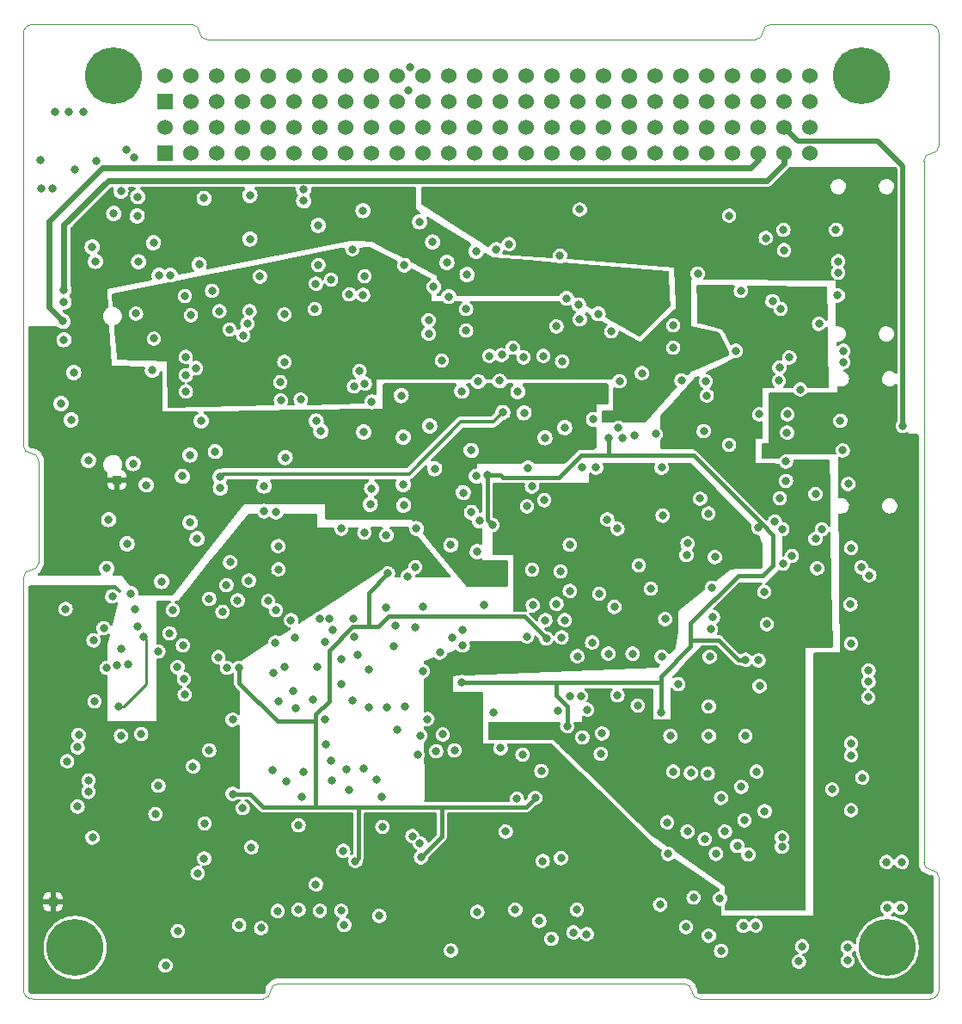
<source format=gbr>
%TF.GenerationSoftware,KiCad,Pcbnew,6.0.7-f9a2dced07~116~ubuntu20.04.1*%
%TF.CreationDate,2022-10-11T04:26:53+03:00*%
%TF.ProjectId,obc-adcs-board,6f62632d-6164-4637-932d-626f6172642e,rev?*%
%TF.SameCoordinates,PX3e2df80PY83e4a60*%
%TF.FileFunction,Copper,L5,Inr*%
%TF.FilePolarity,Positive*%
%FSLAX46Y46*%
G04 Gerber Fmt 4.6, Leading zero omitted, Abs format (unit mm)*
G04 Created by KiCad (PCBNEW 6.0.7-f9a2dced07~116~ubuntu20.04.1) date 2022-10-11 04:26:53*
%MOMM*%
%LPD*%
G01*
G04 APERTURE LIST*
%TA.AperFunction,Profile*%
%ADD10C,0.100000*%
%TD*%
%TA.AperFunction,ComponentPad*%
%ADD11C,5.600000*%
%TD*%
%TA.AperFunction,ComponentPad*%
%ADD12R,0.850000X0.850000*%
%TD*%
%TA.AperFunction,ComponentPad*%
%ADD13R,1.530000X1.530000*%
%TD*%
%TA.AperFunction,ComponentPad*%
%ADD14C,1.530000*%
%TD*%
%TA.AperFunction,ViaPad*%
%ADD15C,0.800000*%
%TD*%
%TA.AperFunction,Conductor*%
%ADD16C,0.350000*%
%TD*%
%TA.AperFunction,Conductor*%
%ADD17C,0.400000*%
%TD*%
%TA.AperFunction,Conductor*%
%ADD18C,0.250000*%
%TD*%
%TA.AperFunction,Conductor*%
%ADD19C,0.600000*%
%TD*%
%TA.AperFunction,Conductor*%
%ADD20C,0.500000*%
%TD*%
G04 APERTURE END LIST*
D10*
X1600000Y43065000D02*
X1600000Y53065000D01*
X66685000Y120000D02*
X89370000Y120000D01*
X850000Y42315000D02*
G75*
G03*
X100000Y41565000I0J-750000D01*
G01*
X65935000Y870000D02*
G75*
G03*
X65185000Y1620000I-750000J0D01*
G01*
X72185000Y94510000D02*
G75*
G03*
X72935000Y95260000I0J750000D01*
G01*
X90270000Y12065000D02*
X90270000Y1020000D01*
X850000Y42315000D02*
G75*
G03*
X1600000Y43065000I0J750000D01*
G01*
X25185000Y1620000D02*
G75*
G03*
X24435000Y870000I0J-750000D01*
G01*
X18185000Y94510000D02*
X72185000Y94510000D01*
X100000Y41565000D02*
X100000Y1010000D01*
X73685000Y96010000D02*
G75*
G03*
X72935000Y95260000I0J-750000D01*
G01*
X1000000Y96010000D02*
G75*
G03*
X100000Y95110000I0J-900000D01*
G01*
X100000Y1010000D02*
G75*
G03*
X1000000Y110000I900000J0D01*
G01*
X88770000Y13565000D02*
X88770000Y82565000D01*
X90270000Y12065000D02*
G75*
G03*
X89520000Y12815000I-750000J0D01*
G01*
X89520000Y83315000D02*
G75*
G03*
X88770000Y82565000I0J-750000D01*
G01*
X88770000Y13565000D02*
G75*
G03*
X89520000Y12815000I750000J0D01*
G01*
X25185000Y1620000D02*
X65185000Y1620000D01*
X73685000Y96010000D02*
X89370000Y96010000D01*
X89520000Y83315000D02*
G75*
G03*
X90270000Y84065000I0J750000D01*
G01*
X89370000Y120000D02*
G75*
G03*
X90270000Y1020000I0J900000D01*
G01*
X1600000Y53065000D02*
G75*
G03*
X850000Y53815000I-750000J0D01*
G01*
X23685000Y120000D02*
G75*
G03*
X24435000Y870000I0J750000D01*
G01*
X90270000Y95110000D02*
G75*
G03*
X89370000Y96010000I-900000J0D01*
G01*
X17435000Y95260000D02*
G75*
G03*
X18185000Y94510000I750000J0D01*
G01*
X100000Y54565000D02*
G75*
G03*
X850000Y53815000I750000J0D01*
G01*
X1000000Y96010000D02*
X16685000Y96010000D01*
X90270000Y95110000D02*
X90270000Y84065000D01*
X100000Y95110000D02*
X100000Y54565000D01*
X17435000Y95260000D02*
G75*
G03*
X16685000Y96010000I-750000J0D01*
G01*
X23685000Y120000D02*
X1000000Y110000D01*
X65935000Y870000D02*
G75*
G03*
X66685000Y120000I750000J0D01*
G01*
D11*
%TO.N,unconnected-(H4-Pad1)*%
%TO.C,H2*%
X82630000Y90930000D03*
%TD*%
%TO.N,unconnected-(H1-Pad1)*%
%TO.C,H3*%
X5180000Y5190000D03*
%TD*%
%TO.N,AC_GND_2*%
%TO.C,H4*%
X85170000Y5210000D03*
%TD*%
%TO.N,AC_GND_1*%
%TO.C,H1*%
X8990000Y90930000D03*
%TD*%
D12*
%TO.N,/OBC module/3V3_PROT*%
%TO.C,J10*%
X3000000Y9700000D03*
%TD*%
D13*
%TO.N,CAN1-*%
%TO.C,J1*%
X14048000Y83309000D03*
D14*
%TO.N,unconnected-(J1-Pad02)*%
X14048000Y85849000D03*
%TO.N,CAN1+*%
X16588000Y83309000D03*
%TO.N,unconnected-(J1-Pad04)*%
X16588000Y85849000D03*
%TO.N,unconnected-(J1-Pad05)*%
X19128000Y83309000D03*
%TO.N,unconnected-(J1-Pad06)*%
X19128000Y85849000D03*
%TO.N,unconnected-(J1-Pad07)*%
X21668000Y83309000D03*
%TO.N,unconnected-(J1-Pad08)*%
X21668000Y85849000D03*
%TO.N,unconnected-(J1-Pad09)*%
X24208000Y83309000D03*
%TO.N,unconnected-(J1-Pad10)*%
X24208000Y85849000D03*
%TO.N,unconnected-(J1-Pad11)*%
X26748000Y83309000D03*
%TO.N,unconnected-(J1-Pad12)*%
X26748000Y85849000D03*
%TO.N,unconnected-(J1-Pad13)*%
X29288000Y83309000D03*
%TO.N,unconnected-(J1-Pad14)*%
X29288000Y85849000D03*
%TO.N,unconnected-(J1-Pad15)*%
X31828000Y83309000D03*
%TO.N,unconnected-(J1-Pad16)*%
X31828000Y85849000D03*
%TO.N,unconnected-(J1-Pad17)*%
X34368000Y83309000D03*
%TO.N,unconnected-(J1-Pad18)*%
X34368000Y85849000D03*
%TO.N,unconnected-(J1-Pad19)*%
X36908000Y83309000D03*
%TO.N,unconnected-(J1-Pad20)*%
X36908000Y85849000D03*
%TO.N,unconnected-(J1-Pad21)*%
X39448000Y83309000D03*
%TO.N,unconnected-(J1-Pad22)*%
X39448000Y85849000D03*
%TO.N,unconnected-(J1-Pad23)*%
X41988000Y83309000D03*
%TO.N,unconnected-(J1-Pad24)*%
X41988000Y85849000D03*
%TO.N,unconnected-(J1-Pad25)*%
X44528000Y83309000D03*
%TO.N,unconnected-(J1-Pad26)*%
X44528000Y85849000D03*
%TO.N,unconnected-(J1-Pad27)*%
X47068000Y83309000D03*
%TO.N,unconnected-(J1-Pad28)*%
X47068000Y85849000D03*
%TO.N,unconnected-(J1-Pad29)*%
X49608000Y83309000D03*
%TO.N,unconnected-(J1-Pad30)*%
X49608000Y85849000D03*
%TO.N,unconnected-(J1-Pad31)*%
X52148000Y83309000D03*
%TO.N,unconnected-(J1-Pad32)*%
X52148000Y85849000D03*
%TO.N,unconnected-(J1-Pad33)*%
X54688000Y83309000D03*
%TO.N,unconnected-(J1-Pad34)*%
X54688000Y85849000D03*
%TO.N,unconnected-(J1-Pad35)*%
X57228000Y83309000D03*
%TO.N,unconnected-(J1-Pad36)*%
X57228000Y85849000D03*
%TO.N,unconnected-(J1-Pad37)*%
X59768000Y83309000D03*
%TO.N,unconnected-(J1-Pad38)*%
X59768000Y85849000D03*
%TO.N,unconnected-(J1-Pad39)*%
X62308000Y83309000D03*
%TO.N,unconnected-(J1-Pad40)*%
X62308000Y85849000D03*
%TO.N,/I2C_MTQ_SDA*%
X64848000Y83309000D03*
%TO.N,unconnected-(J1-Pad42)*%
X64848000Y85849000D03*
%TO.N,/I2C_MTQ_SCK*%
X67388000Y83309000D03*
%TO.N,unconnected-(J1-Pad44)*%
X67388000Y85849000D03*
%TO.N,GND*%
X69928000Y83309000D03*
X69928000Y85849000D03*
%TO.N,/EPS_3V3_ADCS*%
X72468000Y83309000D03*
%TO.N,/EPS_3V3_SU*%
X72468000Y85849000D03*
%TO.N,/EPS_3V3_OBC*%
X75008000Y83309000D03*
%TO.N,/EPS_3V3_RW*%
X75008000Y85849000D03*
%TO.N,unconnected-(J1-Pad51)*%
X77548000Y83309000D03*
%TO.N,/EPS_5V_SU*%
X77548000Y85849000D03*
%TD*%
D13*
%TO.N,CAN2-*%
%TO.C,J2*%
X14048000Y88389000D03*
D14*
%TO.N,unconnected-(J5-Pad02)*%
X14048000Y90929000D03*
%TO.N,CAN2+*%
X16588000Y88389000D03*
%TO.N,unconnected-(J5-Pad04)*%
X16588000Y90929000D03*
%TO.N,unconnected-(J5-Pad05)*%
X19128000Y88389000D03*
%TO.N,unconnected-(J5-Pad06)*%
X19128000Y90929000D03*
%TO.N,unconnected-(J5-Pad07)*%
X21668000Y88389000D03*
%TO.N,unconnected-(J5-Pad08)*%
X21668000Y90929000D03*
%TO.N,unconnected-(J5-Pad09)*%
X24208000Y88389000D03*
%TO.N,unconnected-(J5-Pad10)*%
X24208000Y90929000D03*
%TO.N,unconnected-(J5-Pad11)*%
X26748000Y88389000D03*
%TO.N,unconnected-(J5-Pad12)*%
X26748000Y90929000D03*
%TO.N,unconnected-(J5-Pad13)*%
X29288000Y88389000D03*
%TO.N,unconnected-(J5-Pad14)*%
X29288000Y90929000D03*
%TO.N,unconnected-(J5-Pad15)*%
X31828000Y88389000D03*
%TO.N,unconnected-(J5-Pad16)*%
X31828000Y90929000D03*
%TO.N,/OBC_UART_TX*%
X34368000Y88389000D03*
%TO.N,/OBC_UART_RX*%
X34368000Y90929000D03*
%TO.N,/ADCS_UART_TX*%
X36908000Y88389000D03*
%TO.N,/ADCS_UART_RX*%
X36908000Y90929000D03*
%TO.N,unconnected-(J5-Pad21)*%
X39448000Y88389000D03*
%TO.N,unconnected-(J5-Pad22)*%
X39448000Y90929000D03*
%TO.N,unconnected-(J5-Pad23)*%
X41988000Y88389000D03*
%TO.N,unconnected-(J5-Pad24)*%
X41988000Y90929000D03*
%TO.N,unconnected-(J5-Pad25)*%
X44528000Y88389000D03*
%TO.N,unconnected-(J5-Pad26)*%
X44528000Y90929000D03*
%TO.N,unconnected-(J5-Pad27)*%
X47068000Y88389000D03*
%TO.N,unconnected-(J5-Pad28)*%
X47068000Y90929000D03*
%TO.N,GND*%
X49608000Y88389000D03*
X49608000Y90929000D03*
X52148000Y88389000D03*
X52148000Y90929000D03*
%TO.N,unconnected-(J5-Pad33)*%
X54688000Y88389000D03*
%TO.N,unconnected-(J5-Pad34)*%
X54688000Y90929000D03*
%TO.N,unconnected-(J5-Pad35)*%
X57228000Y88389000D03*
%TO.N,unconnected-(J5-Pad36)*%
X57228000Y90929000D03*
%TO.N,unconnected-(J5-Pad37)*%
X59768000Y88389000D03*
%TO.N,unconnected-(J5-Pad38)*%
X59768000Y90929000D03*
%TO.N,unconnected-(J5-Pad39)*%
X62308000Y88389000D03*
%TO.N,unconnected-(J5-Pad40)*%
X62308000Y90929000D03*
%TO.N,unconnected-(J5-Pad41)*%
X64848000Y88389000D03*
%TO.N,unconnected-(J5-Pad42)*%
X64848000Y90929000D03*
%TO.N,unconnected-(J5-Pad43)*%
X67388000Y88389000D03*
%TO.N,unconnected-(J5-Pad44)*%
X67388000Y90929000D03*
%TO.N,unconnected-(J5-Pad45)*%
X69928000Y88389000D03*
%TO.N,unconnected-(J5-Pad46)*%
X69928000Y90929000D03*
%TO.N,/EPS_5V_PANELS*%
X72468000Y88389000D03*
%TO.N,/EPS_5V_ADM*%
X72468000Y90929000D03*
%TO.N,/EPS_12V_SU*%
X75008000Y88389000D03*
%TO.N,unconnected-(J5-Pad50)*%
X75008000Y90929000D03*
%TO.N,/EPS_5V_ADM*%
X77548000Y88389000D03*
%TO.N,unconnected-(J5-Pad52)*%
X77548000Y90929000D03*
%TD*%
D12*
%TO.N,/ADCS_VDD*%
%TO.C,J18*%
X9300000Y51200000D03*
%TD*%
D15*
%TO.N,/OBC module/3V3_LCLPROT_NAND*%
X19450000Y51500000D03*
X47298620Y57825500D03*
%TO.N,GND*%
X81600000Y18700000D03*
X47600000Y16600000D03*
X25200000Y42400000D03*
X33550000Y69400000D03*
X23800000Y48100000D03*
X35150000Y8300000D03*
X10300000Y44900000D03*
X43411765Y49939356D03*
X15273056Y32773056D03*
X74800000Y16000000D03*
X48300000Y64200000D03*
X72600000Y30900000D03*
X75000000Y73800000D03*
X74950000Y75800000D03*
X11450000Y72650000D03*
X74100000Y47100000D03*
X55000000Y29900000D03*
X22300000Y41300000D03*
X33550000Y77700000D03*
X67800000Y36500000D03*
X64100000Y66400000D03*
X44800000Y44125500D03*
X67300000Y60900000D03*
X28800000Y68000000D03*
X11100000Y38500000D03*
X32650000Y60400000D03*
X81600000Y44500000D03*
X76775000Y5300000D03*
X49400000Y57800000D03*
X5200000Y81700000D03*
X65350000Y7200000D03*
X43366241Y34898540D03*
X21740000Y65430000D03*
X50254992Y38855008D03*
X75775500Y43700000D03*
X83300000Y29800000D03*
X8500000Y47300000D03*
X68000000Y37700000D03*
X81600000Y25300000D03*
X30600000Y36400000D03*
X38674500Y42600000D03*
X58700000Y56350000D03*
X6500000Y53100000D03*
X58600000Y46400000D03*
X15975980Y30075517D03*
X70750000Y69800000D03*
X46000000Y63400000D03*
X61000000Y61700000D03*
X67550000Y47900000D03*
X67687701Y33787701D03*
X28920000Y56990000D03*
X7200000Y72700000D03*
X76475000Y3800000D03*
X12950000Y65100000D03*
X59050000Y55300000D03*
X47900000Y74400000D03*
X51390000Y49199989D03*
X54600000Y8900000D03*
X29775500Y35249989D03*
X21350000Y7400000D03*
X40000000Y66900000D03*
X4100000Y65000000D03*
X16074000Y63300000D03*
X53900000Y29900000D03*
X17600000Y57000000D03*
X4100000Y68700000D03*
X24200000Y39275500D03*
X48550000Y8900000D03*
X38800000Y46400000D03*
X56250000Y57150000D03*
X29250000Y37550000D03*
X44800000Y8700000D03*
X34400000Y50350000D03*
X11300000Y36800000D03*
X48700000Y19826944D03*
X33723056Y60676944D03*
X44710000Y51560000D03*
X46650000Y73900000D03*
X38150000Y91850000D03*
X44200000Y54100000D03*
X17250000Y12500000D03*
X47100000Y24800000D03*
X66100000Y10100000D03*
X69600000Y54649500D03*
X45449500Y38925500D03*
X25000000Y48000000D03*
X41300000Y62950000D03*
X6500000Y20500000D03*
X10400000Y33050000D03*
X25800000Y67470000D03*
X33675500Y46000000D03*
X53400000Y56350000D03*
X73200000Y75000000D03*
X28900000Y70499500D03*
X6900000Y16000000D03*
X9300000Y32950000D03*
X8300000Y32700000D03*
X21700000Y18900000D03*
X62387701Y55712299D03*
X81324500Y50800000D03*
X53100000Y35700000D03*
X38000000Y89500000D03*
X80124500Y75800000D03*
X25800000Y62800000D03*
X55571636Y6503924D03*
X66500000Y71500000D03*
X39100000Y76600000D03*
X49250000Y24174500D03*
X35850000Y45750000D03*
X19500000Y50400000D03*
X64600000Y31100000D03*
X30250000Y37500000D03*
X64100000Y64200000D03*
X67100000Y56000000D03*
X23800000Y50600000D03*
X72500000Y33438030D03*
X49700000Y35800000D03*
X37600008Y72300000D03*
X80550000Y57000000D03*
X69600000Y77200000D03*
X44230000Y48000000D03*
X38400000Y16150000D03*
X24600000Y22600000D03*
X5540500Y26100000D03*
X31700000Y7400000D03*
X8300000Y42500000D03*
X40000000Y65589500D03*
X65500000Y44950000D03*
X18675500Y69800000D03*
X51500000Y37400000D03*
X15300000Y6800000D03*
X37300000Y59500000D03*
X86600000Y13600000D03*
X22150000Y66575000D03*
X63800000Y26000000D03*
X78100000Y45400000D03*
X15750000Y51550000D03*
X20700000Y27600000D03*
X60700000Y42800000D03*
X74800000Y15100000D03*
X27500000Y20000000D03*
X20150000Y32700000D03*
X19300000Y33750000D03*
X23400000Y71200000D03*
X1800000Y82700000D03*
X25875431Y53399971D03*
X45000000Y47200000D03*
X16100000Y61500000D03*
X67400000Y59500000D03*
X31600000Y14700000D03*
X7000000Y35400000D03*
X85100000Y13600000D03*
X52950000Y73250000D03*
X43373809Y36404080D03*
X53600000Y69025500D03*
X72200000Y7350000D03*
X75550000Y63250000D03*
X74600000Y49400000D03*
X16500000Y47000000D03*
X40500000Y70200000D03*
X39150000Y15450000D03*
X24700000Y32224500D03*
X22375500Y67800000D03*
X56503904Y52400000D03*
X11190000Y67560000D03*
X42000000Y69200000D03*
X8000000Y36600000D03*
X51450000Y55350000D03*
X52600000Y66300000D03*
X46350000Y28324500D03*
X66750000Y49350000D03*
X74550000Y62250000D03*
X16100000Y59900000D03*
X13100000Y18300000D03*
X73050000Y40200000D03*
X63050000Y47675500D03*
X36702141Y36857492D03*
X54900000Y67000000D03*
X73303571Y37000000D03*
X74850000Y46350000D03*
X44700000Y73700000D03*
X68200000Y43600000D03*
X64900000Y61000000D03*
X33700000Y71249511D03*
X60598056Y29001944D03*
%TO.N,/ADCS_VDD*%
X11900000Y41300000D03*
X64500000Y56100000D03*
X7300000Y77900000D03*
X44710000Y49800000D03*
X67100000Y69800000D03*
X60400000Y66500000D03*
X52000000Y56550000D03*
X69150000Y56300000D03*
X58300000Y22600000D03*
X68900000Y69600000D03*
X75775500Y44900000D03*
X44600000Y41200000D03*
X70950000Y56200000D03*
X4200000Y63400000D03*
X73300000Y52300000D03*
X36550000Y58600000D03*
X76300000Y48400000D03*
X74350000Y41100000D03*
X74500000Y38700000D03*
X31100000Y48200000D03*
X75350000Y36950000D03*
X23800000Y73700000D03*
X70000000Y29300000D03*
X65500000Y59200000D03*
X57100000Y59200000D03*
X55600000Y58250000D03*
X7240000Y70070000D03*
X77400000Y63000000D03*
X53800000Y58300000D03*
X24600000Y53300000D03*
X46600000Y26800000D03*
X61800000Y68974500D03*
X61600000Y71300000D03*
X56300000Y30200000D03*
X71500000Y10000000D03*
X63300000Y70000000D03*
X36400000Y76700000D03*
X12862299Y58862299D03*
X72800000Y48600000D03*
%TO.N,/OBC module/3V3_LCLPROT_MRAM*%
X67600000Y26000000D03*
X67600000Y28900000D03*
X62950000Y33800000D03*
%TO.N,/ADCS module/Microcontroller/MCU_VDDCORE*%
X62900000Y28300000D03*
X71200000Y33500000D03*
X45803305Y51672096D03*
X46280000Y46754500D03*
X53650000Y26975500D03*
X57700000Y55300000D03*
X72500000Y46500000D03*
X43300000Y31300000D03*
%TO.N,/OBC module/3V3_PROT*%
X57750000Y57250000D03*
X47600000Y15400000D03*
X72300000Y43000000D03*
X20700000Y26400000D03*
X17600000Y58900000D03*
X67300000Y10000000D03*
X49600000Y34500000D03*
X63100000Y42100000D03*
X9800000Y17600000D03*
X61100000Y10000000D03*
X23336186Y40776577D03*
X12950000Y63750000D03*
X19700000Y30700000D03*
X68496928Y64136036D03*
X20199500Y59600000D03*
X63300000Y39300000D03*
X51400000Y46200000D03*
X28800000Y62000000D03*
X56600000Y42450000D03*
X38350000Y69100000D03*
X60800000Y77600000D03*
X7000000Y39300000D03*
X24400000Y15000000D03*
X46800000Y49599500D03*
X18250000Y60800000D03*
X14200000Y11300000D03*
X67200000Y46050000D03*
X54400000Y61500000D03*
X20000000Y22700000D03*
X73600000Y54100000D03*
X18700000Y35500000D03*
X21537701Y61937701D03*
X20550000Y35430000D03*
X51650000Y74100000D03*
X45000000Y76000000D03*
X22300000Y64225000D03*
X45100000Y64200000D03*
X7100000Y18000000D03*
X74222701Y59300000D03*
X49200000Y22500000D03*
X39800000Y42449000D03*
X43000000Y76500000D03*
X32500000Y71800000D03*
X60100000Y52400000D03*
X67150000Y50450000D03*
X62050000Y76150000D03*
X63350000Y35650000D03*
X30900000Y59600000D03*
X50300000Y24850000D03*
X61800000Y79150000D03*
X37200000Y15900000D03*
%TO.N,/OBC module/MCU_VDDCORE*%
X36000000Y42000000D03*
X51600000Y35600000D03*
X39250000Y14050000D03*
X32800000Y13700000D03*
X20700000Y20300000D03*
X50500000Y19900000D03*
X21350000Y32700000D03*
%TO.N,ADM_PD*%
X76600000Y60100000D03*
X29400000Y56000000D03*
%TO.N,/ADCS module/MAG_FUSE*%
X11900000Y35800000D03*
X9500000Y28900000D03*
%TO.N,/EPS_3V3_OBC*%
X4100000Y69900000D03*
%TO.N,/EPS_3V3_ADCS*%
X4000000Y66800000D03*
%TO.N,/EPS_3V3_RW*%
X86700000Y56500000D03*
%TO.N,/OBC module/MEM_NAND_ENABLE_1*%
X25187701Y44687701D03*
X19000000Y54000000D03*
%TO.N,/OBC module/MEM_NAND_ENABLE_2*%
X16500000Y53650000D03*
X20450000Y43100000D03*
%TO.N,/OBC module/MEM_NAND_WR_PROTECT*%
X17200000Y45400000D03*
X26450000Y37400000D03*
%TO.N,/OBC module/MEM_D0*%
X38900000Y24150000D03*
X37700000Y28900000D03*
X63500000Y17500000D03*
%TO.N,/OBC module/MEM_D1*%
X65500000Y16600000D03*
X35900000Y28800000D03*
%TO.N,/OBC module/MEM_D2*%
X34100000Y28800000D03*
X67200000Y15850000D03*
%TO.N,/OBC module/MEM_D3*%
X32500000Y29500000D03*
X68300000Y14400000D03*
%TO.N,/OBC module/MEM_D4*%
X58600000Y30000000D03*
X38700000Y36700000D03*
%TO.N,/OBC module/MEM_D5*%
X37550000Y48700000D03*
X31375500Y33550000D03*
X31400000Y46400000D03*
X67500000Y22300000D03*
%TO.N,/OBC module/MEM_D6*%
X34250000Y48800000D03*
X37500000Y50750000D03*
X65831600Y22356199D03*
X32700000Y35800000D03*
%TO.N,/OBC module/MEM_D7*%
X64100000Y22500000D03*
X33009668Y33940332D03*
%TO.N,/OBC module/LCL_MRAM_SET*%
X61900000Y40500000D03*
X57100000Y26250000D03*
%TO.N,/OBC module/LCL_MRAM_RST*%
X63300000Y37500000D03*
X56950000Y24250000D03*
%TO.N,/OBC module/LCL_CAN_1_SET*%
X47004429Y60955706D03*
X43800000Y71400000D03*
%TO.N,/OBC module/LCL_CAN_1_RST*%
X43250000Y59925000D03*
X43700000Y65900000D03*
%TO.N,/OBC module/LCL_CAN1_OP-AMP_OUT*%
X58000000Y65800000D03*
X72550000Y57650000D03*
%TO.N,/I2C_MTQ_SDA*%
X78274500Y42500000D03*
X65400000Y43800000D03*
X37950000Y41724500D03*
%TO.N,/I2C_MTQ_SCK*%
X53900000Y40275500D03*
X24970104Y38375431D03*
X80800000Y54100000D03*
%TO.N,/OBC module/Connectors/SU_SWCLK*%
X80300000Y69350000D03*
X81549312Y38950688D03*
%TO.N,/OBC module/Connectors/SU_SWDIO*%
X81600000Y35100000D03*
X78450000Y66550000D03*
%TO.N,/ADCS_SWDIO*%
X10900000Y52800000D03*
X78729735Y46347576D03*
X14100000Y3400000D03*
%TO.N,/OBC_UART_TX*%
X3800000Y58700000D03*
X26850000Y35650000D03*
%TO.N,/OBC_UART_RX*%
X18400000Y39500000D03*
X4786638Y57093772D03*
%TO.N,/ADCS_UART_TX*%
X16600000Y67400000D03*
%TO.N,/ADCS_UART_RX*%
X16000000Y69300000D03*
%TO.N,/ADCS_SWCLK*%
X12200000Y50700000D03*
X74900000Y42950000D03*
X42200000Y4900000D03*
%TO.N,/ADCS_RESET*%
X5050000Y61750000D03*
X56800000Y40000000D03*
%TO.N,/EPS_5V_PANELS*%
X6510000Y21630000D03*
X71000000Y7300000D03*
X81600000Y24110000D03*
X54260000Y6670000D03*
%TO.N,/OBC module/MCU_SWCLK*%
X26700000Y30450000D03*
X10675000Y40000000D03*
%TO.N,/OBC module/MCU_SWDIO*%
X24900000Y35200000D03*
X13700000Y41200000D03*
%TO.N,/OBC module/ADM_DEPLOY_1*%
X75200000Y51100000D03*
X39450000Y38750000D03*
%TO.N,/OBC module/ADM_DEPLOY_2*%
X53900000Y44800000D03*
X75200000Y53000000D03*
%TO.N,/OBC module/ADM_DEPLOY_3*%
X56100000Y35200000D03*
X58300000Y38700000D03*
X41100000Y34200000D03*
X78100000Y49800000D03*
%TO.N,/OBC module/ADM_ENABLE_1*%
X42200000Y44800000D03*
X75350000Y57650000D03*
%TO.N,/OBC module/ADM_ENABLE_2*%
X75300000Y55850000D03*
X35800000Y38600000D03*
%TO.N,/OBC module/I2C_SDA_PANELS*%
X67600000Y6350000D03*
X5440000Y19060000D03*
X5440000Y24880000D03*
X79750000Y20740000D03*
X50900000Y7800000D03*
X25200000Y29400000D03*
%TO.N,/OBC module/I2C_SCK_PANELS*%
X8850000Y39750000D03*
X82700000Y21900000D03*
X52100000Y6050000D03*
X4410000Y23520000D03*
X68800000Y4850000D03*
X19700000Y38200000D03*
%TO.N,/OBC module/MCU_TRACECLK*%
X27200000Y17200000D03*
X23500000Y7100000D03*
%TO.N,/OBC module/MCU_TRACED_3*%
X26000000Y21500000D03*
X25126944Y8773056D03*
%TO.N,/OBC module/MCU_TRACED_2*%
X27200000Y8900000D03*
X27700000Y22500000D03*
%TO.N,/OBC module/MCU_TRACED_1*%
X29300000Y8800000D03*
X30500000Y21600000D03*
%TO.N,/OBC module/MCU_TRACED_0*%
X32200000Y20700000D03*
X31400000Y8800000D03*
%TO.N,/OBC module/MEM_MRAM_ENABLE*%
X62800000Y9400000D03*
X31900000Y22700000D03*
%TO.N,/OBC module/MEM_MRAM_WR_ENABLE*%
X33600000Y22800000D03*
X68700000Y10000000D03*
%TO.N,/ADCS module/Magnetometer/XINP*%
X7100000Y29400000D03*
X13400000Y21100000D03*
%TO.N,/ADCS module/Magnetometer/YINP*%
X18400000Y24600000D03*
X11700000Y26200000D03*
%TO.N,/ADCS module/Magnetometer/YINN*%
X16800000Y23000000D03*
X9700000Y26000000D03*
%TO.N,/ADCS module/I2C_SDA_SENS*%
X70250000Y63900000D03*
X74500000Y60950000D03*
X55150000Y52400000D03*
%TO.N,/ADCS module/MAG_CS*%
X15900000Y31600000D03*
X51100000Y22550000D03*
%TO.N,/ADCS module/GYR_MISO*%
X32200000Y69450000D03*
X49350000Y63250000D03*
X43700000Y68000000D03*
X30400000Y70900000D03*
X25450000Y59010000D03*
X41800000Y72600000D03*
%TO.N,/ADCS module/GYR_CS3*%
X57600000Y47300000D03*
X37500000Y55400000D03*
X40600000Y52300000D03*
X34400000Y58900000D03*
%TO.N,/ADCS module/GYR_CS2*%
X56700000Y67500000D03*
X58800000Y60900000D03*
%TO.N,/ADCS module/GYR_CS1*%
X60300000Y55600000D03*
X40100000Y56500000D03*
%TO.N,/OBC module/I2C_SDA_SENS*%
X17950000Y17400000D03*
X22550000Y15050000D03*
X17900000Y13950000D03*
%TO.N,/OBC module/LCL_PWM_CAN1*%
X44900000Y60900000D03*
X47200000Y63500000D03*
%TO.N,/OBC module/LCL_PWM_MRAM*%
X55150000Y25850000D03*
X60087299Y34087299D03*
%TO.N,/OBC module/LCL_PWM_NAND*%
X57700000Y34100000D03*
X55600000Y28600000D03*
%TO.N,/ADCS module/MAG_DRDY*%
X9700000Y34600000D03*
X36900000Y26600000D03*
%TO.N,/ADCS module/GYR_MOSI*%
X27400000Y59100000D03*
X54900000Y77800000D03*
X33200000Y61900000D03*
X53150000Y62850000D03*
X54800000Y68400000D03*
X48800000Y59900000D03*
X62950000Y52400000D03*
%TO.N,/ADCS module/GYR_SPCK*%
X29150000Y72350000D03*
X40400000Y74600000D03*
X51300000Y63400000D03*
X25400000Y60800000D03*
%TO.N,/ADCS module/MAG_SPCK*%
X28634668Y29565332D03*
X13386732Y34315109D03*
X54650000Y33850000D03*
%TO.N,/ADCS module/MAG_MOSI*%
X15800000Y34900000D03*
X53400000Y37400000D03*
X31400000Y31100000D03*
%TO.N,/ADCS module/MAG_MISO*%
X4252345Y38500000D03*
X14500000Y36100000D03*
X52600000Y39000000D03*
%TO.N,/OBC module/MEM_A20*%
X32550000Y37550000D03*
X28900000Y11400000D03*
%TO.N,/OBC module/MEM_A5*%
X35450000Y17050000D03*
X69200000Y16600000D03*
%TO.N,/OBC module/MEM_A6*%
X35400000Y20000000D03*
X70400000Y15200000D03*
%TO.N,/OBC module/MEM_A7*%
X34900000Y21700000D03*
X71500000Y14350000D03*
%TO.N,/OBC module/MEM_A8*%
X40750000Y24500000D03*
X71100000Y17700000D03*
%TO.N,/OBC module/MEM_A9*%
X73100000Y18600000D03*
X42550000Y24600000D03*
%TO.N,/OBC module/MEM_A10*%
X71200000Y26000000D03*
X34100000Y32500000D03*
%TO.N,/OBC module/MEM_A11*%
X72300000Y22500000D03*
X39887877Y27669050D03*
%TO.N,/OBC module/MEM_A12*%
X39200000Y26050000D03*
X70800000Y21000000D03*
%TO.N,/OBC module/MEM_A13*%
X68800000Y19900000D03*
X41400000Y26150000D03*
%TO.N,/OBC module/MEM_MRAM_OUT_ENABLE*%
X63600000Y14400000D03*
X29800000Y27650000D03*
%TO.N,/OBC module/MEM_A17*%
X53040000Y13980000D03*
X30350000Y23550000D03*
%TO.N,/OBC module/MEM_A18*%
X29900000Y25200000D03*
X51250000Y13700000D03*
%TO.N,/OBC module/MEM_A19*%
X52720273Y28469773D03*
X36600000Y34800000D03*
%TO.N,/ADCS module/CAN_TX_1*%
X49700000Y48600000D03*
X29150000Y76250000D03*
%TO.N,/ADCS module/CAN_RX_1*%
X50172201Y50544249D03*
X32500000Y73900000D03*
%TO.N,/ADCS module/CAN_TX_2*%
X67900000Y40600000D03*
X11300000Y77175500D03*
%TO.N,/ADCS module/CAN_RX_2*%
X6875394Y74124606D03*
X50200000Y42350000D03*
%TO.N,/ADCS module/CAN_FAULT_2*%
X33600000Y55900000D03*
X49800011Y52350000D03*
%TO.N,/ADCS module/CAN_SILENT_2*%
X53000000Y42200000D03*
X11370000Y79060000D03*
%TO.N,/OBC module/CAN_RX_2*%
X29000000Y32800000D03*
X12910498Y74524500D03*
%TO.N,/OBC module/CAN_FAULT_2*%
X20100000Y40850000D03*
X9700000Y79600000D03*
%TO.N,/OBC module/CAN_TX_1*%
X17400000Y72400000D03*
X39420000Y32380000D03*
%TO.N,/OBC module/CAN_RX_1*%
X42300000Y35700000D03*
X22400000Y74900000D03*
%TO.N,/OBC module/CAN_SILENT_1*%
X17900000Y78900000D03*
X19400000Y67800000D03*
%TO.N,/OBC module/CAN_FAULT_1*%
X22400000Y79200000D03*
X20400000Y66000000D03*
%TO.N,/OBC module/CAN_TX_2*%
X9000000Y77400000D03*
X26900000Y28700000D03*
%TO.N,/OBC module/CAN_SILENT_2*%
X7300000Y82600000D03*
X21200000Y39350000D03*
%TO.N,CAN1-*%
X73875055Y68797621D03*
X83405280Y41811091D03*
X13450000Y71304998D03*
X80849000Y63900000D03*
X27700000Y79750500D03*
%TO.N,CAN1+*%
X27700000Y78650500D03*
X80849000Y62800000D03*
X74652873Y68019803D03*
X14550000Y71304998D03*
X82627462Y42588909D03*
%TO.N,CAN2-*%
X2950000Y79900000D03*
X80325998Y71600000D03*
X10211091Y83658909D03*
X83337163Y32450000D03*
%TO.N,CAN2+*%
X1850000Y79900000D03*
X10988909Y82881091D03*
X83337163Y31350000D03*
X80325998Y72700000D03*
%TO.N,/OBC module/NRST_OBC*%
X25800000Y32800000D03*
X17100000Y62200000D03*
X12800000Y62000000D03*
X14800000Y38400000D03*
%TO.N,AC_GND_1*%
X4600000Y87400000D03*
X3200000Y87400000D03*
X6000000Y87400000D03*
%TO.N,AC_GND_2*%
X85200000Y9100000D03*
X81275000Y5200000D03*
X86500000Y9100000D03*
X81275000Y3900000D03*
%TD*%
D16*
%TO.N,/OBC module/3V3_LCLPROT_NAND*%
X19750000Y51800000D02*
X38100000Y51800000D01*
X19450000Y51500000D02*
X19750000Y51800000D01*
X38100000Y51800000D02*
X43200000Y56900000D01*
X46373120Y56900000D02*
X47298620Y57825500D01*
X43200000Y56900000D02*
X46373120Y56900000D01*
D17*
%TO.N,/ADCS module/Microcontroller/MCU_VDDCORE*%
X71200000Y33500000D02*
X70500000Y33500000D01*
X52600000Y29962500D02*
X52600000Y31300000D01*
X62900000Y28300000D02*
X62900000Y31300000D01*
X53650000Y26975500D02*
X53650000Y28912500D01*
X72800000Y46900000D02*
X66100000Y53600000D01*
X53650000Y28912500D02*
X52600000Y29962500D01*
X72500000Y46600000D02*
X72800000Y46900000D01*
X62900000Y31900000D02*
X62900000Y31300000D01*
X70500000Y33500000D02*
X68600000Y35400000D01*
X65800000Y35300000D02*
X65800000Y34800000D01*
X52850000Y51400000D02*
X55050000Y53600000D01*
X45803305Y51672096D02*
X47027904Y51672096D01*
X57700000Y55300000D02*
X57700000Y53600000D01*
X62900000Y31300000D02*
X52600000Y31300000D01*
X70500000Y41800000D02*
X72900000Y41800000D01*
X45800000Y51668791D02*
X45803305Y51672096D01*
X65800000Y34800000D02*
X62900000Y31900000D01*
X47027904Y51672096D02*
X47300000Y51400000D01*
X47300000Y51400000D02*
X52850000Y51400000D01*
X65800000Y37100000D02*
X70500000Y41800000D01*
X66100000Y53600000D02*
X57700000Y53600000D01*
X73920111Y42820111D02*
X73920111Y45779889D01*
X72900000Y41800000D02*
X73920111Y42820111D01*
X65800000Y35300000D02*
X65800000Y37100000D01*
X65900000Y35400000D02*
X65800000Y35300000D01*
X45800000Y47234500D02*
X45800000Y51668791D01*
X55050000Y53600000D02*
X57700000Y53600000D01*
X68600000Y35400000D02*
X65900000Y35400000D01*
X46280000Y46754500D02*
X45800000Y47234500D01*
X73920111Y45779889D02*
X72800000Y46900000D01*
X72500000Y46500000D02*
X72500000Y46600000D01*
X43300000Y31300000D02*
X52600000Y31300000D01*
%TO.N,/OBC module/MCU_VDDCORE*%
X20700000Y20300000D02*
X22400000Y20300000D01*
X34100000Y40100000D02*
X34100000Y36800000D01*
X49450000Y37750000D02*
X51600000Y35600000D01*
X36000000Y42000000D02*
X34100000Y40100000D01*
X32518629Y36750000D02*
X34050000Y36750000D01*
X28850000Y27450000D02*
X28850000Y19000000D01*
X28850000Y19000000D02*
X29100000Y19000000D01*
X33100000Y19000000D02*
X36400000Y19000000D01*
X28850000Y27450000D02*
X25100000Y27450000D01*
X21350000Y31200000D02*
X21350000Y32700000D01*
X35050000Y36750000D02*
X36050000Y37750000D01*
X36050000Y37750000D02*
X49450000Y37750000D01*
X28850000Y27450000D02*
X28850000Y28100000D01*
X39250000Y14050000D02*
X41300000Y16100000D01*
X50500000Y19900000D02*
X49600000Y19000000D01*
X22400000Y20300000D02*
X23700000Y19000000D01*
X25100000Y27450000D02*
X21350000Y31200000D01*
X41300000Y16100000D02*
X41300000Y19000000D01*
X30200000Y34431371D02*
X32518629Y36750000D01*
X49600000Y19000000D02*
X41300000Y19000000D01*
X41300000Y19000000D02*
X36400000Y19000000D01*
X33100000Y14000000D02*
X33100000Y19000000D01*
X29100000Y19000000D02*
X33100000Y19000000D01*
X23700000Y19000000D02*
X28850000Y19000000D01*
X34100000Y36800000D02*
X34050000Y36750000D01*
X32800000Y13700000D02*
X33100000Y14000000D01*
X28850000Y28100000D02*
X30200000Y29450000D01*
X34050000Y36750000D02*
X35050000Y36750000D01*
X30200000Y29450000D02*
X30200000Y34431371D01*
D18*
%TO.N,/ADCS module/MAG_FUSE*%
X12200000Y35500000D02*
X11900000Y35800000D01*
X9500000Y28900000D02*
X10000000Y28900000D01*
X10000000Y28900000D02*
X12200000Y31100000D01*
X12200000Y31100000D02*
X12200000Y35500000D01*
D19*
%TO.N,/EPS_3V3_OBC*%
X75008000Y82308000D02*
X75008000Y83309000D01*
X4100000Y76300000D02*
X8450500Y80650500D01*
X4100000Y69900000D02*
X4100000Y76300000D01*
X8450500Y80650500D02*
X73350500Y80650500D01*
X73350500Y80650500D02*
X75008000Y82308000D01*
%TO.N,/EPS_3V3_ADCS*%
X7872793Y81900000D02*
X71700000Y81900000D01*
X4000000Y66800000D02*
X2600480Y68199520D01*
X72468000Y82668000D02*
X72468000Y83309000D01*
X2600480Y68199520D02*
X2600480Y76627687D01*
X71700000Y81900000D02*
X72468000Y82668000D01*
X2600480Y76627687D02*
X7872793Y81900000D01*
D20*
%TO.N,/EPS_3V3_RW*%
X76323489Y84533511D02*
X75008000Y85849000D01*
X86700000Y56500000D02*
X86700000Y82100000D01*
X84266489Y84533511D02*
X76323489Y84533511D01*
X86700000Y82100000D02*
X84266489Y84533511D01*
%TD*%
%TA.AperFunction,Conductor*%
%TO.N,/ADCS_VDD*%
G36*
X70046504Y70360307D02*
G01*
X70114380Y70339490D01*
X70160227Y70285281D01*
X70169488Y70214891D01*
X70148081Y70161866D01*
X70132485Y70139674D01*
X70128113Y70133453D01*
X70066524Y69975487D01*
X70065532Y69967954D01*
X70065532Y69967953D01*
X70046340Y69822169D01*
X70044394Y69807389D01*
X70062999Y69638865D01*
X70075414Y69604940D01*
X70114670Y69497669D01*
X70121266Y69479644D01*
X70125502Y69473341D01*
X70125502Y69473340D01*
X70135132Y69459009D01*
X70215830Y69338917D01*
X70221442Y69333810D01*
X70221445Y69333807D01*
X70335612Y69229923D01*
X70335616Y69229920D01*
X70341233Y69224809D01*
X70347906Y69221186D01*
X70347910Y69221183D01*
X70483558Y69147533D01*
X70483560Y69147532D01*
X70490235Y69143908D01*
X70497584Y69141980D01*
X70646883Y69102812D01*
X70646885Y69102812D01*
X70654233Y69100884D01*
X70740609Y69099527D01*
X70816161Y69098340D01*
X70816164Y69098340D01*
X70823760Y69098221D01*
X70831165Y69099917D01*
X70831166Y69099917D01*
X70907680Y69117441D01*
X70989029Y69136072D01*
X71140498Y69212253D01*
X71269423Y69322366D01*
X71368361Y69460053D01*
X71376237Y69479644D01*
X71428766Y69610313D01*
X71428767Y69610315D01*
X71431601Y69617366D01*
X71455490Y69785222D01*
X71455645Y69800000D01*
X71453840Y69814920D01*
X71439981Y69929440D01*
X71435276Y69968320D01*
X71375345Y70126923D01*
X71362291Y70145916D01*
X71340191Y70213383D01*
X71358075Y70282090D01*
X71410266Y70330222D01*
X71467641Y70343274D01*
X79126596Y70251476D01*
X79194472Y70230659D01*
X79240319Y70176450D01*
X79251072Y70127365D01*
X79298345Y66960102D01*
X79279362Y66891691D01*
X79226406Y66844402D01*
X79156291Y66833251D01*
X79091277Y66861777D01*
X79068521Y66886851D01*
X78979312Y67016651D01*
X78967514Y67027163D01*
X78858392Y67124388D01*
X78858388Y67124390D01*
X78852721Y67129440D01*
X78702881Y67208776D01*
X78538441Y67250081D01*
X78530843Y67250121D01*
X78530841Y67250121D01*
X78453668Y67250525D01*
X78368895Y67250969D01*
X78361508Y67249195D01*
X78361504Y67249195D01*
X78218162Y67214780D01*
X78204032Y67211388D01*
X78197288Y67207907D01*
X78197285Y67207906D01*
X78192089Y67205224D01*
X78053369Y67133625D01*
X78047647Y67128633D01*
X78047645Y67128632D01*
X77976069Y67066192D01*
X77925604Y67022169D01*
X77899637Y66985222D01*
X77833903Y66891691D01*
X77828113Y66883453D01*
X77766524Y66725487D01*
X77765532Y66717954D01*
X77765532Y66717953D01*
X77746777Y66575487D01*
X77744394Y66557389D01*
X77762999Y66388865D01*
X77765609Y66381734D01*
X77817892Y66238865D01*
X77821266Y66229644D01*
X77825502Y66223341D01*
X77825502Y66223340D01*
X77837887Y66204909D01*
X77915830Y66088917D01*
X77921442Y66083810D01*
X77921445Y66083807D01*
X78035612Y65979923D01*
X78035616Y65979920D01*
X78041233Y65974809D01*
X78047906Y65971186D01*
X78047910Y65971183D01*
X78183558Y65897533D01*
X78183560Y65897532D01*
X78190235Y65893908D01*
X78197584Y65891980D01*
X78346883Y65852812D01*
X78346885Y65852812D01*
X78354233Y65850884D01*
X78440609Y65849527D01*
X78516161Y65848340D01*
X78516164Y65848340D01*
X78523760Y65848221D01*
X78531165Y65849917D01*
X78531166Y65849917D01*
X78591586Y65863755D01*
X78689029Y65886072D01*
X78840498Y65962253D01*
X78919713Y66029910D01*
X78963651Y66067436D01*
X78963652Y66067437D01*
X78969423Y66072366D01*
X79068361Y66210053D01*
X79071194Y66217099D01*
X79073840Y66221913D01*
X79124185Y66271972D01*
X79193602Y66286866D01*
X79260051Y66261866D01*
X79302436Y66204909D01*
X79310241Y66163095D01*
X79335306Y64483748D01*
X79397333Y60327886D01*
X79378350Y60259475D01*
X79325394Y60212186D01*
X79271347Y60200006D01*
X77398174Y60200006D01*
X77330053Y60220008D01*
X77283560Y60273664D01*
X77280308Y60281468D01*
X77228029Y60419820D01*
X77225345Y60426923D01*
X77186375Y60483625D01*
X77133614Y60560392D01*
X77133613Y60560393D01*
X77129312Y60566651D01*
X77123119Y60572169D01*
X77008392Y60674388D01*
X77008388Y60674390D01*
X77002721Y60679440D01*
X76968854Y60697372D01*
X76916877Y60724892D01*
X76852881Y60758776D01*
X76688441Y60800081D01*
X76680843Y60800121D01*
X76680841Y60800121D01*
X76603668Y60800525D01*
X76518895Y60800969D01*
X76511508Y60799195D01*
X76511504Y60799195D01*
X76368162Y60764780D01*
X76354032Y60761388D01*
X76347288Y60757907D01*
X76347285Y60757906D01*
X76296578Y60731734D01*
X76203369Y60683625D01*
X76075604Y60572169D01*
X76071237Y60565955D01*
X76001997Y60467436D01*
X75978113Y60433453D01*
X75921241Y60287584D01*
X75918376Y60280236D01*
X75874995Y60224035D01*
X75800983Y60200006D01*
X75042069Y60200006D01*
X74973948Y60220008D01*
X74927455Y60273664D01*
X74917351Y60343938D01*
X74946845Y60408518D01*
X74960238Y60421817D01*
X75013651Y60467436D01*
X75013652Y60467437D01*
X75019423Y60472366D01*
X75118361Y60610053D01*
X75126237Y60629644D01*
X75178766Y60760313D01*
X75178767Y60760315D01*
X75181601Y60767366D01*
X75199889Y60895865D01*
X75204909Y60931138D01*
X75204909Y60931141D01*
X75205490Y60935222D01*
X75205645Y60950000D01*
X75204955Y60955706D01*
X75191371Y61067953D01*
X75185276Y61118320D01*
X75125345Y61276923D01*
X75063676Y61366651D01*
X75033614Y61410392D01*
X75033613Y61410393D01*
X75029312Y61416651D01*
X74952941Y61484696D01*
X74915387Y61544943D01*
X74916367Y61615932D01*
X74954931Y61674580D01*
X75063651Y61767436D01*
X75063652Y61767437D01*
X75069423Y61772366D01*
X75168361Y61910053D01*
X75176237Y61929644D01*
X75228766Y62060313D01*
X75228767Y62060315D01*
X75231601Y62067366D01*
X75245731Y62166651D01*
X75254909Y62231138D01*
X75254909Y62231141D01*
X75255490Y62235222D01*
X75255645Y62250000D01*
X75254162Y62262253D01*
X75236189Y62410777D01*
X75236189Y62410779D01*
X75235276Y62418320D01*
X75235037Y62418952D01*
X75238081Y62486929D01*
X75279098Y62544878D01*
X75344934Y62571453D01*
X75389241Y62567934D01*
X75446883Y62552812D01*
X75446885Y62552812D01*
X75454233Y62550884D01*
X75540609Y62549527D01*
X75616161Y62548340D01*
X75616164Y62548340D01*
X75623760Y62548221D01*
X75631165Y62549917D01*
X75631166Y62549917D01*
X75746680Y62576373D01*
X75789029Y62586072D01*
X75940498Y62662253D01*
X76069423Y62772366D01*
X76168361Y62910053D01*
X76184452Y62950081D01*
X76228766Y63060313D01*
X76228767Y63060315D01*
X76231601Y63067366D01*
X76250246Y63198373D01*
X76254909Y63231138D01*
X76254909Y63231141D01*
X76255490Y63235222D01*
X76255645Y63250000D01*
X76253840Y63264920D01*
X76248524Y63308841D01*
X76235276Y63418320D01*
X76175345Y63576923D01*
X76119346Y63658402D01*
X76083614Y63710392D01*
X76083613Y63710393D01*
X76079312Y63716651D01*
X76054380Y63738865D01*
X75958392Y63824388D01*
X75958388Y63824390D01*
X75952721Y63829440D01*
X75802881Y63908776D01*
X75638441Y63950081D01*
X75630843Y63950121D01*
X75630841Y63950121D01*
X75553668Y63950525D01*
X75468895Y63950969D01*
X75461508Y63949195D01*
X75461504Y63949195D01*
X75318162Y63914780D01*
X75304032Y63911388D01*
X75297288Y63907907D01*
X75297285Y63907906D01*
X75204572Y63860053D01*
X75153369Y63833625D01*
X75025604Y63722169D01*
X74928113Y63583453D01*
X74866524Y63425487D01*
X74865532Y63417954D01*
X74865532Y63417953D01*
X74851168Y63308841D01*
X74844394Y63257389D01*
X74862999Y63088865D01*
X74865400Y63082305D01*
X74861494Y63011677D01*
X74819871Y62954161D01*
X74753761Y62928279D01*
X74712049Y62931592D01*
X74638441Y62950081D01*
X74630843Y62950121D01*
X74630841Y62950121D01*
X74553668Y62950525D01*
X74468895Y62950969D01*
X74461508Y62949195D01*
X74461504Y62949195D01*
X74327824Y62917100D01*
X74304032Y62911388D01*
X74297288Y62907907D01*
X74297285Y62907906D01*
X74199411Y62857389D01*
X74153369Y62833625D01*
X74147647Y62828633D01*
X74147645Y62828632D01*
X74115837Y62800884D01*
X74025604Y62722169D01*
X73928113Y62583453D01*
X73866524Y62425487D01*
X73865532Y62417954D01*
X73865532Y62417953D01*
X73857742Y62358776D01*
X73844394Y62257389D01*
X73862999Y62088865D01*
X73921266Y61929644D01*
X73925502Y61923341D01*
X73925502Y61923340D01*
X73938574Y61903887D01*
X74015830Y61788917D01*
X74097318Y61714769D01*
X74134240Y61654130D01*
X74132517Y61583154D01*
X74095347Y61526627D01*
X73975604Y61422169D01*
X73940137Y61371704D01*
X73913254Y61333453D01*
X73878113Y61283453D01*
X73816524Y61125487D01*
X73815532Y61117954D01*
X73815532Y61117953D01*
X73799770Y60998221D01*
X73794394Y60957389D01*
X73812999Y60788865D01*
X73871266Y60629644D01*
X73875502Y60623341D01*
X73875502Y60623340D01*
X73888574Y60603887D01*
X73965830Y60488917D01*
X73971442Y60483810D01*
X73971445Y60483807D01*
X74042449Y60419199D01*
X74079371Y60358559D01*
X74077648Y60287584D01*
X74037826Y60228807D01*
X73972548Y60200890D01*
X73957649Y60200006D01*
X72899242Y60200006D01*
X72899242Y58446135D01*
X72879240Y58378014D01*
X72825584Y58331521D01*
X72755310Y58321417D01*
X72742551Y58323930D01*
X72638441Y58350081D01*
X72630843Y58350121D01*
X72630841Y58350121D01*
X72553668Y58350525D01*
X72468895Y58350969D01*
X72461508Y58349195D01*
X72461504Y58349195D01*
X72318162Y58314780D01*
X72304032Y58311388D01*
X72297288Y58307907D01*
X72297285Y58307906D01*
X72160117Y58237108D01*
X72153369Y58233625D01*
X72025604Y58122169D01*
X71928113Y57983453D01*
X71866524Y57825487D01*
X71865532Y57817954D01*
X71865532Y57817953D01*
X71852196Y57716651D01*
X71844394Y57657389D01*
X71862999Y57488865D01*
X71873543Y57460053D01*
X71917873Y57338917D01*
X71921266Y57329644D01*
X71925502Y57323341D01*
X71925502Y57323340D01*
X71938024Y57304706D01*
X72015830Y57188917D01*
X72021442Y57183810D01*
X72021445Y57183807D01*
X72135612Y57079923D01*
X72135616Y57079920D01*
X72141233Y57074809D01*
X72147906Y57071186D01*
X72147910Y57071183D01*
X72283558Y56997533D01*
X72283560Y56997532D01*
X72290235Y56993908D01*
X72297584Y56991980D01*
X72446883Y56952812D01*
X72446885Y56952812D01*
X72454233Y56950884D01*
X72540609Y56949527D01*
X72616161Y56948340D01*
X72616164Y56948340D01*
X72623760Y56948221D01*
X72631165Y56949917D01*
X72631166Y56949917D01*
X72745113Y56976014D01*
X72815980Y56971724D01*
X72873278Y56929802D01*
X72898815Y56863558D01*
X72899242Y56853194D01*
X72899242Y55326006D01*
X72879240Y55257885D01*
X72825584Y55211392D01*
X72773242Y55200006D01*
X72199242Y55200006D01*
X72199242Y52850006D01*
X72212347Y52849826D01*
X72212349Y52849826D01*
X73878424Y52827004D01*
X74433784Y52819396D01*
X74501623Y52798463D01*
X74547377Y52744175D01*
X74550383Y52736709D01*
X74571266Y52679644D01*
X74575502Y52673341D01*
X74575502Y52673340D01*
X74588574Y52653887D01*
X74665830Y52538917D01*
X74671442Y52533810D01*
X74671445Y52533807D01*
X74785612Y52429923D01*
X74785616Y52429920D01*
X74791233Y52424809D01*
X74797906Y52421186D01*
X74797910Y52421183D01*
X74933558Y52347533D01*
X74933560Y52347532D01*
X74940235Y52343908D01*
X74947584Y52341980D01*
X75096883Y52302812D01*
X75096885Y52302812D01*
X75104233Y52300884D01*
X75190609Y52299527D01*
X75266161Y52298340D01*
X75266164Y52298340D01*
X75273760Y52298221D01*
X75281165Y52299917D01*
X75281166Y52299917D01*
X75341586Y52313755D01*
X75439029Y52336072D01*
X75590498Y52412253D01*
X75719423Y52522366D01*
X75818361Y52660053D01*
X75827768Y52683453D01*
X75878766Y52810313D01*
X75878767Y52810315D01*
X75881601Y52817366D01*
X75905490Y52985222D01*
X75905645Y53000000D01*
X75898521Y53058869D01*
X75910194Y53128899D01*
X75957875Y53181501D01*
X76023608Y53200006D01*
X79375263Y53200006D01*
X79443384Y53180004D01*
X79489877Y53126348D01*
X79501247Y53076044D01*
X79543504Y50463161D01*
X79604250Y46706994D01*
X79585352Y46638559D01*
X79532455Y46591205D01*
X79462353Y46579966D01*
X79397304Y46608411D01*
X79360399Y46660422D01*
X79358046Y46666651D01*
X79355080Y46674499D01*
X79319050Y46726923D01*
X79263349Y46807968D01*
X79263348Y46807969D01*
X79259047Y46814227D01*
X79247249Y46824739D01*
X79138127Y46921964D01*
X79138123Y46921966D01*
X79132456Y46927016D01*
X79121168Y46932993D01*
X79064815Y46962830D01*
X78982616Y47006352D01*
X78818176Y47047657D01*
X78810578Y47047697D01*
X78810576Y47047697D01*
X78733403Y47048101D01*
X78648630Y47048545D01*
X78641243Y47046771D01*
X78641239Y47046771D01*
X78527268Y47019408D01*
X78483767Y47008964D01*
X78477023Y47005483D01*
X78477020Y47005482D01*
X78412478Y46972169D01*
X78333104Y46931201D01*
X78327382Y46926209D01*
X78327380Y46926208D01*
X78322515Y46921964D01*
X78205339Y46819745D01*
X78200972Y46813531D01*
X78129185Y46711388D01*
X78107848Y46681029D01*
X78046259Y46523063D01*
X78045267Y46515530D01*
X78045267Y46515529D01*
X78026831Y46375487D01*
X78024129Y46354965D01*
X78030924Y46293417D01*
X78039121Y46219163D01*
X78026715Y46149259D01*
X77978485Y46097159D01*
X77943298Y46082819D01*
X77854032Y46061388D01*
X77847288Y46057907D01*
X77847285Y46057906D01*
X77763533Y46014678D01*
X77703369Y45983625D01*
X77575604Y45872169D01*
X77478113Y45733453D01*
X77416524Y45575487D01*
X77415532Y45567954D01*
X77415532Y45567953D01*
X77396340Y45422169D01*
X77394394Y45407389D01*
X77412999Y45238865D01*
X77420867Y45217366D01*
X77451575Y45133453D01*
X77471266Y45079644D01*
X77475502Y45073341D01*
X77475502Y45073340D01*
X77488574Y45053887D01*
X77565830Y44938917D01*
X77571442Y44933810D01*
X77571445Y44933807D01*
X77685612Y44829923D01*
X77685616Y44829920D01*
X77691233Y44824809D01*
X77697906Y44821186D01*
X77697910Y44821183D01*
X77833558Y44747533D01*
X77833560Y44747532D01*
X77840235Y44743908D01*
X77847584Y44741980D01*
X77996883Y44702812D01*
X77996885Y44702812D01*
X78004233Y44700884D01*
X78090609Y44699527D01*
X78166161Y44698340D01*
X78166164Y44698340D01*
X78173760Y44698221D01*
X78181165Y44699917D01*
X78181166Y44699917D01*
X78241586Y44713755D01*
X78339029Y44736072D01*
X78490498Y44812253D01*
X78619423Y44922366D01*
X78718361Y45060053D01*
X78726237Y45079644D01*
X78778766Y45210313D01*
X78778767Y45210315D01*
X78781601Y45217366D01*
X78805490Y45385222D01*
X78805645Y45400000D01*
X78803840Y45414920D01*
X78790274Y45527018D01*
X78801947Y45597048D01*
X78849628Y45649650D01*
X78887232Y45664975D01*
X78887765Y45665097D01*
X78968764Y45683648D01*
X79120233Y45759829D01*
X79249158Y45869942D01*
X79348096Y46007629D01*
X79351904Y46017100D01*
X79372418Y46068131D01*
X79416384Y46123876D01*
X79483509Y46147001D01*
X79552481Y46130164D01*
X79601401Y46078712D01*
X79615309Y46023172D01*
X79698301Y40891494D01*
X79795868Y34858676D01*
X79797133Y34780436D01*
X79778235Y34712001D01*
X79725338Y34664647D01*
X79668817Y34652421D01*
X78673125Y34670860D01*
X77117357Y34699671D01*
X77117355Y34699671D01*
X77099242Y34700006D01*
X77099242Y8926006D01*
X77079240Y8857885D01*
X77025584Y8811392D01*
X76973242Y8800006D01*
X69325242Y8800006D01*
X69257121Y8820008D01*
X69210628Y8873664D01*
X69199242Y8926006D01*
X69199242Y9453705D01*
X69222919Y9527231D01*
X69313930Y9653887D01*
X69318361Y9660053D01*
X69381601Y9817366D01*
X69398893Y9938865D01*
X69404909Y9981138D01*
X69404909Y9981141D01*
X69405490Y9985222D01*
X69405645Y10000000D01*
X69385276Y10168320D01*
X69325345Y10326923D01*
X69268357Y10409841D01*
X69233614Y10460392D01*
X69233613Y10460393D01*
X69229312Y10466651D01*
X69229329Y10466662D01*
X69200683Y10527990D01*
X69199242Y10546990D01*
X69199242Y11200006D01*
X64566355Y14407389D01*
X67594394Y14407389D01*
X67612999Y14238865D01*
X67671266Y14079644D01*
X67675502Y14073341D01*
X67675502Y14073340D01*
X67688574Y14053887D01*
X67765830Y13938917D01*
X67771442Y13933810D01*
X67771445Y13933807D01*
X67885612Y13829923D01*
X67885616Y13829920D01*
X67891233Y13824809D01*
X67897906Y13821186D01*
X67897910Y13821183D01*
X68033558Y13747533D01*
X68033560Y13747532D01*
X68040235Y13743908D01*
X68047584Y13741980D01*
X68196883Y13702812D01*
X68196885Y13702812D01*
X68204233Y13700884D01*
X68290609Y13699527D01*
X68366161Y13698340D01*
X68366164Y13698340D01*
X68373760Y13698221D01*
X68381165Y13699917D01*
X68381166Y13699917D01*
X68441586Y13713755D01*
X68539029Y13736072D01*
X68690498Y13812253D01*
X68769713Y13879910D01*
X68813651Y13917436D01*
X68813652Y13917437D01*
X68819423Y13922366D01*
X68918361Y14060053D01*
X68926237Y14079644D01*
X68978766Y14210313D01*
X68978767Y14210315D01*
X68981601Y14217366D01*
X68999889Y14345865D01*
X69004909Y14381138D01*
X69004909Y14381141D01*
X69005490Y14385222D01*
X69005645Y14400000D01*
X69003840Y14414920D01*
X68993759Y14498221D01*
X68985276Y14568320D01*
X68925345Y14726923D01*
X68916584Y14739670D01*
X68833614Y14860392D01*
X68833613Y14860393D01*
X68829312Y14866651D01*
X68823119Y14872169D01*
X68708392Y14974388D01*
X68708388Y14974390D01*
X68702721Y14979440D01*
X68654024Y15005224D01*
X68631091Y15017366D01*
X68552881Y15058776D01*
X68388441Y15100081D01*
X68380843Y15100121D01*
X68380841Y15100121D01*
X68303668Y15100525D01*
X68218895Y15100969D01*
X68211508Y15099195D01*
X68211504Y15099195D01*
X68068162Y15064780D01*
X68054032Y15061388D01*
X68047288Y15057907D01*
X68047285Y15057906D01*
X67952098Y15008776D01*
X67903369Y14983625D01*
X67775604Y14872169D01*
X67742319Y14824809D01*
X67696808Y14760053D01*
X67678113Y14733453D01*
X67616524Y14575487D01*
X67615532Y14567954D01*
X67615532Y14567953D01*
X67598948Y14441980D01*
X67594394Y14407389D01*
X64566355Y14407389D01*
X64300322Y14591566D01*
X64254176Y14650624D01*
X64228029Y14719820D01*
X64225345Y14726923D01*
X64216584Y14739670D01*
X64133614Y14860392D01*
X64133613Y14860393D01*
X64129312Y14866651D01*
X64123119Y14872169D01*
X64008392Y14974388D01*
X64008388Y14974390D01*
X64002721Y14979440D01*
X63954024Y15005224D01*
X63931091Y15017366D01*
X63852881Y15058776D01*
X63688441Y15100081D01*
X63680843Y15100121D01*
X63680841Y15100121D01*
X63603861Y15100524D01*
X63532803Y15122925D01*
X62471912Y15857389D01*
X66494394Y15857389D01*
X66512999Y15688865D01*
X66537116Y15622964D01*
X66564254Y15548806D01*
X66571266Y15529644D01*
X66575502Y15523341D01*
X66575502Y15523340D01*
X66588574Y15503887D01*
X66665830Y15388917D01*
X66671442Y15383810D01*
X66671445Y15383807D01*
X66785612Y15279923D01*
X66785616Y15279920D01*
X66791233Y15274809D01*
X66797906Y15271186D01*
X66797910Y15271183D01*
X66933558Y15197533D01*
X66933560Y15197532D01*
X66940235Y15193908D01*
X66947584Y15191980D01*
X67096883Y15152812D01*
X67096885Y15152812D01*
X67104233Y15150884D01*
X67190609Y15149527D01*
X67266161Y15148340D01*
X67266164Y15148340D01*
X67273760Y15148221D01*
X67281165Y15149917D01*
X67281166Y15149917D01*
X67341586Y15163755D01*
X67439029Y15186072D01*
X67481413Y15207389D01*
X69694394Y15207389D01*
X69712999Y15038865D01*
X69745754Y14949358D01*
X69760043Y14910313D01*
X69771266Y14879644D01*
X69775502Y14873341D01*
X69775502Y14873340D01*
X69785483Y14858486D01*
X69865830Y14738917D01*
X69871442Y14733810D01*
X69871445Y14733807D01*
X69985612Y14629923D01*
X69985616Y14629920D01*
X69991233Y14624809D01*
X69997906Y14621186D01*
X69997910Y14621183D01*
X70133558Y14547533D01*
X70133560Y14547532D01*
X70140235Y14543908D01*
X70147584Y14541980D01*
X70296883Y14502812D01*
X70296885Y14502812D01*
X70304233Y14500884D01*
X70390609Y14499527D01*
X70466161Y14498340D01*
X70466164Y14498340D01*
X70473760Y14498221D01*
X70481165Y14499917D01*
X70481166Y14499917D01*
X70631628Y14534377D01*
X70639029Y14536072D01*
X70639262Y14535053D01*
X70703222Y14538895D01*
X70765141Y14504161D01*
X70798453Y14441464D01*
X70799957Y14399644D01*
X70794394Y14357389D01*
X70812999Y14188865D01*
X70871266Y14029644D01*
X70875502Y14023341D01*
X70875502Y14023340D01*
X70888574Y14003887D01*
X70965830Y13888917D01*
X70971442Y13883810D01*
X70971445Y13883807D01*
X71085612Y13779923D01*
X71085616Y13779920D01*
X71091233Y13774809D01*
X71097906Y13771186D01*
X71097910Y13771183D01*
X71233558Y13697533D01*
X71233560Y13697532D01*
X71240235Y13693908D01*
X71247584Y13691980D01*
X71396883Y13652812D01*
X71396885Y13652812D01*
X71404233Y13650884D01*
X71490609Y13649527D01*
X71566161Y13648340D01*
X71566164Y13648340D01*
X71573760Y13648221D01*
X71581165Y13649917D01*
X71581166Y13649917D01*
X71641586Y13663755D01*
X71739029Y13686072D01*
X71890498Y13762253D01*
X72019423Y13872366D01*
X72118361Y14010053D01*
X72127768Y14033453D01*
X72178766Y14160313D01*
X72178767Y14160315D01*
X72181601Y14167366D01*
X72205490Y14335222D01*
X72205645Y14350000D01*
X72185276Y14518320D01*
X72125345Y14676923D01*
X72086493Y14733453D01*
X72033614Y14810392D01*
X72033613Y14810393D01*
X72029312Y14816651D01*
X71980599Y14860053D01*
X71908392Y14924388D01*
X71908388Y14924390D01*
X71902721Y14929440D01*
X71884921Y14938865D01*
X71808287Y14979440D01*
X71752881Y15008776D01*
X71588441Y15050081D01*
X71580843Y15050121D01*
X71580841Y15050121D01*
X71503668Y15050525D01*
X71418895Y15050969D01*
X71254899Y15011596D01*
X71183993Y15015143D01*
X71126258Y15056463D01*
X71106010Y15107389D01*
X74094394Y15107389D01*
X74112999Y14938865D01*
X74171266Y14779644D01*
X74175502Y14773341D01*
X74175502Y14773340D01*
X74188574Y14753887D01*
X74265830Y14638917D01*
X74271442Y14633810D01*
X74271445Y14633807D01*
X74385612Y14529923D01*
X74385616Y14529920D01*
X74391233Y14524809D01*
X74397906Y14521186D01*
X74397910Y14521183D01*
X74533558Y14447533D01*
X74533560Y14447532D01*
X74540235Y14443908D01*
X74547584Y14441980D01*
X74696883Y14402812D01*
X74696885Y14402812D01*
X74704233Y14400884D01*
X74790609Y14399527D01*
X74866161Y14398340D01*
X74866164Y14398340D01*
X74873760Y14398221D01*
X74881165Y14399917D01*
X74881166Y14399917D01*
X74946673Y14414920D01*
X75039029Y14436072D01*
X75190498Y14512253D01*
X75319423Y14622366D01*
X75418361Y14760053D01*
X75426237Y14779644D01*
X75478766Y14910313D01*
X75478767Y14910315D01*
X75481601Y14917366D01*
X75494610Y15008776D01*
X75504909Y15081138D01*
X75504909Y15081141D01*
X75505490Y15085222D01*
X75505645Y15100000D01*
X75503840Y15114920D01*
X75493563Y15199839D01*
X75485276Y15268320D01*
X75479893Y15282566D01*
X75428029Y15419821D01*
X75428028Y15419824D01*
X75425345Y15426923D01*
X75421047Y15433177D01*
X75421043Y15433184D01*
X75390193Y15478070D01*
X75368092Y15545539D01*
X75385977Y15614246D01*
X75391701Y15622952D01*
X75418361Y15660053D01*
X75481601Y15817366D01*
X75505490Y15985222D01*
X75505645Y16000000D01*
X75504341Y16010780D01*
X75501004Y16038347D01*
X75485276Y16168320D01*
X75425345Y16326923D01*
X75358359Y16424388D01*
X75333614Y16460392D01*
X75333613Y16460393D01*
X75329312Y16466651D01*
X75283009Y16507906D01*
X75208392Y16574388D01*
X75208388Y16574390D01*
X75202721Y16579440D01*
X75171700Y16595865D01*
X75135080Y16615254D01*
X75052881Y16658776D01*
X74888441Y16700081D01*
X74880843Y16700121D01*
X74880841Y16700121D01*
X74803668Y16700525D01*
X74718895Y16700969D01*
X74711508Y16699195D01*
X74711504Y16699195D01*
X74568162Y16664780D01*
X74554032Y16661388D01*
X74547288Y16657907D01*
X74547285Y16657906D01*
X74414455Y16589347D01*
X74403369Y16583625D01*
X74397647Y16578633D01*
X74397645Y16578632D01*
X74363901Y16549195D01*
X74275604Y16472169D01*
X74178113Y16333453D01*
X74116524Y16175487D01*
X74115532Y16167954D01*
X74115532Y16167953D01*
X74095684Y16017184D01*
X74094394Y16007389D01*
X74112999Y15838865D01*
X74145754Y15749358D01*
X74167892Y15688865D01*
X74171266Y15679644D01*
X74175502Y15673341D01*
X74175502Y15673340D01*
X74210886Y15620683D01*
X74232278Y15552986D01*
X74213674Y15484470D01*
X74209394Y15477961D01*
X74178113Y15433453D01*
X74116524Y15275487D01*
X74115532Y15267954D01*
X74115532Y15267953D01*
X74096375Y15122436D01*
X74094394Y15107389D01*
X71106010Y15107389D01*
X71100028Y15122436D01*
X71100743Y15151869D01*
X71104909Y15181141D01*
X71105490Y15185222D01*
X71105645Y15200000D01*
X71103840Y15214920D01*
X71098290Y15260780D01*
X71085276Y15368320D01*
X71025345Y15526923D01*
X71016584Y15539670D01*
X70933614Y15660392D01*
X70933613Y15660393D01*
X70929312Y15666651D01*
X70923119Y15672169D01*
X70808392Y15774388D01*
X70808388Y15774390D01*
X70802721Y15779440D01*
X70652881Y15858776D01*
X70488441Y15900081D01*
X70480843Y15900121D01*
X70480841Y15900121D01*
X70403668Y15900525D01*
X70318895Y15900969D01*
X70311508Y15899195D01*
X70311504Y15899195D01*
X70168162Y15864780D01*
X70154032Y15861388D01*
X70147288Y15857907D01*
X70147285Y15857906D01*
X70083322Y15824892D01*
X70003369Y15783625D01*
X69875604Y15672169D01*
X69778113Y15533453D01*
X69716524Y15375487D01*
X69715532Y15367954D01*
X69715532Y15367953D01*
X69698538Y15238865D01*
X69694394Y15207389D01*
X67481413Y15207389D01*
X67590498Y15262253D01*
X67719423Y15372366D01*
X67818361Y15510053D01*
X67826237Y15529644D01*
X67878766Y15660313D01*
X67878767Y15660315D01*
X67881601Y15667366D01*
X67898147Y15783625D01*
X67904909Y15831138D01*
X67904909Y15831141D01*
X67905490Y15835222D01*
X67905645Y15850000D01*
X67903840Y15864920D01*
X67899810Y15898221D01*
X67885276Y16018320D01*
X67825345Y16176923D01*
X67759079Y16273340D01*
X67733614Y16310392D01*
X67733613Y16310393D01*
X67729312Y16316651D01*
X67723119Y16322169D01*
X67608392Y16424388D01*
X67608388Y16424390D01*
X67602721Y16429440D01*
X67584921Y16438865D01*
X67512588Y16477163D01*
X67452881Y16508776D01*
X67288441Y16550081D01*
X67280843Y16550121D01*
X67280841Y16550121D01*
X67203668Y16550525D01*
X67118895Y16550969D01*
X67111508Y16549195D01*
X67111504Y16549195D01*
X66968162Y16514780D01*
X66954032Y16511388D01*
X66947288Y16507907D01*
X66947285Y16507906D01*
X66866007Y16465955D01*
X66803369Y16433625D01*
X66675604Y16322169D01*
X66578113Y16183453D01*
X66516524Y16025487D01*
X66515532Y16017954D01*
X66515532Y16017953D01*
X66496340Y15872169D01*
X66494394Y15857389D01*
X62471912Y15857389D01*
X62057865Y16144037D01*
X62041731Y16157312D01*
X61579012Y16607389D01*
X64794394Y16607389D01*
X64812999Y16438865D01*
X64818297Y16424388D01*
X64856564Y16319820D01*
X64871266Y16279644D01*
X64875502Y16273341D01*
X64875502Y16273340D01*
X64888574Y16253887D01*
X64965830Y16138917D01*
X64971442Y16133810D01*
X64971445Y16133807D01*
X65085612Y16029923D01*
X65085616Y16029920D01*
X65091233Y16024809D01*
X65097906Y16021186D01*
X65097910Y16021183D01*
X65233558Y15947533D01*
X65233560Y15947532D01*
X65240235Y15943908D01*
X65247584Y15941980D01*
X65396883Y15902812D01*
X65396885Y15902812D01*
X65404233Y15900884D01*
X65490609Y15899527D01*
X65566161Y15898340D01*
X65566164Y15898340D01*
X65573760Y15898221D01*
X65581165Y15899917D01*
X65581166Y15899917D01*
X65641586Y15913755D01*
X65739029Y15936072D01*
X65890498Y16012253D01*
X66019423Y16122366D01*
X66118361Y16260053D01*
X66126237Y16279644D01*
X66178766Y16410313D01*
X66178767Y16410315D01*
X66181601Y16417366D01*
X66194610Y16508776D01*
X66204909Y16581138D01*
X66204909Y16581141D01*
X66205490Y16585222D01*
X66205645Y16600000D01*
X66204751Y16607389D01*
X68494394Y16607389D01*
X68512999Y16438865D01*
X68518297Y16424388D01*
X68556564Y16319820D01*
X68571266Y16279644D01*
X68575502Y16273341D01*
X68575502Y16273340D01*
X68588574Y16253887D01*
X68665830Y16138917D01*
X68671442Y16133810D01*
X68671445Y16133807D01*
X68785612Y16029923D01*
X68785616Y16029920D01*
X68791233Y16024809D01*
X68797906Y16021186D01*
X68797910Y16021183D01*
X68933558Y15947533D01*
X68933560Y15947532D01*
X68940235Y15943908D01*
X68947584Y15941980D01*
X69096883Y15902812D01*
X69096885Y15902812D01*
X69104233Y15900884D01*
X69190609Y15899527D01*
X69266161Y15898340D01*
X69266164Y15898340D01*
X69273760Y15898221D01*
X69281165Y15899917D01*
X69281166Y15899917D01*
X69341586Y15913755D01*
X69439029Y15936072D01*
X69590498Y16012253D01*
X69719423Y16122366D01*
X69818361Y16260053D01*
X69826237Y16279644D01*
X69878766Y16410313D01*
X69878767Y16410315D01*
X69881601Y16417366D01*
X69894610Y16508776D01*
X69904909Y16581138D01*
X69904909Y16581141D01*
X69905490Y16585222D01*
X69905645Y16600000D01*
X69903840Y16614920D01*
X69898532Y16658776D01*
X69885276Y16768320D01*
X69825345Y16926923D01*
X69775177Y16999917D01*
X69733614Y17060392D01*
X69733613Y17060393D01*
X69729312Y17066651D01*
X69717514Y17077163D01*
X69608392Y17174388D01*
X69608388Y17174390D01*
X69602721Y17179440D01*
X69452881Y17258776D01*
X69288441Y17300081D01*
X69280843Y17300121D01*
X69280841Y17300121D01*
X69203668Y17300525D01*
X69118895Y17300969D01*
X69111508Y17299195D01*
X69111504Y17299195D01*
X68968162Y17264780D01*
X68954032Y17261388D01*
X68947288Y17257907D01*
X68947285Y17257906D01*
X68810117Y17187108D01*
X68803369Y17183625D01*
X68797647Y17178633D01*
X68797645Y17178632D01*
X68741809Y17129923D01*
X68675604Y17072169D01*
X68648643Y17033807D01*
X68624825Y16999917D01*
X68578113Y16933453D01*
X68516524Y16775487D01*
X68515532Y16767954D01*
X68515532Y16767953D01*
X68501045Y16657906D01*
X68494394Y16607389D01*
X66204751Y16607389D01*
X66203840Y16614920D01*
X66198532Y16658776D01*
X66185276Y16768320D01*
X66125345Y16926923D01*
X66075177Y16999917D01*
X66033614Y17060392D01*
X66033613Y17060393D01*
X66029312Y17066651D01*
X66017514Y17077163D01*
X65908392Y17174388D01*
X65908388Y17174390D01*
X65902721Y17179440D01*
X65752881Y17258776D01*
X65588441Y17300081D01*
X65580843Y17300121D01*
X65580841Y17300121D01*
X65503668Y17300525D01*
X65418895Y17300969D01*
X65411508Y17299195D01*
X65411504Y17299195D01*
X65268162Y17264780D01*
X65254032Y17261388D01*
X65247288Y17257907D01*
X65247285Y17257906D01*
X65110117Y17187108D01*
X65103369Y17183625D01*
X65097647Y17178633D01*
X65097645Y17178632D01*
X65041809Y17129923D01*
X64975604Y17072169D01*
X64948643Y17033807D01*
X64924825Y16999917D01*
X64878113Y16933453D01*
X64816524Y16775487D01*
X64815532Y16767954D01*
X64815532Y16767953D01*
X64801045Y16657906D01*
X64794394Y16607389D01*
X61579012Y16607389D01*
X60653731Y17507389D01*
X62794394Y17507389D01*
X62812999Y17338865D01*
X62840703Y17263161D01*
X62868535Y17187108D01*
X62871266Y17179644D01*
X62875502Y17173341D01*
X62875502Y17173340D01*
X62888574Y17153887D01*
X62965830Y17038917D01*
X62971442Y17033810D01*
X62971445Y17033807D01*
X63085612Y16929923D01*
X63085616Y16929920D01*
X63091233Y16924809D01*
X63097906Y16921186D01*
X63097910Y16921183D01*
X63233558Y16847533D01*
X63233560Y16847532D01*
X63240235Y16843908D01*
X63247584Y16841980D01*
X63396883Y16802812D01*
X63396885Y16802812D01*
X63404233Y16800884D01*
X63490609Y16799527D01*
X63566161Y16798340D01*
X63566164Y16798340D01*
X63573760Y16798221D01*
X63581165Y16799917D01*
X63581166Y16799917D01*
X63641586Y16813755D01*
X63739029Y16836072D01*
X63890498Y16912253D01*
X64019423Y17022366D01*
X64118361Y17160053D01*
X64127837Y17183625D01*
X64178766Y17310313D01*
X64178767Y17310315D01*
X64181601Y17317366D01*
X64205490Y17485222D01*
X64205645Y17500000D01*
X64203840Y17514920D01*
X64186188Y17660780D01*
X64185276Y17668320D01*
X64170513Y17707389D01*
X70394394Y17707389D01*
X70412999Y17538865D01*
X70471266Y17379644D01*
X70475502Y17373341D01*
X70475502Y17373340D01*
X70488574Y17353887D01*
X70565830Y17238917D01*
X70571442Y17233810D01*
X70571445Y17233807D01*
X70685612Y17129923D01*
X70685616Y17129920D01*
X70691233Y17124809D01*
X70697906Y17121186D01*
X70697910Y17121183D01*
X70833558Y17047533D01*
X70833560Y17047532D01*
X70840235Y17043908D01*
X70847584Y17041980D01*
X70996883Y17002812D01*
X70996885Y17002812D01*
X71004233Y17000884D01*
X71090609Y16999527D01*
X71166161Y16998340D01*
X71166164Y16998340D01*
X71173760Y16998221D01*
X71181165Y16999917D01*
X71181166Y16999917D01*
X71241586Y17013755D01*
X71339029Y17036072D01*
X71490498Y17112253D01*
X71619423Y17222366D01*
X71718361Y17360053D01*
X71726237Y17379644D01*
X71778766Y17510313D01*
X71778767Y17510315D01*
X71781601Y17517366D01*
X71788877Y17568489D01*
X71804909Y17681138D01*
X71804909Y17681141D01*
X71805490Y17685222D01*
X71805645Y17700000D01*
X71803840Y17714920D01*
X71790352Y17826373D01*
X71785276Y17868320D01*
X71725345Y18026923D01*
X71663137Y18117436D01*
X71633614Y18160392D01*
X71633613Y18160393D01*
X71629312Y18166651D01*
X71592786Y18199195D01*
X71508392Y18274388D01*
X71508388Y18274390D01*
X71502721Y18279440D01*
X71352881Y18358776D01*
X71188441Y18400081D01*
X71180843Y18400121D01*
X71180841Y18400121D01*
X71103668Y18400525D01*
X71018895Y18400969D01*
X71011508Y18399195D01*
X71011504Y18399195D01*
X70868162Y18364780D01*
X70854032Y18361388D01*
X70847288Y18357907D01*
X70847285Y18357906D01*
X70842089Y18355224D01*
X70703369Y18283625D01*
X70697647Y18278633D01*
X70697645Y18278632D01*
X70626069Y18216192D01*
X70575604Y18172169D01*
X70571237Y18165955D01*
X70506883Y18074388D01*
X70478113Y18033453D01*
X70416524Y17875487D01*
X70415532Y17867954D01*
X70415532Y17867953D01*
X70410131Y17826923D01*
X70394394Y17707389D01*
X64170513Y17707389D01*
X64125345Y17826923D01*
X64097146Y17867953D01*
X64033614Y17960392D01*
X64033613Y17960393D01*
X64029312Y17966651D01*
X64017514Y17977163D01*
X63908392Y18074388D01*
X63908388Y18074390D01*
X63902721Y18079440D01*
X63752881Y18158776D01*
X63588441Y18200081D01*
X63580843Y18200121D01*
X63580841Y18200121D01*
X63503668Y18200525D01*
X63418895Y18200969D01*
X63411508Y18199195D01*
X63411504Y18199195D01*
X63298937Y18172169D01*
X63254032Y18161388D01*
X63247288Y18157907D01*
X63247285Y18157906D01*
X63110117Y18087108D01*
X63103369Y18083625D01*
X62975604Y17972169D01*
X62934475Y17913649D01*
X62897319Y17860780D01*
X62878113Y17833453D01*
X62816524Y17675487D01*
X62815532Y17667954D01*
X62815532Y17667953D01*
X62798538Y17538865D01*
X62794394Y17507389D01*
X60653731Y17507389D01*
X59522832Y18607389D01*
X72394394Y18607389D01*
X72412999Y18438865D01*
X72440703Y18363161D01*
X72468535Y18287108D01*
X72471266Y18279644D01*
X72475502Y18273341D01*
X72475502Y18273340D01*
X72488574Y18253887D01*
X72565830Y18138917D01*
X72571442Y18133810D01*
X72571445Y18133807D01*
X72685612Y18029923D01*
X72685616Y18029920D01*
X72691233Y18024809D01*
X72697906Y18021186D01*
X72697910Y18021183D01*
X72833558Y17947533D01*
X72833560Y17947532D01*
X72840235Y17943908D01*
X72847584Y17941980D01*
X72996883Y17902812D01*
X72996885Y17902812D01*
X73004233Y17900884D01*
X73090609Y17899527D01*
X73166161Y17898340D01*
X73166164Y17898340D01*
X73173760Y17898221D01*
X73181165Y17899917D01*
X73181166Y17899917D01*
X73241586Y17913755D01*
X73339029Y17936072D01*
X73490498Y18012253D01*
X73619423Y18122366D01*
X73718361Y18260053D01*
X73727837Y18283625D01*
X73778766Y18410313D01*
X73778767Y18410315D01*
X73781601Y18417366D01*
X73800981Y18553540D01*
X73804909Y18581138D01*
X73804909Y18581141D01*
X73805490Y18585222D01*
X73805645Y18600000D01*
X73803840Y18614920D01*
X73786188Y18760780D01*
X73785276Y18768320D01*
X73725345Y18926923D01*
X73629312Y19066651D01*
X73623119Y19072169D01*
X73508392Y19174388D01*
X73508388Y19174390D01*
X73502721Y19179440D01*
X73465273Y19199268D01*
X73398963Y19234377D01*
X73352881Y19258776D01*
X73188441Y19300081D01*
X73180843Y19300121D01*
X73180841Y19300121D01*
X73103668Y19300525D01*
X73018895Y19300969D01*
X73011508Y19299195D01*
X73011504Y19299195D01*
X72868162Y19264780D01*
X72854032Y19261388D01*
X72847288Y19257907D01*
X72847285Y19257906D01*
X72731879Y19198340D01*
X72703369Y19183625D01*
X72575604Y19072169D01*
X72478113Y18933453D01*
X72416524Y18775487D01*
X72415532Y18767954D01*
X72415532Y18767953D01*
X72395860Y18618522D01*
X72394394Y18607389D01*
X59522832Y18607389D01*
X58186315Y19907389D01*
X68094394Y19907389D01*
X68112999Y19738865D01*
X68171266Y19579644D01*
X68175502Y19573341D01*
X68175502Y19573340D01*
X68188574Y19553887D01*
X68265830Y19438917D01*
X68271442Y19433810D01*
X68271445Y19433807D01*
X68385612Y19329923D01*
X68385616Y19329920D01*
X68391233Y19324809D01*
X68397906Y19321186D01*
X68397910Y19321183D01*
X68533558Y19247533D01*
X68533560Y19247532D01*
X68540235Y19243908D01*
X68547584Y19241980D01*
X68696883Y19202812D01*
X68696885Y19202812D01*
X68704233Y19200884D01*
X68790609Y19199527D01*
X68866161Y19198340D01*
X68866164Y19198340D01*
X68873760Y19198221D01*
X68881165Y19199917D01*
X68881166Y19199917D01*
X68941586Y19213755D01*
X69039029Y19236072D01*
X69190498Y19312253D01*
X69319423Y19422366D01*
X69418361Y19560053D01*
X69426237Y19579644D01*
X69478766Y19710313D01*
X69478767Y19710315D01*
X69481601Y19717366D01*
X69505490Y19885222D01*
X69505645Y19900000D01*
X69503840Y19914920D01*
X69486188Y20060780D01*
X69485276Y20068320D01*
X69425345Y20226923D01*
X69375177Y20299917D01*
X69333614Y20360392D01*
X69333613Y20360393D01*
X69329312Y20366651D01*
X69284717Y20406384D01*
X69208392Y20474388D01*
X69208388Y20474390D01*
X69202721Y20479440D01*
X69190861Y20485720D01*
X69090388Y20538917D01*
X69052881Y20558776D01*
X68888441Y20600081D01*
X68880843Y20600121D01*
X68880841Y20600121D01*
X68803668Y20600525D01*
X68718895Y20600969D01*
X68711508Y20599195D01*
X68711504Y20599195D01*
X68626827Y20578865D01*
X68554032Y20561388D01*
X68547288Y20557907D01*
X68547285Y20557906D01*
X68410117Y20487108D01*
X68403369Y20483625D01*
X68275604Y20372169D01*
X68234475Y20313649D01*
X68210066Y20278917D01*
X68178113Y20233453D01*
X68116524Y20075487D01*
X68115532Y20067954D01*
X68115532Y20067953D01*
X68105963Y19995264D01*
X68094394Y19907389D01*
X58186315Y19907389D01*
X57055416Y21007389D01*
X70094394Y21007389D01*
X70112999Y20838865D01*
X70171266Y20679644D01*
X70175502Y20673341D01*
X70175502Y20673340D01*
X70188574Y20653887D01*
X70265830Y20538917D01*
X70271442Y20533810D01*
X70271445Y20533807D01*
X70385612Y20429923D01*
X70385616Y20429920D01*
X70391233Y20424809D01*
X70397906Y20421186D01*
X70397910Y20421183D01*
X70533558Y20347533D01*
X70533560Y20347532D01*
X70540235Y20343908D01*
X70547584Y20341980D01*
X70696883Y20302812D01*
X70696885Y20302812D01*
X70704233Y20300884D01*
X70790609Y20299527D01*
X70866161Y20298340D01*
X70866164Y20298340D01*
X70873760Y20298221D01*
X70881165Y20299917D01*
X70881166Y20299917D01*
X70941586Y20313755D01*
X71039029Y20336072D01*
X71190498Y20412253D01*
X71319423Y20522366D01*
X71418361Y20660053D01*
X71426237Y20679644D01*
X71478766Y20810313D01*
X71478767Y20810315D01*
X71481601Y20817366D01*
X71488877Y20868489D01*
X71504909Y20981138D01*
X71504909Y20981141D01*
X71505490Y20985222D01*
X71505645Y21000000D01*
X71503840Y21014920D01*
X71486188Y21160780D01*
X71485276Y21168320D01*
X71425345Y21326923D01*
X71416584Y21339670D01*
X71333614Y21460392D01*
X71333613Y21460393D01*
X71329312Y21466651D01*
X71317514Y21477163D01*
X71208392Y21574388D01*
X71208388Y21574390D01*
X71202721Y21579440D01*
X71052881Y21658776D01*
X70888441Y21700081D01*
X70880843Y21700121D01*
X70880841Y21700121D01*
X70803668Y21700525D01*
X70718895Y21700969D01*
X70711508Y21699195D01*
X70711504Y21699195D01*
X70568162Y21664780D01*
X70554032Y21661388D01*
X70547288Y21657907D01*
X70547285Y21657906D01*
X70436577Y21600765D01*
X70403369Y21583625D01*
X70275604Y21472169D01*
X70178113Y21333453D01*
X70116524Y21175487D01*
X70115532Y21167954D01*
X70115532Y21167953D01*
X70102232Y21066923D01*
X70094394Y21007389D01*
X57055416Y21007389D01*
X55513281Y22507389D01*
X63394394Y22507389D01*
X63412999Y22338865D01*
X63427222Y22300000D01*
X63468233Y22187933D01*
X63471266Y22179644D01*
X63475502Y22173341D01*
X63475502Y22173340D01*
X63488574Y22153887D01*
X63565830Y22038917D01*
X63571442Y22033810D01*
X63571445Y22033807D01*
X63685612Y21929923D01*
X63685616Y21929920D01*
X63691233Y21924809D01*
X63697906Y21921186D01*
X63697910Y21921183D01*
X63833558Y21847533D01*
X63833560Y21847532D01*
X63840235Y21843908D01*
X63847584Y21841980D01*
X63996883Y21802812D01*
X63996885Y21802812D01*
X64004233Y21800884D01*
X64090609Y21799527D01*
X64166161Y21798340D01*
X64166164Y21798340D01*
X64173760Y21798221D01*
X64181165Y21799917D01*
X64181166Y21799917D01*
X64241586Y21813755D01*
X64339029Y21836072D01*
X64490498Y21912253D01*
X64605045Y22010086D01*
X64613651Y22017436D01*
X64613652Y22017437D01*
X64619423Y22022366D01*
X64718361Y22160053D01*
X64726818Y22181091D01*
X64778766Y22310313D01*
X64778767Y22310315D01*
X64781601Y22317366D01*
X64788179Y22363588D01*
X65125994Y22363588D01*
X65144599Y22195064D01*
X65173033Y22117366D01*
X65199436Y22045217D01*
X65202866Y22035843D01*
X65207102Y22029540D01*
X65207102Y22029539D01*
X65220174Y22010086D01*
X65297430Y21895116D01*
X65303042Y21890009D01*
X65303045Y21890006D01*
X65417212Y21786122D01*
X65417216Y21786119D01*
X65422833Y21781008D01*
X65429506Y21777385D01*
X65429510Y21777382D01*
X65565158Y21703732D01*
X65565160Y21703731D01*
X65571835Y21700107D01*
X65579184Y21698179D01*
X65728483Y21659011D01*
X65728485Y21659011D01*
X65735833Y21657083D01*
X65822209Y21655726D01*
X65897761Y21654539D01*
X65897764Y21654539D01*
X65905360Y21654420D01*
X65912765Y21656116D01*
X65912766Y21656116D01*
X65973186Y21669954D01*
X66070629Y21692271D01*
X66222098Y21768452D01*
X66351023Y21878565D01*
X66449961Y22016252D01*
X66459072Y22038917D01*
X66510366Y22166512D01*
X66510367Y22166514D01*
X66513201Y22173565D01*
X66532247Y22307389D01*
X66794394Y22307389D01*
X66812999Y22138865D01*
X66871266Y21979644D01*
X66875502Y21973341D01*
X66875502Y21973340D01*
X66888574Y21953887D01*
X66965830Y21838917D01*
X66971442Y21833810D01*
X66971445Y21833807D01*
X67085612Y21729923D01*
X67085616Y21729920D01*
X67091233Y21724809D01*
X67097906Y21721186D01*
X67097910Y21721183D01*
X67233558Y21647533D01*
X67233560Y21647532D01*
X67240235Y21643908D01*
X67247584Y21641980D01*
X67396883Y21602812D01*
X67396885Y21602812D01*
X67404233Y21600884D01*
X67490609Y21599527D01*
X67566161Y21598340D01*
X67566164Y21598340D01*
X67573760Y21598221D01*
X67581165Y21599917D01*
X67581166Y21599917D01*
X67641586Y21613755D01*
X67739029Y21636072D01*
X67890498Y21712253D01*
X68019423Y21822366D01*
X68118361Y21960053D01*
X68126237Y21979644D01*
X68178766Y22110313D01*
X68178767Y22110315D01*
X68181601Y22117366D01*
X68205490Y22285222D01*
X68205645Y22300000D01*
X68203840Y22314920D01*
X68186188Y22460780D01*
X68185276Y22468320D01*
X68170513Y22507389D01*
X71594394Y22507389D01*
X71612999Y22338865D01*
X71627222Y22300000D01*
X71668233Y22187933D01*
X71671266Y22179644D01*
X71675502Y22173341D01*
X71675502Y22173340D01*
X71688574Y22153887D01*
X71765830Y22038917D01*
X71771442Y22033810D01*
X71771445Y22033807D01*
X71885612Y21929923D01*
X71885616Y21929920D01*
X71891233Y21924809D01*
X71897906Y21921186D01*
X71897910Y21921183D01*
X72033558Y21847533D01*
X72033560Y21847532D01*
X72040235Y21843908D01*
X72047584Y21841980D01*
X72196883Y21802812D01*
X72196885Y21802812D01*
X72204233Y21800884D01*
X72290609Y21799527D01*
X72366161Y21798340D01*
X72366164Y21798340D01*
X72373760Y21798221D01*
X72381165Y21799917D01*
X72381166Y21799917D01*
X72441586Y21813755D01*
X72539029Y21836072D01*
X72690498Y21912253D01*
X72805045Y22010086D01*
X72813651Y22017436D01*
X72813652Y22017437D01*
X72819423Y22022366D01*
X72918361Y22160053D01*
X72926818Y22181091D01*
X72978766Y22310313D01*
X72978767Y22310315D01*
X72981601Y22317366D01*
X72991777Y22388865D01*
X73004909Y22481138D01*
X73004909Y22481141D01*
X73005490Y22485222D01*
X73005645Y22500000D01*
X73003840Y22514920D01*
X72990352Y22626373D01*
X72985276Y22668320D01*
X72925345Y22826923D01*
X72854098Y22930587D01*
X72833614Y22960392D01*
X72833613Y22960393D01*
X72829312Y22966651D01*
X72792786Y22999195D01*
X72708392Y23074388D01*
X72708388Y23074390D01*
X72702721Y23079440D01*
X72552881Y23158776D01*
X72388441Y23200081D01*
X72380843Y23200121D01*
X72380841Y23200121D01*
X72303668Y23200525D01*
X72218895Y23200969D01*
X72211508Y23199195D01*
X72211504Y23199195D01*
X72068162Y23164780D01*
X72054032Y23161388D01*
X72047288Y23157907D01*
X72047285Y23157906D01*
X71910117Y23087108D01*
X71903369Y23083625D01*
X71897647Y23078633D01*
X71897645Y23078632D01*
X71871007Y23055394D01*
X71775604Y22972169D01*
X71746380Y22930587D01*
X71706883Y22874388D01*
X71678113Y22833453D01*
X71616524Y22675487D01*
X71615532Y22667954D01*
X71615532Y22667953D01*
X71595657Y22516979D01*
X71594394Y22507389D01*
X68170513Y22507389D01*
X68125345Y22626923D01*
X68097146Y22667953D01*
X68033614Y22760392D01*
X68033613Y22760393D01*
X68029312Y22766651D01*
X67969637Y22819820D01*
X67908392Y22874388D01*
X67908388Y22874390D01*
X67902721Y22879440D01*
X67752881Y22958776D01*
X67588441Y23000081D01*
X67580843Y23000121D01*
X67580841Y23000121D01*
X67503668Y23000525D01*
X67418895Y23000969D01*
X67411508Y22999195D01*
X67411504Y22999195D01*
X67298937Y22972169D01*
X67254032Y22961388D01*
X67247288Y22957907D01*
X67247285Y22957906D01*
X67194356Y22930587D01*
X67103369Y22883625D01*
X66975604Y22772169D01*
X66971237Y22765955D01*
X66897319Y22660780D01*
X66878113Y22633453D01*
X66816524Y22475487D01*
X66815532Y22467954D01*
X66815532Y22467953D01*
X66798337Y22337337D01*
X66794394Y22307389D01*
X66532247Y22307389D01*
X66532663Y22310313D01*
X66536509Y22337337D01*
X66536509Y22337340D01*
X66537090Y22341421D01*
X66537245Y22356199D01*
X66535440Y22371119D01*
X66522817Y22475423D01*
X66516876Y22524519D01*
X66456945Y22683122D01*
X66427828Y22725487D01*
X66365214Y22816591D01*
X66365213Y22816592D01*
X66360912Y22822850D01*
X66342034Y22839670D01*
X66239992Y22930587D01*
X66239988Y22930589D01*
X66234321Y22935639D01*
X66197332Y22955224D01*
X66155896Y22977163D01*
X66084481Y23014975D01*
X65920041Y23056280D01*
X65912443Y23056320D01*
X65912441Y23056320D01*
X65835268Y23056724D01*
X65750495Y23057168D01*
X65743108Y23055394D01*
X65743104Y23055394D01*
X65604717Y23022169D01*
X65585632Y23017587D01*
X65578888Y23014106D01*
X65578885Y23014105D01*
X65471688Y22958776D01*
X65434969Y22939824D01*
X65307204Y22828368D01*
X65298927Y22816591D01*
X65263340Y22765955D01*
X65209713Y22689652D01*
X65148124Y22531686D01*
X65147132Y22524153D01*
X65147132Y22524152D01*
X65129322Y22388865D01*
X65125994Y22363588D01*
X64788179Y22363588D01*
X64791777Y22388865D01*
X64804909Y22481138D01*
X64804909Y22481141D01*
X64805490Y22485222D01*
X64805645Y22500000D01*
X64803840Y22514920D01*
X64790352Y22626373D01*
X64785276Y22668320D01*
X64725345Y22826923D01*
X64654098Y22930587D01*
X64633614Y22960392D01*
X64633613Y22960393D01*
X64629312Y22966651D01*
X64592786Y22999195D01*
X64508392Y23074388D01*
X64508388Y23074390D01*
X64502721Y23079440D01*
X64352881Y23158776D01*
X64188441Y23200081D01*
X64180843Y23200121D01*
X64180841Y23200121D01*
X64103668Y23200525D01*
X64018895Y23200969D01*
X64011508Y23199195D01*
X64011504Y23199195D01*
X63868162Y23164780D01*
X63854032Y23161388D01*
X63847288Y23157907D01*
X63847285Y23157906D01*
X63710117Y23087108D01*
X63703369Y23083625D01*
X63697647Y23078633D01*
X63697645Y23078632D01*
X63671007Y23055394D01*
X63575604Y22972169D01*
X63546380Y22930587D01*
X63506883Y22874388D01*
X63478113Y22833453D01*
X63416524Y22675487D01*
X63415532Y22667954D01*
X63415532Y22667953D01*
X63395657Y22516979D01*
X63394394Y22507389D01*
X55513281Y22507389D01*
X53714124Y24257389D01*
X56244394Y24257389D01*
X56262999Y24088865D01*
X56321266Y23929644D01*
X56325502Y23923341D01*
X56325502Y23923340D01*
X56338574Y23903887D01*
X56415830Y23788917D01*
X56421442Y23783810D01*
X56421445Y23783807D01*
X56535612Y23679923D01*
X56535616Y23679920D01*
X56541233Y23674809D01*
X56547906Y23671186D01*
X56547910Y23671183D01*
X56683558Y23597533D01*
X56683560Y23597532D01*
X56690235Y23593908D01*
X56697584Y23591980D01*
X56846883Y23552812D01*
X56846885Y23552812D01*
X56854233Y23550884D01*
X56940609Y23549527D01*
X57016161Y23548340D01*
X57016164Y23548340D01*
X57023760Y23548221D01*
X57031165Y23549917D01*
X57031166Y23549917D01*
X57091586Y23563755D01*
X57189029Y23586072D01*
X57340498Y23662253D01*
X57469423Y23772366D01*
X57568361Y23910053D01*
X57576237Y23929644D01*
X57628766Y24060313D01*
X57628767Y24060315D01*
X57631601Y24067366D01*
X57655490Y24235222D01*
X57655645Y24250000D01*
X57653840Y24264920D01*
X57636188Y24410780D01*
X57635276Y24418320D01*
X57575345Y24576923D01*
X57479312Y24716651D01*
X57432763Y24758125D01*
X57358392Y24824388D01*
X57358388Y24824390D01*
X57352721Y24829440D01*
X57345477Y24833276D01*
X57265787Y24875469D01*
X57202881Y24908776D01*
X57038441Y24950081D01*
X57030843Y24950121D01*
X57030841Y24950121D01*
X56953668Y24950525D01*
X56868895Y24950969D01*
X56861508Y24949195D01*
X56861504Y24949195D01*
X56718162Y24914780D01*
X56704032Y24911388D01*
X56697288Y24907907D01*
X56697285Y24907906D01*
X56599411Y24857389D01*
X56553369Y24833625D01*
X56425604Y24722169D01*
X56328113Y24583453D01*
X56266524Y24425487D01*
X56265532Y24417954D01*
X56265532Y24417953D01*
X56259531Y24372366D01*
X56244394Y24257389D01*
X53714124Y24257389D01*
X52901607Y25047706D01*
X52901603Y25047709D01*
X52899242Y25050006D01*
X52768539Y25152812D01*
X52214237Y25588802D01*
X52214236Y25588802D01*
X52200000Y25600000D01*
X52186257Y25600006D01*
X46025188Y25602653D01*
X45957076Y25622684D01*
X45910606Y25676360D01*
X45899242Y25728653D01*
X45899242Y25857389D01*
X54444394Y25857389D01*
X54462999Y25688865D01*
X54475799Y25653887D01*
X54517873Y25538917D01*
X54521266Y25529644D01*
X54525502Y25523341D01*
X54525502Y25523340D01*
X54535289Y25508776D01*
X54615830Y25388917D01*
X54621442Y25383810D01*
X54621445Y25383807D01*
X54735612Y25279923D01*
X54735616Y25279920D01*
X54741233Y25274809D01*
X54747906Y25271186D01*
X54747910Y25271183D01*
X54883558Y25197533D01*
X54883560Y25197532D01*
X54890235Y25193908D01*
X54897584Y25191980D01*
X55046883Y25152812D01*
X55046885Y25152812D01*
X55054233Y25150884D01*
X55140609Y25149527D01*
X55216161Y25148340D01*
X55216164Y25148340D01*
X55223760Y25148221D01*
X55231165Y25149917D01*
X55231166Y25149917D01*
X55291586Y25163755D01*
X55389029Y25186072D01*
X55540498Y25262253D01*
X55636103Y25343908D01*
X55663651Y25367436D01*
X55663652Y25367437D01*
X55669423Y25372366D01*
X55768361Y25510053D01*
X55777910Y25533807D01*
X55828766Y25660313D01*
X55828767Y25660315D01*
X55831601Y25667366D01*
X55845843Y25767436D01*
X55854909Y25831138D01*
X55854909Y25831141D01*
X55855490Y25835222D01*
X55855645Y25850000D01*
X55853840Y25864920D01*
X55845144Y25936778D01*
X55835276Y26018320D01*
X55775345Y26176923D01*
X55720042Y26257389D01*
X56394394Y26257389D01*
X56412999Y26088865D01*
X56471266Y25929644D01*
X56475502Y25923341D01*
X56475502Y25923340D01*
X56488574Y25903887D01*
X56565830Y25788917D01*
X56571442Y25783810D01*
X56571445Y25783807D01*
X56685612Y25679923D01*
X56685616Y25679920D01*
X56691233Y25674809D01*
X56697906Y25671186D01*
X56697910Y25671183D01*
X56833558Y25597533D01*
X56833560Y25597532D01*
X56840235Y25593908D01*
X56847584Y25591980D01*
X56996883Y25552812D01*
X56996885Y25552812D01*
X57004233Y25550884D01*
X57090609Y25549527D01*
X57166161Y25548340D01*
X57166164Y25548340D01*
X57173760Y25548221D01*
X57181165Y25549917D01*
X57181166Y25549917D01*
X57241586Y25563755D01*
X57339029Y25586072D01*
X57490498Y25662253D01*
X57619423Y25772366D01*
X57718361Y25910053D01*
X57726237Y25929644D01*
X57757491Y26007389D01*
X63094394Y26007389D01*
X63112999Y25838865D01*
X63145754Y25749358D01*
X63167892Y25688865D01*
X63171266Y25679644D01*
X63175502Y25673341D01*
X63175502Y25673340D01*
X63185245Y25658841D01*
X63265830Y25538917D01*
X63271442Y25533810D01*
X63271445Y25533807D01*
X63385612Y25429923D01*
X63385616Y25429920D01*
X63391233Y25424809D01*
X63397906Y25421186D01*
X63397910Y25421183D01*
X63533558Y25347533D01*
X63533560Y25347532D01*
X63540235Y25343908D01*
X63547584Y25341980D01*
X63696883Y25302812D01*
X63696885Y25302812D01*
X63704233Y25300884D01*
X63790609Y25299527D01*
X63866161Y25298340D01*
X63866164Y25298340D01*
X63873760Y25298221D01*
X63881165Y25299917D01*
X63881166Y25299917D01*
X63978324Y25322169D01*
X64039029Y25336072D01*
X64190498Y25412253D01*
X64293331Y25500081D01*
X64313651Y25517436D01*
X64313652Y25517437D01*
X64319423Y25522366D01*
X64418361Y25660053D01*
X64424326Y25674892D01*
X64478766Y25810313D01*
X64478767Y25810315D01*
X64481601Y25817366D01*
X64505490Y25985222D01*
X64505645Y26000000D01*
X64504751Y26007389D01*
X66894394Y26007389D01*
X66912999Y25838865D01*
X66945754Y25749358D01*
X66967892Y25688865D01*
X66971266Y25679644D01*
X66975502Y25673341D01*
X66975502Y25673340D01*
X66985245Y25658841D01*
X67065830Y25538917D01*
X67071442Y25533810D01*
X67071445Y25533807D01*
X67185612Y25429923D01*
X67185616Y25429920D01*
X67191233Y25424809D01*
X67197906Y25421186D01*
X67197910Y25421183D01*
X67333558Y25347533D01*
X67333560Y25347532D01*
X67340235Y25343908D01*
X67347584Y25341980D01*
X67496883Y25302812D01*
X67496885Y25302812D01*
X67504233Y25300884D01*
X67590609Y25299527D01*
X67666161Y25298340D01*
X67666164Y25298340D01*
X67673760Y25298221D01*
X67681165Y25299917D01*
X67681166Y25299917D01*
X67778324Y25322169D01*
X67839029Y25336072D01*
X67990498Y25412253D01*
X68093331Y25500081D01*
X68113651Y25517436D01*
X68113652Y25517437D01*
X68119423Y25522366D01*
X68218361Y25660053D01*
X68224326Y25674892D01*
X68278766Y25810313D01*
X68278767Y25810315D01*
X68281601Y25817366D01*
X68305490Y25985222D01*
X68305645Y26000000D01*
X68304751Y26007389D01*
X70494394Y26007389D01*
X70512999Y25838865D01*
X70545754Y25749358D01*
X70567892Y25688865D01*
X70571266Y25679644D01*
X70575502Y25673341D01*
X70575502Y25673340D01*
X70585245Y25658841D01*
X70665830Y25538917D01*
X70671442Y25533810D01*
X70671445Y25533807D01*
X70785612Y25429923D01*
X70785616Y25429920D01*
X70791233Y25424809D01*
X70797906Y25421186D01*
X70797910Y25421183D01*
X70933558Y25347533D01*
X70933560Y25347532D01*
X70940235Y25343908D01*
X70947584Y25341980D01*
X71096883Y25302812D01*
X71096885Y25302812D01*
X71104233Y25300884D01*
X71190609Y25299527D01*
X71266161Y25298340D01*
X71266164Y25298340D01*
X71273760Y25298221D01*
X71281165Y25299917D01*
X71281166Y25299917D01*
X71378324Y25322169D01*
X71439029Y25336072D01*
X71590498Y25412253D01*
X71693331Y25500081D01*
X71713651Y25517436D01*
X71713652Y25517437D01*
X71719423Y25522366D01*
X71818361Y25660053D01*
X71824326Y25674892D01*
X71878766Y25810313D01*
X71878767Y25810315D01*
X71881601Y25817366D01*
X71905490Y25985222D01*
X71905645Y26000000D01*
X71904341Y26010780D01*
X71894891Y26088865D01*
X71885276Y26168320D01*
X71825345Y26326923D01*
X71816584Y26339670D01*
X71733614Y26460392D01*
X71733613Y26460393D01*
X71729312Y26466651D01*
X71699811Y26492936D01*
X71608392Y26574388D01*
X71608388Y26574390D01*
X71602721Y26579440D01*
X71595656Y26583181D01*
X71508387Y26629387D01*
X71452881Y26658776D01*
X71288441Y26700081D01*
X71280843Y26700121D01*
X71280841Y26700121D01*
X71203668Y26700525D01*
X71118895Y26700969D01*
X71111508Y26699195D01*
X71111504Y26699195D01*
X70968162Y26664780D01*
X70954032Y26661388D01*
X70947288Y26657907D01*
X70947285Y26657906D01*
X70892031Y26629387D01*
X70803369Y26583625D01*
X70797647Y26578633D01*
X70797645Y26578632D01*
X70763901Y26549195D01*
X70675604Y26472169D01*
X70671237Y26465955D01*
X70613878Y26384341D01*
X70578113Y26333453D01*
X70516524Y26175487D01*
X70515532Y26167954D01*
X70515532Y26167953D01*
X70495785Y26017953D01*
X70494394Y26007389D01*
X68304751Y26007389D01*
X68304341Y26010780D01*
X68294891Y26088865D01*
X68285276Y26168320D01*
X68225345Y26326923D01*
X68216584Y26339670D01*
X68133614Y26460392D01*
X68133613Y26460393D01*
X68129312Y26466651D01*
X68099811Y26492936D01*
X68008392Y26574388D01*
X68008388Y26574390D01*
X68002721Y26579440D01*
X67995656Y26583181D01*
X67908387Y26629387D01*
X67852881Y26658776D01*
X67688441Y26700081D01*
X67680843Y26700121D01*
X67680841Y26700121D01*
X67603668Y26700525D01*
X67518895Y26700969D01*
X67511508Y26699195D01*
X67511504Y26699195D01*
X67368162Y26664780D01*
X67354032Y26661388D01*
X67347288Y26657907D01*
X67347285Y26657906D01*
X67292031Y26629387D01*
X67203369Y26583625D01*
X67197647Y26578633D01*
X67197645Y26578632D01*
X67163901Y26549195D01*
X67075604Y26472169D01*
X67071237Y26465955D01*
X67013878Y26384341D01*
X66978113Y26333453D01*
X66916524Y26175487D01*
X66915532Y26167954D01*
X66915532Y26167953D01*
X66895785Y26017953D01*
X66894394Y26007389D01*
X64504751Y26007389D01*
X64504341Y26010780D01*
X64494891Y26088865D01*
X64485276Y26168320D01*
X64425345Y26326923D01*
X64416584Y26339670D01*
X64333614Y26460392D01*
X64333613Y26460393D01*
X64329312Y26466651D01*
X64299811Y26492936D01*
X64208392Y26574388D01*
X64208388Y26574390D01*
X64202721Y26579440D01*
X64195656Y26583181D01*
X64108387Y26629387D01*
X64052881Y26658776D01*
X63888441Y26700081D01*
X63880843Y26700121D01*
X63880841Y26700121D01*
X63803668Y26700525D01*
X63718895Y26700969D01*
X63711508Y26699195D01*
X63711504Y26699195D01*
X63568162Y26664780D01*
X63554032Y26661388D01*
X63547288Y26657907D01*
X63547285Y26657906D01*
X63492031Y26629387D01*
X63403369Y26583625D01*
X63397647Y26578633D01*
X63397645Y26578632D01*
X63363901Y26549195D01*
X63275604Y26472169D01*
X63271237Y26465955D01*
X63213878Y26384341D01*
X63178113Y26333453D01*
X63116524Y26175487D01*
X63115532Y26167954D01*
X63115532Y26167953D01*
X63095785Y26017953D01*
X63094394Y26007389D01*
X57757491Y26007389D01*
X57778766Y26060313D01*
X57778767Y26060315D01*
X57781601Y26067366D01*
X57805490Y26235222D01*
X57805645Y26250000D01*
X57803840Y26264920D01*
X57797781Y26314984D01*
X57785276Y26418320D01*
X57725345Y26576923D01*
X57689287Y26629387D01*
X57633614Y26710392D01*
X57633613Y26710393D01*
X57629312Y26716651D01*
X57535324Y26800392D01*
X57508392Y26824388D01*
X57508388Y26824390D01*
X57502721Y26829440D01*
X57352881Y26908776D01*
X57188441Y26950081D01*
X57180843Y26950121D01*
X57180841Y26950121D01*
X57103668Y26950525D01*
X57018895Y26950969D01*
X57011508Y26949195D01*
X57011504Y26949195D01*
X56868162Y26914780D01*
X56854032Y26911388D01*
X56847288Y26907907D01*
X56847285Y26907906D01*
X56842089Y26905224D01*
X56703369Y26833625D01*
X56697647Y26828633D01*
X56697645Y26828632D01*
X56673116Y26807234D01*
X56575604Y26722169D01*
X56534475Y26663649D01*
X56532887Y26661388D01*
X56478113Y26583453D01*
X56416524Y26425487D01*
X56415532Y26417954D01*
X56415532Y26417953D01*
X56396560Y26273840D01*
X56394394Y26257389D01*
X55720042Y26257389D01*
X55708817Y26273721D01*
X55683614Y26310392D01*
X55683613Y26310393D01*
X55679312Y26316651D01*
X55672149Y26323033D01*
X55558392Y26424388D01*
X55558388Y26424390D01*
X55552721Y26429440D01*
X55402881Y26508776D01*
X55238441Y26550081D01*
X55230843Y26550121D01*
X55230841Y26550121D01*
X55153668Y26550525D01*
X55068895Y26550969D01*
X55061508Y26549195D01*
X55061504Y26549195D01*
X54942889Y26520717D01*
X54904032Y26511388D01*
X54897288Y26507907D01*
X54897285Y26507906D01*
X54816007Y26465955D01*
X54753369Y26433625D01*
X54747647Y26428633D01*
X54747645Y26428632D01*
X54727181Y26410780D01*
X54625604Y26322169D01*
X54528113Y26183453D01*
X54466524Y26025487D01*
X54465532Y26017954D01*
X54465532Y26017953D01*
X54454846Y25936778D01*
X54444394Y25857389D01*
X45899242Y25857389D01*
X45899242Y27274006D01*
X45919244Y27342127D01*
X45972900Y27388620D01*
X46025242Y27400006D01*
X52879249Y27400006D01*
X52947370Y27380004D01*
X52993863Y27326348D01*
X53003967Y27256074D01*
X52996642Y27228237D01*
X52969285Y27158070D01*
X52969284Y27158066D01*
X52966524Y27150987D01*
X52944394Y26982889D01*
X52962999Y26814365D01*
X52970867Y26792866D01*
X53005146Y26699195D01*
X53021266Y26655144D01*
X53025502Y26648841D01*
X53025502Y26648840D01*
X53038574Y26629387D01*
X53115830Y26514417D01*
X53121442Y26509310D01*
X53121445Y26509307D01*
X53235612Y26405423D01*
X53235616Y26405420D01*
X53241233Y26400309D01*
X53247906Y26396686D01*
X53247910Y26396683D01*
X53383558Y26323033D01*
X53383560Y26323032D01*
X53390235Y26319408D01*
X53397584Y26317480D01*
X53546883Y26278312D01*
X53546885Y26278312D01*
X53554233Y26276384D01*
X53640609Y26275027D01*
X53716161Y26273840D01*
X53716164Y26273840D01*
X53723760Y26273721D01*
X53731165Y26275417D01*
X53731166Y26275417D01*
X53791586Y26289255D01*
X53889029Y26311572D01*
X54040498Y26387753D01*
X54132875Y26466651D01*
X54163651Y26492936D01*
X54163652Y26492937D01*
X54169423Y26497866D01*
X54268361Y26635553D01*
X54278747Y26661388D01*
X54328766Y26785813D01*
X54328767Y26785815D01*
X54331601Y26792866D01*
X54353712Y26948230D01*
X54354909Y26956638D01*
X54354909Y26956641D01*
X54355490Y26960722D01*
X54355645Y26975500D01*
X54353840Y26990420D01*
X54336188Y27136280D01*
X54335276Y27143820D01*
X54302912Y27229469D01*
X54297544Y27300261D01*
X54331301Y27362719D01*
X54393467Y27397011D01*
X54420778Y27400006D01*
X55099242Y27400006D01*
X55099242Y27862969D01*
X55119244Y27931090D01*
X55172900Y27977583D01*
X55243174Y27987687D01*
X55285363Y27973700D01*
X55333554Y27947535D01*
X55333557Y27947534D01*
X55340235Y27943908D01*
X55347584Y27941980D01*
X55496883Y27902812D01*
X55496885Y27902812D01*
X55504233Y27900884D01*
X55590609Y27899527D01*
X55666161Y27898340D01*
X55666164Y27898340D01*
X55673760Y27898221D01*
X55681165Y27899917D01*
X55681166Y27899917D01*
X55747476Y27915104D01*
X55839029Y27936072D01*
X55990498Y28012253D01*
X56119423Y28122366D01*
X56218361Y28260053D01*
X56238328Y28309722D01*
X56278766Y28410313D01*
X56278767Y28410315D01*
X56281601Y28417366D01*
X56290111Y28477162D01*
X56304909Y28581138D01*
X56304909Y28581141D01*
X56305490Y28585222D01*
X56305645Y28600000D01*
X56285276Y28768320D01*
X56225345Y28926923D01*
X56186748Y28983082D01*
X56168706Y29009333D01*
X59892450Y29009333D01*
X59911055Y28840809D01*
X59969322Y28681588D01*
X59973558Y28675285D01*
X59973558Y28675284D01*
X59985204Y28657953D01*
X60063886Y28540861D01*
X60069498Y28535754D01*
X60069501Y28535751D01*
X60183668Y28431867D01*
X60183672Y28431864D01*
X60189289Y28426753D01*
X60195962Y28423130D01*
X60195966Y28423127D01*
X60331614Y28349477D01*
X60331616Y28349476D01*
X60338291Y28345852D01*
X60345640Y28343924D01*
X60494939Y28304756D01*
X60494941Y28304756D01*
X60502289Y28302828D01*
X60588665Y28301471D01*
X60664217Y28300284D01*
X60664220Y28300284D01*
X60671816Y28300165D01*
X60679221Y28301861D01*
X60679222Y28301861D01*
X60801748Y28329923D01*
X60837085Y28338016D01*
X60988554Y28414197D01*
X61117479Y28524310D01*
X61216417Y28661997D01*
X61224293Y28681588D01*
X61276822Y28812257D01*
X61276823Y28812259D01*
X61279657Y28819310D01*
X61288456Y28881138D01*
X61302965Y28983082D01*
X61302965Y28983085D01*
X61303546Y28987166D01*
X61303701Y29001944D01*
X61302117Y29015038D01*
X61296581Y29060780D01*
X61283332Y29170264D01*
X61223401Y29328867D01*
X61159141Y29422366D01*
X61131670Y29462336D01*
X61131669Y29462337D01*
X61127368Y29468595D01*
X61092494Y29499667D01*
X61006448Y29576332D01*
X61006444Y29576334D01*
X61000777Y29581384D01*
X60968961Y29598230D01*
X60863842Y29653887D01*
X60850937Y29660720D01*
X60686497Y29702025D01*
X60678899Y29702065D01*
X60678897Y29702065D01*
X60601724Y29702469D01*
X60516951Y29702913D01*
X60509564Y29701139D01*
X60509560Y29701139D01*
X60393773Y29673340D01*
X60352088Y29663332D01*
X60345344Y29659851D01*
X60345341Y29659850D01*
X60231262Y29600969D01*
X60201425Y29585569D01*
X60195703Y29580577D01*
X60195701Y29580576D01*
X60142089Y29533807D01*
X60073660Y29474113D01*
X60065383Y29462336D01*
X59980796Y29341980D01*
X59976169Y29335397D01*
X59914580Y29177431D01*
X59913588Y29169898D01*
X59913588Y29169897D01*
X59895727Y29034223D01*
X59892450Y29009333D01*
X56168706Y29009333D01*
X56133614Y29060392D01*
X56133613Y29060393D01*
X56129312Y29066651D01*
X56119395Y29075487D01*
X56008392Y29174388D01*
X56008388Y29174390D01*
X56002721Y29179440D01*
X55993146Y29184510D01*
X55913041Y29226923D01*
X55852881Y29258776D01*
X55688441Y29300081D01*
X55680843Y29300121D01*
X55680841Y29300121D01*
X55676630Y29300143D01*
X55673684Y29301025D01*
X55673311Y29301072D01*
X55673319Y29301134D01*
X55608616Y29320502D01*
X55562405Y29374401D01*
X55552670Y29444727D01*
X55574970Y29499667D01*
X55613927Y29553881D01*
X55613930Y29553887D01*
X55618361Y29560053D01*
X55626968Y29581463D01*
X55678766Y29710313D01*
X55678767Y29710315D01*
X55681601Y29717366D01*
X55705490Y29885222D01*
X55705645Y29900000D01*
X55685276Y30068320D01*
X55625345Y30226923D01*
X55614997Y30241980D01*
X55533614Y30360392D01*
X55533613Y30360393D01*
X55529312Y30366651D01*
X55491024Y30400765D01*
X55402721Y30479440D01*
X55404843Y30481822D01*
X55369403Y30525845D01*
X55361848Y30596438D01*
X55393658Y30659910D01*
X55454734Y30696107D01*
X55485835Y30700006D01*
X58000671Y30700006D01*
X58068792Y30680004D01*
X58115285Y30626348D01*
X58125389Y30556074D01*
X58095895Y30491494D01*
X58083501Y30479058D01*
X58075604Y30472169D01*
X58048643Y30433807D01*
X58024825Y30399917D01*
X57978113Y30333453D01*
X57916524Y30175487D01*
X57915532Y30167954D01*
X57915532Y30167953D01*
X57895871Y30018605D01*
X57894394Y30007389D01*
X57912999Y29838865D01*
X57919690Y29820582D01*
X57963076Y29702025D01*
X57971266Y29679644D01*
X57975502Y29673341D01*
X57975502Y29673340D01*
X57984567Y29659850D01*
X58065830Y29538917D01*
X58071442Y29533810D01*
X58071445Y29533807D01*
X58185612Y29429923D01*
X58185616Y29429920D01*
X58191233Y29424809D01*
X58197906Y29421186D01*
X58197910Y29421183D01*
X58333558Y29347533D01*
X58333560Y29347532D01*
X58340235Y29343908D01*
X58347584Y29341980D01*
X58496883Y29302812D01*
X58496885Y29302812D01*
X58504233Y29300884D01*
X58590609Y29299527D01*
X58666161Y29298340D01*
X58666164Y29298340D01*
X58673760Y29298221D01*
X58681165Y29299917D01*
X58681166Y29299917D01*
X58741586Y29313755D01*
X58839029Y29336072D01*
X58990498Y29412253D01*
X59119423Y29522366D01*
X59218361Y29660053D01*
X59226237Y29679644D01*
X59278766Y29810313D01*
X59278767Y29810315D01*
X59281601Y29817366D01*
X59305490Y29985222D01*
X59305645Y30000000D01*
X59303840Y30014920D01*
X59286188Y30160780D01*
X59285276Y30168320D01*
X59225345Y30326923D01*
X59175177Y30399917D01*
X59133614Y30460392D01*
X59133613Y30460393D01*
X59129312Y30466651D01*
X59114408Y30479930D01*
X59076852Y30540180D01*
X59077832Y30611170D01*
X59117037Y30670360D01*
X59182019Y30698959D01*
X59198227Y30700006D01*
X61973236Y30700006D01*
X62041357Y30680004D01*
X62087850Y30626348D01*
X62099236Y30574002D01*
X62099083Y27600006D01*
X62481352Y27600613D01*
X62800446Y27601120D01*
X62804233Y27600865D01*
X62804233Y27600884D01*
X62966161Y27598340D01*
X62966164Y27598340D01*
X62973760Y27598221D01*
X62981165Y27599917D01*
X62988720Y27600711D01*
X62988798Y27599967D01*
X63001861Y27601440D01*
X63780966Y27602678D01*
X63780967Y27602678D01*
X63799083Y27602707D01*
X63799094Y27862969D01*
X63799135Y28907389D01*
X66894394Y28907389D01*
X66912999Y28738865D01*
X66938550Y28669044D01*
X66963817Y28600000D01*
X66971266Y28579644D01*
X66975502Y28573341D01*
X66975502Y28573340D01*
X66988574Y28553887D01*
X67065830Y28438917D01*
X67071442Y28433810D01*
X67071445Y28433807D01*
X67185612Y28329923D01*
X67185616Y28329920D01*
X67191233Y28324809D01*
X67197906Y28321186D01*
X67197910Y28321183D01*
X67333558Y28247533D01*
X67333560Y28247532D01*
X67340235Y28243908D01*
X67347584Y28241980D01*
X67496883Y28202812D01*
X67496885Y28202812D01*
X67504233Y28200884D01*
X67590609Y28199527D01*
X67666161Y28198340D01*
X67666164Y28198340D01*
X67673760Y28198221D01*
X67681165Y28199917D01*
X67681166Y28199917D01*
X67741586Y28213755D01*
X67839029Y28236072D01*
X67990498Y28312253D01*
X68105311Y28410313D01*
X68113651Y28417436D01*
X68113652Y28417437D01*
X68119423Y28422366D01*
X68218361Y28560053D01*
X68228479Y28585222D01*
X68278766Y28710313D01*
X68278767Y28710315D01*
X68281601Y28717366D01*
X68292887Y28796669D01*
X68304909Y28881138D01*
X68304909Y28881141D01*
X68305490Y28885222D01*
X68305645Y28900000D01*
X68303840Y28914920D01*
X68295097Y28987166D01*
X68285276Y29068320D01*
X68225345Y29226923D01*
X68216584Y29239670D01*
X68133614Y29360392D01*
X68133613Y29360393D01*
X68129312Y29366651D01*
X68117514Y29377163D01*
X68008392Y29474388D01*
X68008388Y29474390D01*
X68002721Y29479440D01*
X67852881Y29558776D01*
X67688441Y29600081D01*
X67680843Y29600121D01*
X67680841Y29600121D01*
X67603668Y29600525D01*
X67518895Y29600969D01*
X67511508Y29599195D01*
X67511504Y29599195D01*
X67394501Y29571104D01*
X67354032Y29561388D01*
X67347288Y29557907D01*
X67347285Y29557906D01*
X67234450Y29499667D01*
X67203369Y29483625D01*
X67197647Y29478633D01*
X67197645Y29478632D01*
X67185342Y29467899D01*
X67075604Y29372169D01*
X67045171Y29328867D01*
X66997210Y29260625D01*
X66978113Y29233453D01*
X66916524Y29075487D01*
X66915532Y29067954D01*
X66915532Y29067953D01*
X66896031Y28919820D01*
X66894394Y28907389D01*
X63799135Y28907389D01*
X63799203Y30622287D01*
X63819208Y30690407D01*
X63872865Y30736898D01*
X63943140Y30746999D01*
X64007719Y30717503D01*
X64029785Y30692558D01*
X64065830Y30638917D01*
X64071442Y30633810D01*
X64071445Y30633807D01*
X64185612Y30529923D01*
X64185616Y30529920D01*
X64191233Y30524809D01*
X64197906Y30521186D01*
X64197910Y30521183D01*
X64333558Y30447533D01*
X64333560Y30447532D01*
X64340235Y30443908D01*
X64347584Y30441980D01*
X64496883Y30402812D01*
X64496885Y30402812D01*
X64504233Y30400884D01*
X64590609Y30399527D01*
X64666161Y30398340D01*
X64666164Y30398340D01*
X64673760Y30398221D01*
X64681165Y30399917D01*
X64681166Y30399917D01*
X64741586Y30413755D01*
X64839029Y30436072D01*
X64990498Y30512253D01*
X65077755Y30586778D01*
X65113651Y30617436D01*
X65113652Y30617437D01*
X65119423Y30622366D01*
X65218361Y30760053D01*
X65234219Y30799500D01*
X65277591Y30907389D01*
X71894394Y30907389D01*
X71912999Y30738865D01*
X71971266Y30579644D01*
X71975502Y30573341D01*
X71975502Y30573340D01*
X71985289Y30558776D01*
X72065830Y30438917D01*
X72071442Y30433810D01*
X72071445Y30433807D01*
X72185612Y30329923D01*
X72185616Y30329920D01*
X72191233Y30324809D01*
X72197906Y30321186D01*
X72197910Y30321183D01*
X72333558Y30247533D01*
X72333560Y30247532D01*
X72340235Y30243908D01*
X72347584Y30241980D01*
X72496883Y30202812D01*
X72496885Y30202812D01*
X72504233Y30200884D01*
X72590609Y30199527D01*
X72666161Y30198340D01*
X72666164Y30198340D01*
X72673760Y30198221D01*
X72681165Y30199917D01*
X72681166Y30199917D01*
X72741586Y30213755D01*
X72839029Y30236072D01*
X72990498Y30312253D01*
X73119423Y30422366D01*
X73218361Y30560053D01*
X73227837Y30583625D01*
X73278766Y30710313D01*
X73278767Y30710315D01*
X73281601Y30717366D01*
X73305490Y30885222D01*
X73305645Y30900000D01*
X73303840Y30914920D01*
X73286188Y31060780D01*
X73285276Y31068320D01*
X73225345Y31226923D01*
X73202076Y31260780D01*
X73133614Y31360392D01*
X73133613Y31360393D01*
X73129312Y31366651D01*
X73123119Y31372169D01*
X73008392Y31474388D01*
X73008388Y31474390D01*
X73002721Y31479440D01*
X72852881Y31558776D01*
X72688441Y31600081D01*
X72680843Y31600121D01*
X72680841Y31600121D01*
X72603668Y31600525D01*
X72518895Y31600969D01*
X72511508Y31599195D01*
X72511504Y31599195D01*
X72398937Y31572169D01*
X72354032Y31561388D01*
X72347288Y31557907D01*
X72347285Y31557906D01*
X72210117Y31487108D01*
X72203369Y31483625D01*
X72075604Y31372169D01*
X72071237Y31365955D01*
X71997319Y31260780D01*
X71978113Y31233453D01*
X71916524Y31075487D01*
X71915532Y31067954D01*
X71915532Y31067953D01*
X71898538Y30938865D01*
X71894394Y30907389D01*
X65277591Y30907389D01*
X65278766Y30910313D01*
X65278767Y30910315D01*
X65281601Y30917366D01*
X65289416Y30972280D01*
X65304909Y31081138D01*
X65304909Y31081141D01*
X65305490Y31085222D01*
X65305645Y31100000D01*
X65285276Y31268320D01*
X65225345Y31426923D01*
X65137166Y31555224D01*
X65133614Y31560392D01*
X65133613Y31560393D01*
X65129312Y31566651D01*
X65092786Y31599195D01*
X65008392Y31674388D01*
X65008388Y31674390D01*
X65002721Y31679440D01*
X64852881Y31758776D01*
X64688441Y31800081D01*
X64680843Y31800121D01*
X64680841Y31800121D01*
X64603668Y31800525D01*
X64518895Y31800969D01*
X64511508Y31799195D01*
X64511504Y31799195D01*
X64368162Y31764780D01*
X64354032Y31761388D01*
X64347288Y31757907D01*
X64347285Y31757906D01*
X64342089Y31755224D01*
X64206393Y31685186D01*
X64136687Y31671717D01*
X64070763Y31698072D01*
X64029554Y31755885D01*
X64026142Y31826799D01*
X64055754Y31882328D01*
X65803509Y33787540D01*
X65810435Y33795090D01*
X66982095Y33795090D01*
X67000700Y33626566D01*
X67058967Y33467345D01*
X67063203Y33461042D01*
X67063203Y33461041D01*
X67074716Y33443908D01*
X67153531Y33326618D01*
X67159143Y33321511D01*
X67159146Y33321508D01*
X67273313Y33217624D01*
X67273317Y33217621D01*
X67278934Y33212510D01*
X67285607Y33208887D01*
X67285611Y33208884D01*
X67421259Y33135234D01*
X67421261Y33135233D01*
X67427936Y33131609D01*
X67435285Y33129681D01*
X67584584Y33090513D01*
X67584586Y33090513D01*
X67591934Y33088585D01*
X67678310Y33087228D01*
X67753862Y33086041D01*
X67753865Y33086041D01*
X67761461Y33085922D01*
X67768866Y33087618D01*
X67768867Y33087618D01*
X67845329Y33105130D01*
X67926730Y33123773D01*
X68078199Y33199954D01*
X68207124Y33310067D01*
X68306062Y33447754D01*
X68313938Y33467345D01*
X68366467Y33598014D01*
X68366468Y33598016D01*
X68369302Y33605067D01*
X68391046Y33757850D01*
X68392610Y33768839D01*
X68392610Y33768842D01*
X68393191Y33772923D01*
X68393346Y33787701D01*
X68391541Y33802621D01*
X68379706Y33900415D01*
X68372977Y33956021D01*
X68313046Y34114624D01*
X68253730Y34200929D01*
X68221315Y34248093D01*
X68221314Y34248094D01*
X68217013Y34254352D01*
X68193292Y34275487D01*
X68096093Y34362089D01*
X68096089Y34362091D01*
X68090422Y34367141D01*
X68067194Y34379440D01*
X67964855Y34433625D01*
X67940582Y34446477D01*
X67776142Y34487782D01*
X67768544Y34487822D01*
X67768542Y34487822D01*
X67691369Y34488226D01*
X67606596Y34488670D01*
X67599209Y34486896D01*
X67599205Y34486896D01*
X67455863Y34452481D01*
X67441733Y34449089D01*
X67434989Y34445608D01*
X67434986Y34445607D01*
X67297818Y34374809D01*
X67291070Y34371326D01*
X67163305Y34259870D01*
X67158938Y34253656D01*
X67076431Y34136260D01*
X67065814Y34121154D01*
X67004225Y33963188D01*
X67003233Y33955655D01*
X67003233Y33955654D01*
X66986286Y33826923D01*
X66982095Y33795090D01*
X65810435Y33795090D01*
X66786122Y34858676D01*
X66846911Y34895353D01*
X66878971Y34899500D01*
X68340496Y34899500D01*
X68408617Y34879498D01*
X68429591Y34862595D01*
X70096466Y33195720D01*
X70103932Y33186376D01*
X70104322Y33186708D01*
X70110140Y33179872D01*
X70114930Y33172280D01*
X70121658Y33166338D01*
X70121659Y33166337D01*
X70154600Y33137245D01*
X70160288Y33131898D01*
X70171507Y33120679D01*
X70175095Y33117990D01*
X70175096Y33117989D01*
X70179684Y33114550D01*
X70187523Y33108168D01*
X70212578Y33086041D01*
X70222388Y33077377D01*
X70230506Y33073566D01*
X70233659Y33071494D01*
X70246680Y33063671D01*
X70249989Y33061859D01*
X70257176Y33056473D01*
X70265581Y33053322D01*
X70265583Y33053321D01*
X70300737Y33040143D01*
X70310057Y33036216D01*
X70352163Y33016447D01*
X70361035Y33015066D01*
X70364658Y33013958D01*
X70379317Y33010112D01*
X70383014Y33009299D01*
X70391420Y33006148D01*
X70437843Y33002698D01*
X70447856Y33001548D01*
X70461009Y32999500D01*
X70476204Y32999500D01*
X70485542Y32999154D01*
X70534392Y32995524D01*
X70543168Y32997397D01*
X70552125Y32998008D01*
X70552125Y32998002D01*
X70566318Y32999500D01*
X70660403Y32999500D01*
X70728524Y32979498D01*
X70745202Y32966694D01*
X70764610Y32949034D01*
X70791233Y32924809D01*
X70797906Y32921186D01*
X70797910Y32921183D01*
X70933558Y32847533D01*
X70933560Y32847532D01*
X70940235Y32843908D01*
X70947584Y32841980D01*
X71096883Y32802812D01*
X71096885Y32802812D01*
X71104233Y32800884D01*
X71190609Y32799527D01*
X71266161Y32798340D01*
X71266164Y32798340D01*
X71273760Y32798221D01*
X71281165Y32799917D01*
X71281166Y32799917D01*
X71341586Y32813755D01*
X71439029Y32836072D01*
X71590498Y32912253D01*
X71690904Y32998008D01*
X71713651Y33017436D01*
X71713652Y33017437D01*
X71719423Y33022366D01*
X71723852Y33028530D01*
X71723855Y33028533D01*
X71725193Y33030395D01*
X71726514Y33031425D01*
X71728998Y33034126D01*
X71729448Y33033712D01*
X71781187Y33074043D01*
X71851890Y33080490D01*
X71914855Y33047688D01*
X71932098Y33027145D01*
X71961594Y32983250D01*
X71961597Y32983247D01*
X71965830Y32976947D01*
X71971442Y32971840D01*
X71971445Y32971837D01*
X72085612Y32867953D01*
X72085616Y32867950D01*
X72091233Y32862839D01*
X72097906Y32859216D01*
X72097910Y32859213D01*
X72233558Y32785563D01*
X72233560Y32785562D01*
X72240235Y32781938D01*
X72247584Y32780010D01*
X72396883Y32740842D01*
X72396885Y32740842D01*
X72404233Y32738914D01*
X72490609Y32737557D01*
X72566161Y32736370D01*
X72566164Y32736370D01*
X72573760Y32736251D01*
X72581165Y32737947D01*
X72581166Y32737947D01*
X72641586Y32751785D01*
X72739029Y32774102D01*
X72890498Y32850283D01*
X73019423Y32960396D01*
X73118361Y33098083D01*
X73128007Y33122078D01*
X73178766Y33248343D01*
X73178767Y33248345D01*
X73181601Y33255396D01*
X73200499Y33388183D01*
X73204909Y33419168D01*
X73204909Y33419171D01*
X73205490Y33423252D01*
X73205562Y33430098D01*
X73205602Y33433895D01*
X73205602Y33433901D01*
X73205645Y33438030D01*
X73203616Y33454801D01*
X73196929Y33510053D01*
X73185276Y33606350D01*
X73125345Y33764953D01*
X73076466Y33836072D01*
X73033614Y33898422D01*
X73033613Y33898423D01*
X73029312Y33904681D01*
X73022962Y33910339D01*
X72908392Y34012418D01*
X72908388Y34012420D01*
X72902721Y34017470D01*
X72887580Y34025487D01*
X72798747Y34072521D01*
X72752881Y34096806D01*
X72588441Y34138111D01*
X72580843Y34138151D01*
X72580841Y34138151D01*
X72503668Y34138555D01*
X72418895Y34138999D01*
X72411508Y34137225D01*
X72411504Y34137225D01*
X72287233Y34107389D01*
X72254032Y34099418D01*
X72247288Y34095937D01*
X72247285Y34095936D01*
X72110793Y34025487D01*
X72103369Y34021655D01*
X72097647Y34016663D01*
X72097645Y34016662D01*
X72042230Y33968320D01*
X71975604Y33910199D01*
X71971236Y33903985D01*
X71966152Y33898338D01*
X71963846Y33900415D01*
X71919386Y33865016D01*
X71848753Y33857843D01*
X71785454Y33889995D01*
X71768015Y33910339D01*
X71733615Y33960390D01*
X71729312Y33966651D01*
X71691321Y34000500D01*
X71608392Y34074388D01*
X71608388Y34074390D01*
X71602721Y34079440D01*
X71573923Y34094688D01*
X71490233Y34138999D01*
X71452881Y34158776D01*
X71288441Y34200081D01*
X71280843Y34200121D01*
X71280841Y34200121D01*
X71203668Y34200525D01*
X71118895Y34200969D01*
X71111508Y34199195D01*
X71111504Y34199195D01*
X71018738Y34176923D01*
X70954032Y34161388D01*
X70947288Y34157907D01*
X70947285Y34157906D01*
X70827221Y34095936D01*
X70803369Y34083625D01*
X70796365Y34077515D01*
X70795238Y34076996D01*
X70791364Y34074363D01*
X70790925Y34075009D01*
X70731883Y34047809D01*
X70661576Y34057680D01*
X70624443Y34083371D01*
X69003534Y35704280D01*
X68996068Y35713624D01*
X68995678Y35713292D01*
X68989860Y35720128D01*
X68985070Y35727720D01*
X68945399Y35762756D01*
X68939712Y35768102D01*
X68928494Y35779320D01*
X68924905Y35782010D01*
X68920316Y35785450D01*
X68912477Y35791832D01*
X68884339Y35816682D01*
X68877612Y35822623D01*
X68869489Y35826437D01*
X68866336Y35828508D01*
X68853324Y35836327D01*
X68850005Y35838144D01*
X68842824Y35843526D01*
X68799261Y35859857D01*
X68789947Y35863783D01*
X68755966Y35879737D01*
X68755963Y35879738D01*
X68747837Y35883553D01*
X68738963Y35884935D01*
X68735350Y35886039D01*
X68720693Y35889885D01*
X68716990Y35890699D01*
X68708580Y35893852D01*
X68662157Y35897302D01*
X68652144Y35898452D01*
X68638991Y35900500D01*
X68623796Y35900500D01*
X68614459Y35900846D01*
X68599036Y35901992D01*
X68565608Y35904476D01*
X68556832Y35902603D01*
X68547875Y35901992D01*
X68547875Y35901998D01*
X68533682Y35900500D01*
X68477550Y35900500D01*
X68409429Y35920502D01*
X68362936Y35974158D01*
X68352832Y36044432D01*
X68375228Y36100026D01*
X68413927Y36153881D01*
X68413930Y36153887D01*
X68418361Y36160053D01*
X68468037Y36283625D01*
X68478766Y36310313D01*
X68478767Y36310315D01*
X68481601Y36317366D01*
X68505490Y36485222D01*
X68505645Y36500000D01*
X68502193Y36528530D01*
X68500173Y36545217D01*
X68485276Y36668320D01*
X68425345Y36826923D01*
X68417137Y36838865D01*
X68351774Y36933969D01*
X68329674Y37001438D01*
X68331223Y37007389D01*
X72597965Y37007389D01*
X72616570Y36838865D01*
X72621714Y36824809D01*
X72668039Y36698221D01*
X72674837Y36679644D01*
X72679073Y36673341D01*
X72679073Y36673340D01*
X72692145Y36653887D01*
X72769401Y36538917D01*
X72775013Y36533810D01*
X72775016Y36533807D01*
X72889183Y36429923D01*
X72889187Y36429920D01*
X72894804Y36424809D01*
X72901477Y36421186D01*
X72901481Y36421183D01*
X73037129Y36347533D01*
X73037131Y36347532D01*
X73043806Y36343908D01*
X73051155Y36341980D01*
X73200454Y36302812D01*
X73200456Y36302812D01*
X73207804Y36300884D01*
X73294180Y36299527D01*
X73369732Y36298340D01*
X73369735Y36298340D01*
X73377331Y36298221D01*
X73384736Y36299917D01*
X73384737Y36299917D01*
X73460924Y36317366D01*
X73542600Y36336072D01*
X73694069Y36412253D01*
X73773284Y36479910D01*
X73817222Y36517436D01*
X73817223Y36517437D01*
X73822994Y36522366D01*
X73921932Y36660053D01*
X73928111Y36675423D01*
X73982337Y36810313D01*
X73982338Y36810315D01*
X73985172Y36817366D01*
X73998676Y36912253D01*
X74008480Y36981138D01*
X74008480Y36981141D01*
X74009061Y36985222D01*
X74009216Y37000000D01*
X74007411Y37014920D01*
X74001949Y37060053D01*
X73988847Y37168320D01*
X73928916Y37326923D01*
X73920155Y37339670D01*
X73837185Y37460392D01*
X73837184Y37460393D01*
X73832883Y37466651D01*
X73812210Y37485070D01*
X73711963Y37574388D01*
X73711959Y37574390D01*
X73706292Y37579440D01*
X73556452Y37658776D01*
X73392012Y37700081D01*
X73384414Y37700121D01*
X73384412Y37700121D01*
X73307239Y37700525D01*
X73222466Y37700969D01*
X73215079Y37699195D01*
X73215075Y37699195D01*
X73116328Y37675487D01*
X73057603Y37661388D01*
X73050859Y37657907D01*
X73050856Y37657906D01*
X73045660Y37655224D01*
X72906940Y37583625D01*
X72779175Y37472169D01*
X72774808Y37465955D01*
X72699743Y37359148D01*
X72681684Y37333453D01*
X72620095Y37175487D01*
X72619103Y37167954D01*
X72619103Y37167953D01*
X72599937Y37022366D01*
X72597965Y37007389D01*
X68331223Y37007389D01*
X68347559Y37070145D01*
X68385242Y37109609D01*
X68390498Y37112253D01*
X68469402Y37179644D01*
X68513651Y37217436D01*
X68513652Y37217437D01*
X68519423Y37222366D01*
X68618361Y37360053D01*
X68628479Y37385222D01*
X68678766Y37510313D01*
X68678767Y37510315D01*
X68681601Y37517366D01*
X68701221Y37655224D01*
X68704909Y37681138D01*
X68704909Y37681141D01*
X68705490Y37685222D01*
X68705645Y37700000D01*
X68685276Y37868320D01*
X68625345Y38026923D01*
X68619057Y38036072D01*
X68533614Y38160392D01*
X68533613Y38160393D01*
X68529312Y38166651D01*
X68523641Y38171704D01*
X68408392Y38274388D01*
X68408388Y38274390D01*
X68402721Y38279440D01*
X68252881Y38358776D01*
X68245519Y38360625D01*
X68245517Y38360626D01*
X68169803Y38379644D01*
X68094319Y38398604D01*
X68033124Y38434599D01*
X68001103Y38497964D01*
X68008423Y38568582D01*
X68037220Y38611185D01*
X68952092Y39499917D01*
X70562572Y41064383D01*
X70625370Y41097502D01*
X70650366Y41100006D01*
X72747995Y41100006D01*
X72816116Y41080004D01*
X72862609Y41026348D01*
X72872713Y40956074D01*
X72843219Y40891494D01*
X72802921Y40863541D01*
X72804032Y40861388D01*
X72653369Y40783625D01*
X72647647Y40778633D01*
X72647645Y40778632D01*
X72605826Y40742151D01*
X72525604Y40672169D01*
X72428113Y40533453D01*
X72366524Y40375487D01*
X72365532Y40367954D01*
X72365532Y40367953D01*
X72353361Y40275500D01*
X72344394Y40207389D01*
X72362999Y40038865D01*
X72421266Y39879644D01*
X72425502Y39873341D01*
X72425502Y39873340D01*
X72438574Y39853887D01*
X72515830Y39738917D01*
X72521442Y39733810D01*
X72521445Y39733807D01*
X72635612Y39629923D01*
X72635616Y39629920D01*
X72641233Y39624809D01*
X72647906Y39621186D01*
X72647910Y39621183D01*
X72783558Y39547533D01*
X72783560Y39547532D01*
X72790235Y39543908D01*
X72797584Y39541980D01*
X72946883Y39502812D01*
X72946885Y39502812D01*
X72954233Y39500884D01*
X73040609Y39499527D01*
X73116161Y39498340D01*
X73116164Y39498340D01*
X73123760Y39498221D01*
X73131165Y39499917D01*
X73131166Y39499917D01*
X73191713Y39513784D01*
X73289029Y39536072D01*
X73440498Y39612253D01*
X73543598Y39700309D01*
X73563651Y39717436D01*
X73563652Y39717437D01*
X73569423Y39722366D01*
X73668361Y39860053D01*
X73677837Y39883625D01*
X73728766Y40010313D01*
X73728767Y40010315D01*
X73731601Y40017366D01*
X73755490Y40185222D01*
X73755645Y40200000D01*
X73753840Y40214920D01*
X73745614Y40282889D01*
X73735276Y40368320D01*
X73675345Y40526923D01*
X73616869Y40612006D01*
X73583614Y40660392D01*
X73583613Y40660393D01*
X73579312Y40666651D01*
X73567514Y40677163D01*
X73458392Y40774388D01*
X73458388Y40774390D01*
X73452721Y40779440D01*
X73302881Y40858776D01*
X73240119Y40874541D01*
X73178924Y40910536D01*
X73146903Y40973902D01*
X73154224Y41044520D01*
X73192533Y41095476D01*
X73198247Y41100006D01*
X73199242Y41100006D01*
X73203727Y41104351D01*
X73203731Y41104354D01*
X74440105Y42302092D01*
X74502949Y42335124D01*
X74573676Y42328936D01*
X74587898Y42322325D01*
X74640235Y42293908D01*
X74647584Y42291980D01*
X74796883Y42252812D01*
X74796885Y42252812D01*
X74804233Y42250884D01*
X74890609Y42249527D01*
X74966161Y42248340D01*
X74966164Y42248340D01*
X74973760Y42248221D01*
X74981165Y42249917D01*
X74981166Y42249917D01*
X75061518Y42268320D01*
X75139029Y42286072D01*
X75290498Y42362253D01*
X75401887Y42457389D01*
X75413651Y42467436D01*
X75413652Y42467437D01*
X75419423Y42472366D01*
X75444590Y42507389D01*
X77568894Y42507389D01*
X77587499Y42338865D01*
X77606819Y42286072D01*
X77642392Y42188865D01*
X77645766Y42179644D01*
X77650002Y42173341D01*
X77650002Y42173340D01*
X77663074Y42153887D01*
X77740330Y42038917D01*
X77745942Y42033810D01*
X77745945Y42033807D01*
X77860112Y41929923D01*
X77860116Y41929920D01*
X77865733Y41924809D01*
X77872406Y41921186D01*
X77872410Y41921183D01*
X78008058Y41847533D01*
X78008060Y41847532D01*
X78014735Y41843908D01*
X78022084Y41841980D01*
X78171383Y41802812D01*
X78171385Y41802812D01*
X78178733Y41800884D01*
X78265109Y41799527D01*
X78340661Y41798340D01*
X78340664Y41798340D01*
X78348260Y41798221D01*
X78355665Y41799917D01*
X78355666Y41799917D01*
X78416086Y41813755D01*
X78513529Y41836072D01*
X78664998Y41912253D01*
X78744213Y41979910D01*
X78788151Y42017436D01*
X78788152Y42017437D01*
X78793923Y42022366D01*
X78892861Y42160053D01*
X78902979Y42185222D01*
X78953266Y42310313D01*
X78953267Y42310315D01*
X78956101Y42317366D01*
X78977459Y42467436D01*
X78979409Y42481138D01*
X78979409Y42481141D01*
X78979990Y42485222D01*
X78980145Y42500000D01*
X78978340Y42514920D01*
X78972079Y42566651D01*
X78959776Y42668320D01*
X78899845Y42826923D01*
X78829387Y42929440D01*
X78808114Y42960392D01*
X78808113Y42960393D01*
X78803812Y42966651D01*
X78792014Y42977163D01*
X78682892Y43074388D01*
X78682888Y43074390D01*
X78677221Y43079440D01*
X78527381Y43158776D01*
X78362941Y43200081D01*
X78355343Y43200121D01*
X78355341Y43200121D01*
X78278168Y43200525D01*
X78193395Y43200969D01*
X78186008Y43199195D01*
X78186004Y43199195D01*
X78087257Y43175487D01*
X78028532Y43161388D01*
X78021788Y43157907D01*
X78021785Y43157906D01*
X77906148Y43098221D01*
X77877869Y43083625D01*
X77872147Y43078633D01*
X77872145Y43078632D01*
X77827269Y43039484D01*
X77750104Y42972169D01*
X77652613Y42833453D01*
X77591024Y42675487D01*
X77590032Y42667954D01*
X77590032Y42667953D01*
X77570866Y42522366D01*
X77568894Y42507389D01*
X75444590Y42507389D01*
X75518361Y42610053D01*
X75521684Y42618320D01*
X75578766Y42760313D01*
X75578767Y42760315D01*
X75581601Y42767366D01*
X75599328Y42891925D01*
X75628729Y42956548D01*
X75688400Y42995017D01*
X75726050Y43000156D01*
X75841661Y42998340D01*
X75841664Y42998340D01*
X75849260Y42998221D01*
X75856665Y42999917D01*
X75856666Y42999917D01*
X75917086Y43013755D01*
X76014529Y43036072D01*
X76165998Y43112253D01*
X76266664Y43198230D01*
X76289151Y43217436D01*
X76289152Y43217437D01*
X76294923Y43222366D01*
X76393861Y43360053D01*
X76441937Y43479644D01*
X76454266Y43510313D01*
X76454267Y43510315D01*
X76457101Y43517366D01*
X76477598Y43661388D01*
X76480409Y43681138D01*
X76480409Y43681141D01*
X76480990Y43685222D01*
X76481145Y43700000D01*
X76460776Y43868320D01*
X76400845Y44026923D01*
X76350013Y44100884D01*
X76309114Y44160392D01*
X76309113Y44160393D01*
X76304812Y44166651D01*
X76253630Y44212253D01*
X76183892Y44274388D01*
X76183888Y44274390D01*
X76178221Y44279440D01*
X76028381Y44358776D01*
X75863941Y44400081D01*
X75856343Y44400121D01*
X75856341Y44400121D01*
X75779168Y44400525D01*
X75694395Y44400969D01*
X75687008Y44399195D01*
X75687004Y44399195D01*
X75543662Y44364780D01*
X75529532Y44361388D01*
X75522788Y44357907D01*
X75522785Y44357906D01*
X75485995Y44338917D01*
X75378869Y44283625D01*
X75373147Y44278633D01*
X75373145Y44278632D01*
X75359411Y44266651D01*
X75251104Y44172169D01*
X75153613Y44033453D01*
X75092024Y43875487D01*
X75091032Y43867952D01*
X75076798Y43759829D01*
X75048076Y43694901D01*
X74988811Y43655809D01*
X74951218Y43650276D01*
X74948860Y43650288D01*
X74924582Y43650415D01*
X74856569Y43670772D01*
X74810357Y43724670D01*
X74799242Y43776413D01*
X74799242Y45522601D01*
X74819244Y45590722D01*
X74872900Y45637215D01*
X74912075Y45647911D01*
X74916161Y45648340D01*
X74923760Y45648221D01*
X75089029Y45686072D01*
X75240498Y45762253D01*
X75336103Y45843908D01*
X75363651Y45867436D01*
X75363652Y45867437D01*
X75369423Y45872366D01*
X75468361Y46010053D01*
X75478479Y46035222D01*
X75528766Y46160313D01*
X75528767Y46160315D01*
X75531601Y46167366D01*
X75547185Y46276866D01*
X75554909Y46331138D01*
X75554909Y46331141D01*
X75555490Y46335222D01*
X75555645Y46350000D01*
X75535276Y46518320D01*
X75475345Y46676923D01*
X75440981Y46726923D01*
X75383614Y46810392D01*
X75383613Y46810393D01*
X75379312Y46816651D01*
X75373641Y46821704D01*
X75258392Y46924388D01*
X75258388Y46924390D01*
X75252721Y46929440D01*
X75102881Y47008776D01*
X74938441Y47050081D01*
X74930842Y47050121D01*
X74930840Y47050121D01*
X74922683Y47050164D01*
X74854669Y47070524D01*
X74808459Y47124424D01*
X74798260Y47161025D01*
X74793759Y47198221D01*
X74785276Y47268320D01*
X74725345Y47426923D01*
X74706091Y47454937D01*
X74633614Y47560392D01*
X74633613Y47560393D01*
X74629312Y47566651D01*
X74561665Y47626923D01*
X74508392Y47674388D01*
X74508388Y47674390D01*
X74502721Y47679440D01*
X74352881Y47758776D01*
X74188441Y47800081D01*
X74180843Y47800121D01*
X74180841Y47800121D01*
X74103668Y47800525D01*
X74018895Y47800969D01*
X74011508Y47799195D01*
X74011504Y47799195D01*
X73898937Y47772169D01*
X73854032Y47761388D01*
X73847288Y47757907D01*
X73847285Y47757906D01*
X73768741Y47717366D01*
X73703369Y47683625D01*
X73697647Y47678633D01*
X73697645Y47678632D01*
X73645855Y47633453D01*
X73575604Y47572169D01*
X73478113Y47433453D01*
X73455513Y47375487D01*
X73420320Y47285222D01*
X73416524Y47275487D01*
X73415533Y47267959D01*
X73414147Y47262561D01*
X73377832Y47201556D01*
X73314299Y47169868D01*
X73243720Y47177559D01*
X73203011Y47204803D01*
X73160052Y47247762D01*
X73159509Y47248307D01*
X73108447Y47299996D01*
X73105714Y47302763D01*
X73104508Y47303433D01*
X73103515Y47304299D01*
X71000425Y49407389D01*
X73894394Y49407389D01*
X73912999Y49238865D01*
X73924522Y49207378D01*
X73964468Y49098221D01*
X73971266Y49079644D01*
X73975502Y49073341D01*
X73975502Y49073340D01*
X73988574Y49053887D01*
X74065830Y48938917D01*
X74071442Y48933810D01*
X74071445Y48933807D01*
X74185612Y48829923D01*
X74185616Y48829920D01*
X74191233Y48824809D01*
X74197906Y48821186D01*
X74197910Y48821183D01*
X74333558Y48747533D01*
X74333560Y48747532D01*
X74340235Y48743908D01*
X74347584Y48741980D01*
X74496883Y48702812D01*
X74496885Y48702812D01*
X74504233Y48700884D01*
X74590609Y48699527D01*
X74666161Y48698340D01*
X74666164Y48698340D01*
X74673760Y48698221D01*
X74681165Y48699917D01*
X74681166Y48699917D01*
X74779136Y48722355D01*
X74839029Y48736072D01*
X74990498Y48812253D01*
X75069713Y48879910D01*
X75113651Y48917436D01*
X75113652Y48917437D01*
X75119423Y48922366D01*
X75218361Y49060053D01*
X75226237Y49079644D01*
X75278766Y49210313D01*
X75278767Y49210315D01*
X75281601Y49217366D01*
X75295843Y49317436D01*
X75304909Y49381138D01*
X75304909Y49381141D01*
X75305490Y49385222D01*
X75305645Y49400000D01*
X75303840Y49414920D01*
X75295144Y49486778D01*
X75285276Y49568320D01*
X75225345Y49726923D01*
X75196756Y49768520D01*
X75170042Y49807389D01*
X77394394Y49807389D01*
X77412999Y49638865D01*
X77471266Y49479644D01*
X77475502Y49473341D01*
X77475502Y49473340D01*
X77488574Y49453887D01*
X77565830Y49338917D01*
X77571442Y49333810D01*
X77571445Y49333807D01*
X77685612Y49229923D01*
X77685616Y49229920D01*
X77691233Y49224809D01*
X77697906Y49221186D01*
X77697910Y49221183D01*
X77833558Y49147533D01*
X77833560Y49147532D01*
X77840235Y49143908D01*
X77847584Y49141980D01*
X77996883Y49102812D01*
X77996885Y49102812D01*
X78004233Y49100884D01*
X78090609Y49099527D01*
X78166161Y49098340D01*
X78166164Y49098340D01*
X78173760Y49098221D01*
X78181165Y49099917D01*
X78181166Y49099917D01*
X78277001Y49121866D01*
X78339029Y49136072D01*
X78490498Y49212253D01*
X78593331Y49300081D01*
X78613651Y49317436D01*
X78613652Y49317437D01*
X78619423Y49322366D01*
X78718361Y49460053D01*
X78726237Y49479644D01*
X78778766Y49610313D01*
X78778767Y49610315D01*
X78781601Y49617366D01*
X78799007Y49739670D01*
X78804909Y49781138D01*
X78804909Y49781141D01*
X78805490Y49785222D01*
X78805645Y49800000D01*
X78803840Y49814920D01*
X78798337Y49860392D01*
X78785276Y49968320D01*
X78725345Y50126923D01*
X78716584Y50139670D01*
X78633614Y50260392D01*
X78633613Y50260393D01*
X78629312Y50266651D01*
X78604380Y50288865D01*
X78508392Y50374388D01*
X78508388Y50374390D01*
X78502721Y50379440D01*
X78352881Y50458776D01*
X78188441Y50500081D01*
X78180843Y50500121D01*
X78180841Y50500121D01*
X78103668Y50500525D01*
X78018895Y50500969D01*
X78011508Y50499195D01*
X78011504Y50499195D01*
X77868162Y50464780D01*
X77854032Y50461388D01*
X77847288Y50457907D01*
X77847285Y50457906D01*
X77736577Y50400765D01*
X77703369Y50383625D01*
X77575604Y50272169D01*
X77478113Y50133453D01*
X77416524Y49975487D01*
X77415532Y49967954D01*
X77415532Y49967953D01*
X77396340Y49822169D01*
X77394394Y49807389D01*
X75170042Y49807389D01*
X75133614Y49860392D01*
X75133613Y49860393D01*
X75129312Y49866651D01*
X75117514Y49877163D01*
X75008392Y49974388D01*
X75008388Y49974390D01*
X75002721Y49979440D01*
X74852881Y50058776D01*
X74688441Y50100081D01*
X74680843Y50100121D01*
X74680841Y50100121D01*
X74603668Y50100525D01*
X74518895Y50100969D01*
X74511508Y50099195D01*
X74511504Y50099195D01*
X74373871Y50066151D01*
X74354032Y50061388D01*
X74347288Y50057907D01*
X74347285Y50057906D01*
X74210117Y49987108D01*
X74203369Y49983625D01*
X74197647Y49978633D01*
X74197645Y49978632D01*
X74177181Y49960780D01*
X74075604Y49872169D01*
X73978113Y49733453D01*
X73916524Y49575487D01*
X73915532Y49567954D01*
X73915532Y49567953D01*
X73895642Y49416866D01*
X73894394Y49407389D01*
X71000425Y49407389D01*
X69300425Y51107389D01*
X74494394Y51107389D01*
X74512999Y50938865D01*
X74571266Y50779644D01*
X74575502Y50773341D01*
X74575502Y50773340D01*
X74588574Y50753887D01*
X74665830Y50638917D01*
X74671442Y50633810D01*
X74671445Y50633807D01*
X74785612Y50529923D01*
X74785616Y50529920D01*
X74791233Y50524809D01*
X74797906Y50521186D01*
X74797910Y50521183D01*
X74933558Y50447533D01*
X74933560Y50447532D01*
X74940235Y50443908D01*
X74947584Y50441980D01*
X75096883Y50402812D01*
X75096885Y50402812D01*
X75104233Y50400884D01*
X75190609Y50399527D01*
X75266161Y50398340D01*
X75266164Y50398340D01*
X75273760Y50398221D01*
X75281165Y50399917D01*
X75281166Y50399917D01*
X75341586Y50413755D01*
X75439029Y50436072D01*
X75590498Y50512253D01*
X75719423Y50622366D01*
X75818361Y50760053D01*
X75827768Y50783453D01*
X75878766Y50910313D01*
X75878767Y50910315D01*
X75881601Y50917366D01*
X75890142Y50977377D01*
X75904909Y51081138D01*
X75904909Y51081141D01*
X75905490Y51085222D01*
X75905645Y51100000D01*
X75903840Y51114920D01*
X75901004Y51138347D01*
X75885276Y51268320D01*
X75825345Y51426923D01*
X75729312Y51566651D01*
X75717514Y51577163D01*
X75608392Y51674388D01*
X75608388Y51674390D01*
X75602721Y51679440D01*
X75452881Y51758776D01*
X75288441Y51800081D01*
X75280843Y51800121D01*
X75280841Y51800121D01*
X75203668Y51800525D01*
X75118895Y51800969D01*
X75111508Y51799195D01*
X75111504Y51799195D01*
X74968162Y51764780D01*
X74954032Y51761388D01*
X74947288Y51757907D01*
X74947285Y51757906D01*
X74831648Y51698221D01*
X74803369Y51683625D01*
X74675604Y51572169D01*
X74578113Y51433453D01*
X74516524Y51275487D01*
X74515532Y51267954D01*
X74515532Y51267953D01*
X74502847Y51171596D01*
X74494394Y51107389D01*
X69300425Y51107389D01*
X66503534Y53904280D01*
X66496068Y53913624D01*
X66495678Y53913292D01*
X66489860Y53920128D01*
X66485070Y53927720D01*
X66445399Y53962756D01*
X66439712Y53968102D01*
X66428494Y53979320D01*
X66422414Y53983877D01*
X66420316Y53985450D01*
X66412477Y53991832D01*
X66384339Y54016682D01*
X66377612Y54022623D01*
X66369489Y54026437D01*
X66366336Y54028508D01*
X66353324Y54036327D01*
X66350005Y54038144D01*
X66342824Y54043526D01*
X66299261Y54059857D01*
X66289947Y54063783D01*
X66255968Y54079736D01*
X66255965Y54079737D01*
X66247837Y54083553D01*
X66238965Y54084934D01*
X66233500Y54086605D01*
X66181243Y54118005D01*
X66099242Y54200006D01*
X62975242Y54200006D01*
X62907121Y54220008D01*
X62860628Y54273664D01*
X62849242Y54326006D01*
X62849242Y54656889D01*
X68894394Y54656889D01*
X68912999Y54488365D01*
X68971266Y54329144D01*
X68975502Y54322841D01*
X68975502Y54322840D01*
X68988574Y54303387D01*
X69065830Y54188417D01*
X69071442Y54183310D01*
X69071445Y54183307D01*
X69185612Y54079423D01*
X69185616Y54079420D01*
X69191233Y54074309D01*
X69197906Y54070686D01*
X69197910Y54070683D01*
X69333558Y53997033D01*
X69333560Y53997032D01*
X69340235Y53993408D01*
X69347584Y53991480D01*
X69496883Y53952312D01*
X69496885Y53952312D01*
X69504233Y53950384D01*
X69590609Y53949027D01*
X69666161Y53947840D01*
X69666164Y53947840D01*
X69673760Y53947721D01*
X69681165Y53949417D01*
X69681166Y53949417D01*
X69759785Y53967423D01*
X69839029Y53985572D01*
X69990498Y54061753D01*
X70119423Y54171866D01*
X70218361Y54309553D01*
X70226237Y54329144D01*
X70278766Y54459813D01*
X70278767Y54459815D01*
X70281601Y54466866D01*
X70305490Y54634722D01*
X70305562Y54641568D01*
X70305602Y54645365D01*
X70305602Y54645371D01*
X70305645Y54649500D01*
X70303840Y54664420D01*
X70298051Y54712253D01*
X70285276Y54817820D01*
X70225345Y54976423D01*
X70129312Y55116151D01*
X70123119Y55121669D01*
X70008392Y55223888D01*
X70008388Y55223890D01*
X70002721Y55228940D01*
X69991909Y55234665D01*
X69916089Y55274809D01*
X69852881Y55308276D01*
X69688441Y55349581D01*
X69680843Y55349621D01*
X69680841Y55349621D01*
X69603668Y55350025D01*
X69518895Y55350469D01*
X69511508Y55348695D01*
X69511504Y55348695D01*
X69368162Y55314280D01*
X69354032Y55310888D01*
X69347288Y55307407D01*
X69347285Y55307406D01*
X69218295Y55240829D01*
X69203369Y55233125D01*
X69197647Y55228133D01*
X69197645Y55228132D01*
X69149431Y55186072D01*
X69075604Y55121669D01*
X68978113Y54982953D01*
X68916524Y54824987D01*
X68915532Y54817454D01*
X68915532Y54817453D01*
X68897363Y54679440D01*
X68894394Y54656889D01*
X62849242Y54656889D01*
X62849242Y55127142D01*
X62869244Y55195263D01*
X62893412Y55222953D01*
X62901349Y55229732D01*
X62901352Y55229735D01*
X62907124Y55234665D01*
X63006062Y55372352D01*
X63029206Y55429923D01*
X63066467Y55522612D01*
X63066468Y55522614D01*
X63069302Y55529665D01*
X63088862Y55667100D01*
X63092610Y55693437D01*
X63092610Y55693440D01*
X63093191Y55697521D01*
X63093346Y55712299D01*
X63072977Y55880619D01*
X63025075Y56007389D01*
X66394394Y56007389D01*
X66412999Y55838865D01*
X66438815Y55768320D01*
X66467892Y55688865D01*
X66471266Y55679644D01*
X66475502Y55673341D01*
X66475502Y55673340D01*
X66488574Y55653887D01*
X66565830Y55538917D01*
X66571442Y55533810D01*
X66571445Y55533807D01*
X66685612Y55429923D01*
X66685616Y55429920D01*
X66691233Y55424809D01*
X66697906Y55421186D01*
X66697910Y55421183D01*
X66833558Y55347533D01*
X66833560Y55347532D01*
X66840235Y55343908D01*
X66847584Y55341980D01*
X66996883Y55302812D01*
X66996885Y55302812D01*
X67004233Y55300884D01*
X67090609Y55299527D01*
X67166161Y55298340D01*
X67166164Y55298340D01*
X67173760Y55298221D01*
X67181165Y55299917D01*
X67181166Y55299917D01*
X67241586Y55313755D01*
X67339029Y55336072D01*
X67490498Y55412253D01*
X67589002Y55496384D01*
X67613651Y55517436D01*
X67613652Y55517437D01*
X67619423Y55522366D01*
X67718361Y55660053D01*
X67728821Y55686072D01*
X67778766Y55810313D01*
X67778767Y55810315D01*
X67781601Y55817366D01*
X67805490Y55985222D01*
X67805645Y56000000D01*
X67804429Y56010053D01*
X67800108Y56045752D01*
X67785276Y56168320D01*
X67725345Y56326923D01*
X67716584Y56339670D01*
X67633614Y56460392D01*
X67633613Y56460393D01*
X67629312Y56466651D01*
X67623119Y56472169D01*
X67508392Y56574388D01*
X67508388Y56574390D01*
X67502721Y56579440D01*
X67493724Y56584204D01*
X67429795Y56618052D01*
X67352881Y56658776D01*
X67188441Y56700081D01*
X67180843Y56700121D01*
X67180841Y56700121D01*
X67103668Y56700525D01*
X67018895Y56700969D01*
X67011508Y56699195D01*
X67011504Y56699195D01*
X66868162Y56664780D01*
X66854032Y56661388D01*
X66847288Y56657907D01*
X66847285Y56657906D01*
X66842089Y56655224D01*
X66703369Y56583625D01*
X66697647Y56578633D01*
X66697645Y56578632D01*
X66662784Y56548221D01*
X66575604Y56472169D01*
X66478113Y56333453D01*
X66416524Y56175487D01*
X66415532Y56167954D01*
X66415532Y56167953D01*
X66396777Y56025487D01*
X66394394Y56007389D01*
X63025075Y56007389D01*
X63013046Y56039222D01*
X63005583Y56050081D01*
X62921315Y56172691D01*
X62921314Y56172692D01*
X62917013Y56178950D01*
X62891423Y56201750D01*
X62853867Y56262000D01*
X62849242Y56295826D01*
X62849242Y57502040D01*
X62869244Y57570161D01*
X62881140Y57585830D01*
X63100837Y57832566D01*
X63461045Y58237108D01*
X66083070Y61181843D01*
X66121012Y61210845D01*
X66511730Y61405387D01*
X66581625Y61417844D01*
X66647159Y61390536D01*
X66687526Y61332132D01*
X66689910Y61261175D01*
X66680310Y61236579D01*
X66678113Y61233453D01*
X66616524Y61075487D01*
X66615532Y61067954D01*
X66615532Y61067953D01*
X66597521Y60931138D01*
X66594394Y60907389D01*
X66612999Y60738865D01*
X66671266Y60579644D01*
X66675502Y60573341D01*
X66675502Y60573340D01*
X66685289Y60558776D01*
X66765830Y60438917D01*
X66771442Y60433810D01*
X66771445Y60433807D01*
X66885612Y60329923D01*
X66885616Y60329920D01*
X66891233Y60324809D01*
X66897910Y60321184D01*
X66897911Y60321183D01*
X66971440Y60281260D01*
X67021762Y60231177D01*
X67037018Y60161839D01*
X67012366Y60095260D01*
X66994148Y60075581D01*
X66875604Y59972169D01*
X66778113Y59833453D01*
X66716524Y59675487D01*
X66715532Y59667954D01*
X66715532Y59667953D01*
X66709531Y59622366D01*
X66694394Y59507389D01*
X66712999Y59338865D01*
X66718143Y59324809D01*
X66764468Y59198221D01*
X66771266Y59179644D01*
X66775502Y59173341D01*
X66775502Y59173340D01*
X66788574Y59153887D01*
X66865830Y59038917D01*
X66871442Y59033810D01*
X66871445Y59033807D01*
X66985612Y58929923D01*
X66985616Y58929920D01*
X66991233Y58924809D01*
X66997906Y58921186D01*
X66997910Y58921183D01*
X67133558Y58847533D01*
X67133560Y58847532D01*
X67140235Y58843908D01*
X67147584Y58841980D01*
X67296883Y58802812D01*
X67296885Y58802812D01*
X67304233Y58800884D01*
X67390609Y58799527D01*
X67466161Y58798340D01*
X67466164Y58798340D01*
X67473760Y58798221D01*
X67481165Y58799917D01*
X67481166Y58799917D01*
X67579184Y58822366D01*
X67639029Y58836072D01*
X67790498Y58912253D01*
X67919423Y59022366D01*
X68018361Y59160053D01*
X68026237Y59179644D01*
X68078766Y59310313D01*
X68078767Y59310315D01*
X68081601Y59317366D01*
X68093487Y59400884D01*
X68104909Y59481138D01*
X68104909Y59481141D01*
X68105490Y59485222D01*
X68105645Y59500000D01*
X68103840Y59514920D01*
X68090837Y59622366D01*
X68085276Y59668320D01*
X68025345Y59826923D01*
X67948409Y59938865D01*
X67933614Y59960392D01*
X67933613Y59960393D01*
X67929312Y59966651D01*
X67917514Y59977163D01*
X67808392Y60074388D01*
X67808388Y60074390D01*
X67802721Y60079440D01*
X67796011Y60082993D01*
X67796005Y60082997D01*
X67729027Y60118460D01*
X67678184Y60168012D01*
X67662202Y60237187D01*
X67686156Y60304020D01*
X67706155Y60325625D01*
X67813651Y60417436D01*
X67813652Y60417437D01*
X67819423Y60422366D01*
X67918361Y60560053D01*
X67926237Y60579644D01*
X67978766Y60710313D01*
X67978767Y60710315D01*
X67981601Y60717366D01*
X68005490Y60885222D01*
X68005645Y60900000D01*
X68003840Y60914920D01*
X67993759Y60998221D01*
X67985276Y61068320D01*
X67925345Y61226923D01*
X67886493Y61283453D01*
X67833614Y61360392D01*
X67833613Y61360393D01*
X67829312Y61366651D01*
X67814729Y61379644D01*
X67708392Y61474388D01*
X67708388Y61474390D01*
X67702721Y61479440D01*
X67649935Y61507389D01*
X67579007Y61544943D01*
X67552881Y61558776D01*
X67396246Y61598120D01*
X67335052Y61634115D01*
X67303031Y61697480D01*
X67310351Y61768099D01*
X67354689Y61823549D01*
X67370783Y61833116D01*
X68812111Y62550765D01*
X70092349Y63188205D01*
X70154194Y63198373D01*
X70154233Y63200884D01*
X70316161Y63198340D01*
X70316164Y63198340D01*
X70323760Y63198221D01*
X70331165Y63199917D01*
X70331166Y63199917D01*
X70407353Y63217366D01*
X70489029Y63236072D01*
X70640498Y63312253D01*
X70769423Y63422366D01*
X70868361Y63560053D01*
X70872287Y63569820D01*
X70928766Y63710313D01*
X70928767Y63710315D01*
X70931601Y63717366D01*
X70948147Y63833625D01*
X70954909Y63881138D01*
X70954909Y63881141D01*
X70955490Y63885222D01*
X70955645Y63900000D01*
X70935276Y64068320D01*
X70875345Y64226923D01*
X70870857Y64233453D01*
X70783614Y64360392D01*
X70783613Y64360393D01*
X70779312Y64366651D01*
X70769395Y64375487D01*
X70658392Y64474388D01*
X70658388Y64474390D01*
X70652721Y64479440D01*
X70502881Y64558776D01*
X70338441Y64600081D01*
X70330843Y64600121D01*
X70330841Y64600121D01*
X70253668Y64600525D01*
X70168895Y64600969D01*
X70161508Y64599195D01*
X70161504Y64599195D01*
X70018162Y64564780D01*
X70004032Y64561388D01*
X69997288Y64557907D01*
X69997285Y64557906D01*
X69937257Y64526923D01*
X69853369Y64483625D01*
X69852537Y64482899D01*
X69787591Y64461999D01*
X69718978Y64480240D01*
X69668535Y64538323D01*
X69285161Y65432862D01*
X69282747Y65438495D01*
X68999774Y65852812D01*
X68909460Y65985046D01*
X68909459Y65985047D01*
X68899242Y66000006D01*
X66668974Y66549839D01*
X66543737Y66580714D01*
X66482384Y66616440D01*
X66450086Y66679665D01*
X66447908Y66701393D01*
X66420229Y68805010D01*
X73169449Y68805010D01*
X73188054Y68636486D01*
X73246321Y68477265D01*
X73340885Y68336538D01*
X73346497Y68331431D01*
X73346500Y68331428D01*
X73460667Y68227544D01*
X73460671Y68227541D01*
X73466288Y68222430D01*
X73472961Y68218807D01*
X73472965Y68218804D01*
X73608613Y68145154D01*
X73608615Y68145153D01*
X73615290Y68141529D01*
X73622639Y68139601D01*
X73771938Y68100433D01*
X73771940Y68100433D01*
X73779288Y68098505D01*
X73809438Y68098031D01*
X73828603Y68097730D01*
X73896401Y68076660D01*
X73942045Y68022281D01*
X73951862Y67985573D01*
X73965872Y67858668D01*
X74024139Y67699447D01*
X74028375Y67693144D01*
X74028375Y67693143D01*
X74040239Y67675487D01*
X74118703Y67558720D01*
X74124315Y67553613D01*
X74124318Y67553610D01*
X74238485Y67449726D01*
X74238489Y67449723D01*
X74244106Y67444612D01*
X74250779Y67440989D01*
X74250783Y67440986D01*
X74386431Y67367336D01*
X74386433Y67367335D01*
X74393108Y67363711D01*
X74400457Y67361783D01*
X74549756Y67322615D01*
X74549758Y67322615D01*
X74557106Y67320687D01*
X74643482Y67319330D01*
X74719034Y67318143D01*
X74719037Y67318143D01*
X74726633Y67318024D01*
X74734038Y67319720D01*
X74734039Y67319720D01*
X74817631Y67338865D01*
X74891902Y67355875D01*
X75043371Y67432056D01*
X75172296Y67542169D01*
X75271234Y67679856D01*
X75279110Y67699447D01*
X75331639Y67830116D01*
X75331640Y67830118D01*
X75334474Y67837169D01*
X75353687Y67972169D01*
X75357782Y68000941D01*
X75357782Y68000944D01*
X75358363Y68005025D01*
X75358518Y68019803D01*
X75338149Y68188123D01*
X75278218Y68346726D01*
X75236525Y68407389D01*
X75186487Y68480195D01*
X75186486Y68480196D01*
X75182185Y68486454D01*
X75094682Y68564417D01*
X75061265Y68594191D01*
X75061261Y68594193D01*
X75055594Y68599243D01*
X74905754Y68678579D01*
X74741314Y68719884D01*
X74733716Y68719924D01*
X74733714Y68719924D01*
X74701092Y68720095D01*
X74633077Y68740454D01*
X74586866Y68794353D01*
X74576666Y68830956D01*
X74561243Y68958401D01*
X74560331Y68965941D01*
X74500400Y69124544D01*
X74490132Y69139484D01*
X74408669Y69258013D01*
X74408668Y69258014D01*
X74404367Y69264272D01*
X74392569Y69274784D01*
X74283447Y69372009D01*
X74283443Y69372011D01*
X74277776Y69377061D01*
X74127936Y69456397D01*
X73963496Y69497702D01*
X73955898Y69497742D01*
X73955896Y69497742D01*
X73878723Y69498146D01*
X73793950Y69498590D01*
X73786563Y69496816D01*
X73786559Y69496816D01*
X73643217Y69462401D01*
X73629087Y69459009D01*
X73622343Y69455528D01*
X73622340Y69455527D01*
X73619163Y69453887D01*
X73478424Y69381246D01*
X73350659Y69269790D01*
X73346292Y69263576D01*
X73259079Y69139484D01*
X73253168Y69131074D01*
X73191579Y68973108D01*
X73190587Y68965575D01*
X73190587Y68965574D01*
X73172865Y68830956D01*
X73169449Y68805010D01*
X66420229Y68805010D01*
X66400889Y70274825D01*
X66419993Y70343203D01*
X66473032Y70390398D01*
X66528388Y70402474D01*
X70046504Y70360307D01*
G37*
%TD.AperFunction*%
%TD*%
%TA.AperFunction,Conductor*%
%TO.N,/OBC module/3V3_PROT*%
G36*
X86037407Y81979998D02*
G01*
X86058381Y81963095D01*
X86112595Y81908881D01*
X86146621Y81846569D01*
X86149500Y81819786D01*
X86149500Y61770436D01*
X86129498Y61702315D01*
X86075842Y61655822D01*
X86005568Y61645718D01*
X85941921Y61674411D01*
X85824824Y61773893D01*
X85824820Y61773896D01*
X85819245Y61778632D01*
X85735062Y61821618D01*
X85669900Y61854892D01*
X85669898Y61854893D01*
X85663384Y61858219D01*
X85656279Y61859958D01*
X85656275Y61859959D01*
X85553031Y61885222D01*
X85493394Y61899815D01*
X85487794Y61900162D01*
X85487790Y61900163D01*
X85484291Y61900380D01*
X85484282Y61900380D01*
X85482352Y61900500D01*
X85356178Y61900500D01*
X85264631Y61889827D01*
X85233444Y61886191D01*
X85233442Y61886191D01*
X85226172Y61885343D01*
X85219295Y61882847D01*
X85219292Y61882846D01*
X85098128Y61838865D01*
X85061669Y61825631D01*
X84915315Y61729677D01*
X84794960Y61602628D01*
X84707061Y61451298D01*
X84656333Y61283807D01*
X84645497Y61109138D01*
X84646737Y61101922D01*
X84646737Y61101920D01*
X84672842Y60950000D01*
X84675134Y60936660D01*
X84743654Y60775627D01*
X84847383Y60634676D01*
X84852961Y60629937D01*
X84852964Y60629934D01*
X84975176Y60526107D01*
X84975180Y60526104D01*
X84980755Y60521368D01*
X85019006Y60501836D01*
X85100833Y60460053D01*
X85136616Y60441781D01*
X85143721Y60440042D01*
X85143725Y60440041D01*
X85205975Y60424809D01*
X85306606Y60400185D01*
X85312206Y60399838D01*
X85312210Y60399837D01*
X85315709Y60399620D01*
X85315718Y60399620D01*
X85317648Y60399500D01*
X85443822Y60399500D01*
X85535369Y60410173D01*
X85566556Y60413809D01*
X85566558Y60413809D01*
X85573828Y60414657D01*
X85580705Y60417153D01*
X85580708Y60417154D01*
X85731452Y60471872D01*
X85738331Y60474369D01*
X85884685Y60570323D01*
X85932027Y60620298D01*
X85993397Y60655996D01*
X86064323Y60652848D01*
X86122289Y60611854D01*
X86148890Y60546030D01*
X86149500Y60533645D01*
X86149500Y56974875D01*
X86126587Y56902425D01*
X86078113Y56833453D01*
X86075354Y56826378D01*
X86075353Y56826375D01*
X86050016Y56761388D01*
X86016524Y56675487D01*
X86015532Y56667954D01*
X86015532Y56667953D01*
X85995717Y56517436D01*
X85994394Y56507389D01*
X86012999Y56338865D01*
X86030245Y56291739D01*
X86067892Y56188865D01*
X86071266Y56179644D01*
X86075502Y56173341D01*
X86075502Y56173340D01*
X86090617Y56150847D01*
X86165830Y56038917D01*
X86171442Y56033810D01*
X86171445Y56033807D01*
X86285612Y55929923D01*
X86285616Y55929920D01*
X86291233Y55924809D01*
X86297906Y55921186D01*
X86297910Y55921183D01*
X86433558Y55847533D01*
X86433560Y55847532D01*
X86440235Y55843908D01*
X86447584Y55841980D01*
X86596883Y55802812D01*
X86596885Y55802812D01*
X86604233Y55800884D01*
X86690609Y55799527D01*
X86766161Y55798340D01*
X86766164Y55798340D01*
X86773760Y55798221D01*
X86781165Y55799917D01*
X86781166Y55799917D01*
X86879184Y55822366D01*
X86939029Y55836072D01*
X87067386Y55900629D01*
X87137230Y55913367D01*
X87202874Y55886323D01*
X87243476Y55828082D01*
X87250000Y55788064D01*
X87250000Y55700000D01*
X88143500Y55700000D01*
X88211621Y55679998D01*
X88258114Y55626342D01*
X88269500Y55574000D01*
X88269500Y13613741D01*
X88268000Y13594357D01*
X88264391Y13571177D01*
X88265555Y13562274D01*
X88265868Y13559878D01*
X88266543Y13553431D01*
X88281076Y13368774D01*
X88282230Y13363967D01*
X88282231Y13363961D01*
X88302205Y13280765D01*
X88327026Y13177379D01*
X88328919Y13172808D01*
X88328920Y13172806D01*
X88400133Y13000884D01*
X88402351Y12995529D01*
X88505196Y12827702D01*
X88633029Y12678029D01*
X88782702Y12550196D01*
X88950529Y12447351D01*
X88955099Y12445458D01*
X88955103Y12445456D01*
X89127806Y12373920D01*
X89132379Y12372026D01*
X89199531Y12355904D01*
X89318961Y12327231D01*
X89318967Y12327230D01*
X89323774Y12326076D01*
X89478647Y12313887D01*
X89489650Y12312532D01*
X89507646Y12309504D01*
X89513562Y12309432D01*
X89513823Y12309391D01*
X89514085Y12309425D01*
X89520000Y12309353D01*
X89524823Y12310044D01*
X89527314Y12310206D01*
X89555218Y12308922D01*
X89577388Y12305411D01*
X89614881Y12293229D01*
X89648873Y12275909D01*
X89680765Y12252737D01*
X89707737Y12225765D01*
X89730909Y12193873D01*
X89748229Y12159881D01*
X89760411Y12122388D01*
X89764196Y12098489D01*
X89765610Y12079005D01*
X89764391Y12071177D01*
X89765555Y12062275D01*
X89765555Y12062273D01*
X89768436Y12040244D01*
X89769500Y12023907D01*
X89769500Y1068741D01*
X89768000Y1049357D01*
X89764391Y1026177D01*
X89765555Y1017273D01*
X89765446Y1008302D01*
X89765194Y1008305D01*
X89765184Y987220D01*
X89758052Y933048D01*
X89749539Y901277D01*
X89722324Y835574D01*
X89705880Y807091D01*
X89662584Y750667D01*
X89639333Y727416D01*
X89582909Y684120D01*
X89554426Y667676D01*
X89488723Y640461D01*
X89456953Y631948D01*
X89406142Y625258D01*
X89388154Y624189D01*
X89385052Y624227D01*
X89376177Y625609D01*
X89345244Y621564D01*
X89328907Y620500D01*
X66733741Y620500D01*
X66714357Y622000D01*
X66700050Y624228D01*
X66700047Y624228D01*
X66691177Y625609D01*
X66682273Y624445D01*
X66673302Y624554D01*
X66673313Y625418D01*
X66652140Y625705D01*
X66627614Y629589D01*
X66590119Y641771D01*
X66556127Y659091D01*
X66524235Y682263D01*
X66497263Y709235D01*
X66474091Y741127D01*
X66456771Y775119D01*
X66444589Y812610D01*
X66441598Y831496D01*
X66440715Y857643D01*
X66440496Y857646D01*
X66440554Y862407D01*
X66440647Y870000D01*
X66438371Y885888D01*
X66437489Y893847D01*
X66437487Y893882D01*
X66423924Y1066226D01*
X66422769Y1071039D01*
X66379129Y1252809D01*
X66377974Y1257621D01*
X66302649Y1439471D01*
X66199804Y1607298D01*
X66071971Y1756971D01*
X65922298Y1884804D01*
X65754471Y1987649D01*
X65749901Y1989542D01*
X65749897Y1989544D01*
X65577194Y2061080D01*
X65577192Y2061081D01*
X65572621Y2062974D01*
X65505469Y2079096D01*
X65386039Y2107769D01*
X65386033Y2107770D01*
X65381226Y2108924D01*
X65226353Y2121113D01*
X65215350Y2122468D01*
X65197354Y2125496D01*
X65191136Y2125572D01*
X65189859Y2125588D01*
X65189854Y2125588D01*
X65185000Y2125647D01*
X65162956Y2122490D01*
X65157949Y2121773D01*
X65140087Y2120500D01*
X25237576Y2120500D01*
X25216671Y2122246D01*
X25197354Y2125496D01*
X25185000Y2125647D01*
X25169119Y2123372D01*
X25161171Y2122491D01*
X24988774Y2108924D01*
X24797379Y2062974D01*
X24792808Y2061081D01*
X24792806Y2061080D01*
X24620103Y1989544D01*
X24620099Y1989542D01*
X24615529Y1987649D01*
X24447702Y1884804D01*
X24298029Y1756971D01*
X24170196Y1607298D01*
X24067351Y1439471D01*
X23992026Y1257621D01*
X23990871Y1252809D01*
X23947231Y1071039D01*
X23947231Y1071037D01*
X23946076Y1066226D01*
X23934300Y916602D01*
X23933260Y903383D01*
X23932150Y893903D01*
X23931086Y887066D01*
X23929391Y876177D01*
X23930555Y867273D01*
X23930446Y858306D01*
X23929582Y858317D01*
X23929295Y837140D01*
X23925411Y812614D01*
X23913229Y775119D01*
X23895909Y741127D01*
X23872737Y709235D01*
X23845765Y682263D01*
X23813873Y659091D01*
X23779881Y641771D01*
X23742388Y629589D01*
X23718489Y625804D01*
X23699005Y624390D01*
X23691177Y625609D01*
X23682276Y624445D01*
X23681600Y624357D01*
X23660095Y621544D01*
X23643828Y620481D01*
X1048656Y610521D01*
X1029226Y612020D01*
X1006177Y615609D01*
X997273Y614445D01*
X988302Y614554D01*
X988305Y614806D01*
X967220Y614816D01*
X913048Y621948D01*
X881277Y630461D01*
X815574Y657676D01*
X787091Y674120D01*
X730667Y717416D01*
X707416Y740667D01*
X664120Y797091D01*
X647676Y825574D01*
X620461Y891277D01*
X611948Y923048D01*
X605726Y970307D01*
X605196Y995865D01*
X605496Y997646D01*
X605647Y1010000D01*
X601773Y1037051D01*
X600500Y1054913D01*
X600500Y5233358D01*
X2074918Y5233358D01*
X2089436Y4886968D01*
X2109430Y4757814D01*
X2141492Y4550705D01*
X2142475Y4544354D01*
X2143397Y4540962D01*
X2143397Y4540960D01*
X2166345Y4456497D01*
X2233375Y4209788D01*
X2361001Y3887440D01*
X2362647Y3884344D01*
X2362649Y3884340D01*
X2417523Y3781138D01*
X2523765Y3581327D01*
X2525750Y3578428D01*
X2717645Y3298171D01*
X2717650Y3298165D01*
X2719636Y3295264D01*
X2946173Y3032818D01*
X2948743Y3030438D01*
X2948747Y3030434D01*
X3023548Y2961168D01*
X3200553Y2797260D01*
X3479605Y2591525D01*
X3779852Y2418177D01*
X4097550Y2279379D01*
X4100906Y2278340D01*
X4100909Y2278339D01*
X4238630Y2235707D01*
X4428739Y2176858D01*
X4432191Y2176200D01*
X4432197Y2176198D01*
X4765842Y2112552D01*
X4765847Y2112551D01*
X4769293Y2111894D01*
X4997780Y2094313D01*
X5111469Y2085565D01*
X5111470Y2085565D01*
X5114966Y2085296D01*
X5344159Y2093300D01*
X5457933Y2097273D01*
X5457937Y2097273D01*
X5461449Y2097396D01*
X5464928Y2097910D01*
X5464931Y2097910D01*
X5800932Y2147526D01*
X5800938Y2147527D01*
X5804424Y2148042D01*
X5807828Y2148941D01*
X5807831Y2148942D01*
X6136226Y2235707D01*
X6136227Y2235707D01*
X6139617Y2236603D01*
X6462848Y2361977D01*
X6770090Y2522599D01*
X7057513Y2716468D01*
X7087490Y2741980D01*
X7318861Y2938893D01*
X7318862Y2938894D01*
X7321534Y2941168D01*
X7426381Y3052818D01*
X7556452Y3191329D01*
X7556456Y3191334D01*
X7558863Y3193897D01*
X7560968Y3196711D01*
X7560974Y3196718D01*
X7718575Y3407389D01*
X13394394Y3407389D01*
X13412999Y3238865D01*
X13426193Y3202812D01*
X13464468Y3098221D01*
X13471266Y3079644D01*
X13475502Y3073341D01*
X13475502Y3073340D01*
X13487505Y3055478D01*
X13565830Y2938917D01*
X13571442Y2933810D01*
X13571445Y2933807D01*
X13685612Y2829923D01*
X13685616Y2829920D01*
X13691233Y2824809D01*
X13697906Y2821186D01*
X13697910Y2821183D01*
X13833558Y2747533D01*
X13833560Y2747532D01*
X13840235Y2743908D01*
X13847584Y2741980D01*
X13996883Y2702812D01*
X13996885Y2702812D01*
X14004233Y2700884D01*
X14090609Y2699527D01*
X14166161Y2698340D01*
X14166164Y2698340D01*
X14173760Y2698221D01*
X14181165Y2699917D01*
X14181166Y2699917D01*
X14263383Y2718747D01*
X14339029Y2736072D01*
X14490498Y2812253D01*
X14619423Y2922366D01*
X14718361Y3060053D01*
X14726237Y3079644D01*
X14778766Y3210313D01*
X14778767Y3210315D01*
X14781601Y3217366D01*
X14795843Y3317436D01*
X14804909Y3381138D01*
X14804909Y3381141D01*
X14805490Y3385222D01*
X14805645Y3400000D01*
X14803840Y3414920D01*
X14796770Y3473340D01*
X14785276Y3568320D01*
X14725345Y3726923D01*
X14685277Y3785222D01*
X14670042Y3807389D01*
X75769394Y3807389D01*
X75787999Y3638865D01*
X75816574Y3560780D01*
X75842957Y3488687D01*
X75846266Y3479644D01*
X75850502Y3473341D01*
X75850502Y3473340D01*
X75863574Y3453887D01*
X75940830Y3338917D01*
X75946442Y3333810D01*
X75946445Y3333807D01*
X76060612Y3229923D01*
X76060616Y3229920D01*
X76066233Y3224809D01*
X76072906Y3221186D01*
X76072910Y3221183D01*
X76208558Y3147533D01*
X76208560Y3147532D01*
X76215235Y3143908D01*
X76222584Y3141980D01*
X76371883Y3102812D01*
X76371885Y3102812D01*
X76379233Y3100884D01*
X76465609Y3099527D01*
X76541161Y3098340D01*
X76541164Y3098340D01*
X76548760Y3098221D01*
X76556165Y3099917D01*
X76556166Y3099917D01*
X76616586Y3113755D01*
X76714029Y3136072D01*
X76865498Y3212253D01*
X76962691Y3295264D01*
X76988651Y3317436D01*
X76988652Y3317437D01*
X76994423Y3322366D01*
X77093361Y3460053D01*
X77101237Y3479644D01*
X77153766Y3610313D01*
X77153767Y3610315D01*
X77156601Y3617366D01*
X77174967Y3746414D01*
X77179909Y3781138D01*
X77179909Y3781141D01*
X77180490Y3785222D01*
X77180562Y3792068D01*
X77180602Y3795865D01*
X77180602Y3795871D01*
X77180645Y3800000D01*
X77178840Y3814920D01*
X77173337Y3860392D01*
X77167650Y3907389D01*
X80569394Y3907389D01*
X80587999Y3738865D01*
X80594969Y3719820D01*
X80635043Y3610313D01*
X80646266Y3579644D01*
X80650502Y3573341D01*
X80650502Y3573340D01*
X80663574Y3553887D01*
X80740830Y3438917D01*
X80746442Y3433810D01*
X80746445Y3433807D01*
X80860612Y3329923D01*
X80860616Y3329920D01*
X80866233Y3324809D01*
X80872906Y3321186D01*
X80872910Y3321183D01*
X81008558Y3247533D01*
X81008560Y3247532D01*
X81015235Y3243908D01*
X81022584Y3241980D01*
X81171883Y3202812D01*
X81171885Y3202812D01*
X81179233Y3200884D01*
X81265609Y3199527D01*
X81341161Y3198340D01*
X81341164Y3198340D01*
X81348760Y3198221D01*
X81356165Y3199917D01*
X81356166Y3199917D01*
X81417206Y3213897D01*
X81514029Y3236072D01*
X81665498Y3312253D01*
X81744713Y3379910D01*
X81788651Y3417436D01*
X81788652Y3417437D01*
X81794423Y3422366D01*
X81893361Y3560053D01*
X81899540Y3575423D01*
X81953766Y3710313D01*
X81953767Y3710315D01*
X81956601Y3717366D01*
X81980490Y3885222D01*
X81980645Y3900000D01*
X81978840Y3914920D01*
X81970104Y3987108D01*
X81960276Y4068320D01*
X81900345Y4226923D01*
X81889997Y4241980D01*
X81808614Y4360392D01*
X81808613Y4360393D01*
X81804312Y4366651D01*
X81797898Y4372366D01*
X81703472Y4456497D01*
X81665916Y4516747D01*
X81666897Y4587737D01*
X81705460Y4646384D01*
X81788651Y4717436D01*
X81788652Y4717437D01*
X81794423Y4722366D01*
X81798854Y4728532D01*
X81872708Y4831310D01*
X81928702Y4874957D01*
X81999406Y4881403D01*
X82062370Y4848600D01*
X82097604Y4786963D01*
X82099546Y4777064D01*
X82108014Y4722366D01*
X82129004Y4586778D01*
X82132475Y4564354D01*
X82133397Y4560962D01*
X82133397Y4560960D01*
X82143618Y4523340D01*
X82223375Y4229788D01*
X82351001Y3907440D01*
X82352647Y3904344D01*
X82352649Y3904340D01*
X82369755Y3872169D01*
X82513765Y3601327D01*
X82515750Y3598428D01*
X82707645Y3318171D01*
X82707650Y3318165D01*
X82709636Y3315264D01*
X82936173Y3052818D01*
X82938743Y3050438D01*
X82938747Y3050434D01*
X83032383Y2963727D01*
X83190553Y2817260D01*
X83193375Y2815179D01*
X83193378Y2815177D01*
X83285128Y2747533D01*
X83469605Y2611525D01*
X83472642Y2609771D01*
X83472646Y2609769D01*
X83504246Y2591525D01*
X83769852Y2438177D01*
X84087550Y2299379D01*
X84090906Y2298340D01*
X84090909Y2298339D01*
X84293239Y2235707D01*
X84418739Y2196858D01*
X84422191Y2196200D01*
X84422197Y2196198D01*
X84755842Y2132552D01*
X84755847Y2132551D01*
X84759293Y2131894D01*
X84987780Y2114313D01*
X85101469Y2105565D01*
X85101470Y2105565D01*
X85104966Y2105296D01*
X85334159Y2113300D01*
X85447933Y2117273D01*
X85447937Y2117273D01*
X85451449Y2117396D01*
X85454928Y2117910D01*
X85454931Y2117910D01*
X85790932Y2167526D01*
X85790938Y2167527D01*
X85794424Y2168042D01*
X85797828Y2168941D01*
X85797831Y2168942D01*
X86126226Y2255707D01*
X86126227Y2255707D01*
X86129617Y2256603D01*
X86452848Y2381977D01*
X86760090Y2542599D01*
X86874312Y2619643D01*
X87044597Y2734501D01*
X87044599Y2734502D01*
X87047513Y2736468D01*
X87311534Y2961168D01*
X87400097Y3055478D01*
X87546452Y3211329D01*
X87546456Y3211334D01*
X87548863Y3213897D01*
X87550968Y3216711D01*
X87550974Y3216718D01*
X87742951Y3473340D01*
X87756541Y3491506D01*
X87801608Y3568320D01*
X87826245Y3610313D01*
X87931980Y3790535D01*
X87934353Y3795865D01*
X88071562Y4104039D01*
X88071564Y4104044D01*
X88072994Y4107256D01*
X88177824Y4437722D01*
X88245164Y4777814D01*
X88265329Y5017953D01*
X88273991Y5121109D01*
X88273992Y5121120D01*
X88274174Y5123293D01*
X88274392Y5138865D01*
X88275355Y5207822D01*
X88275355Y5207834D01*
X88275385Y5210000D01*
X88274277Y5229831D01*
X88263399Y5424388D01*
X88256032Y5556154D01*
X88253807Y5569313D01*
X88198803Y5894512D01*
X88198802Y5894516D01*
X88198214Y5897993D01*
X88189400Y5928733D01*
X88162271Y6023340D01*
X88102652Y6231258D01*
X88050665Y6357389D01*
X87971875Y6548548D01*
X87971871Y6548556D01*
X87970537Y6551793D01*
X87803516Y6855603D01*
X87603670Y7138903D01*
X87373490Y7398161D01*
X87304752Y7460053D01*
X87118464Y7627787D01*
X87118461Y7627789D01*
X87115846Y7630144D01*
X86833948Y7831963D01*
X86830885Y7833675D01*
X86830880Y7833678D01*
X86615792Y7953887D01*
X86531311Y8001102D01*
X86528066Y8002466D01*
X86528062Y8002468D01*
X86300273Y8098221D01*
X86211706Y8135451D01*
X86208343Y8136441D01*
X86208334Y8136444D01*
X85934000Y8217184D01*
X85879117Y8233337D01*
X85628207Y8277579D01*
X85564596Y8309106D01*
X85528126Y8370020D01*
X85530379Y8440981D01*
X85570638Y8499459D01*
X85580360Y8506613D01*
X85583711Y8508840D01*
X85590498Y8512253D01*
X85596485Y8517366D01*
X85713651Y8617436D01*
X85713652Y8617437D01*
X85719423Y8622366D01*
X85726155Y8631734D01*
X85746713Y8660343D01*
X85802708Y8703990D01*
X85873411Y8710436D01*
X85936376Y8677632D01*
X85953617Y8657092D01*
X85965830Y8638917D01*
X85971442Y8633810D01*
X85971445Y8633807D01*
X86085612Y8529923D01*
X86085616Y8529920D01*
X86091233Y8524809D01*
X86097906Y8521186D01*
X86097910Y8521183D01*
X86233558Y8447533D01*
X86233560Y8447532D01*
X86240235Y8443908D01*
X86247584Y8441980D01*
X86396883Y8402812D01*
X86396885Y8402812D01*
X86404233Y8400884D01*
X86490609Y8399527D01*
X86566161Y8398340D01*
X86566164Y8398340D01*
X86573760Y8398221D01*
X86581165Y8399917D01*
X86581166Y8399917D01*
X86641586Y8413755D01*
X86739029Y8436072D01*
X86890498Y8512253D01*
X87019423Y8622366D01*
X87118361Y8760053D01*
X87123232Y8772169D01*
X87178766Y8910313D01*
X87178767Y8910315D01*
X87181601Y8917366D01*
X87198122Y9033453D01*
X87204909Y9081138D01*
X87204909Y9081141D01*
X87205490Y9085222D01*
X87205645Y9100000D01*
X87203840Y9114920D01*
X87200844Y9139670D01*
X87185276Y9268320D01*
X87125345Y9426923D01*
X87114210Y9443124D01*
X87033614Y9560392D01*
X87033613Y9560393D01*
X87029312Y9566651D01*
X87017514Y9577163D01*
X86908392Y9674388D01*
X86908388Y9674390D01*
X86902721Y9679440D01*
X86752881Y9758776D01*
X86588441Y9800081D01*
X86580843Y9800121D01*
X86580841Y9800121D01*
X86503668Y9800525D01*
X86418895Y9800969D01*
X86411508Y9799195D01*
X86411504Y9799195D01*
X86277824Y9767100D01*
X86254032Y9761388D01*
X86247288Y9757907D01*
X86247285Y9757906D01*
X86110117Y9687108D01*
X86103369Y9683625D01*
X85975604Y9572169D01*
X85971234Y9565951D01*
X85953408Y9540588D01*
X85897874Y9496356D01*
X85827242Y9489170D01*
X85763937Y9521311D01*
X85746483Y9541669D01*
X85733617Y9560388D01*
X85733615Y9560391D01*
X85729312Y9566651D01*
X85717514Y9577163D01*
X85608392Y9674388D01*
X85608388Y9674390D01*
X85602721Y9679440D01*
X85452881Y9758776D01*
X85288441Y9800081D01*
X85280843Y9800121D01*
X85280841Y9800121D01*
X85203668Y9800525D01*
X85118895Y9800969D01*
X85111508Y9799195D01*
X85111504Y9799195D01*
X84977824Y9767100D01*
X84954032Y9761388D01*
X84947288Y9757907D01*
X84947285Y9757906D01*
X84810117Y9687108D01*
X84803369Y9683625D01*
X84675604Y9572169D01*
X84639771Y9521183D01*
X84585757Y9444329D01*
X84578113Y9433453D01*
X84516524Y9275487D01*
X84515532Y9267954D01*
X84515532Y9267953D01*
X84496031Y9119820D01*
X84494394Y9107389D01*
X84512999Y8938865D01*
X84538815Y8868320D01*
X84563876Y8799839D01*
X84571266Y8779644D01*
X84575502Y8773341D01*
X84575502Y8773340D01*
X84585623Y8758278D01*
X84665830Y8638917D01*
X84671442Y8633810D01*
X84671445Y8633807D01*
X84785612Y8529923D01*
X84785616Y8529920D01*
X84791233Y8524809D01*
X84800554Y8519748D01*
X84802112Y8518197D01*
X84804101Y8516784D01*
X84803865Y8516453D01*
X84850877Y8469669D01*
X84866137Y8400332D01*
X84841488Y8333751D01*
X84784756Y8291067D01*
X84760582Y8284636D01*
X84506639Y8243506D01*
X84506636Y8243505D01*
X84503164Y8242943D01*
X84499777Y8241997D01*
X84499771Y8241996D01*
X84314403Y8190240D01*
X84169241Y8149710D01*
X84064602Y8107433D01*
X83851055Y8021155D01*
X83851051Y8021153D01*
X83847791Y8019836D01*
X83844704Y8018167D01*
X83844700Y8018165D01*
X83761798Y7973340D01*
X83542822Y7854940D01*
X83258134Y7657077D01*
X83255492Y7654764D01*
X83255488Y7654761D01*
X83063603Y7486778D01*
X82997276Y7428713D01*
X82763499Y7172694D01*
X82559717Y6892213D01*
X82557975Y6889147D01*
X82557974Y6889145D01*
X82513236Y6810392D01*
X82388470Y6590763D01*
X82338143Y6473340D01*
X82282189Y6342789D01*
X82251893Y6272104D01*
X82233378Y6210780D01*
X82157031Y5957906D01*
X82151687Y5940207D01*
X82098098Y5648221D01*
X82093897Y5625333D01*
X82061927Y5561942D01*
X82000760Y5525899D01*
X81929816Y5528646D01*
X81871620Y5569313D01*
X81866128Y5576710D01*
X81808615Y5660390D01*
X81804312Y5666651D01*
X81784417Y5684377D01*
X81683392Y5774388D01*
X81683388Y5774390D01*
X81677721Y5779440D01*
X81631636Y5803841D01*
X81610080Y5815254D01*
X81527881Y5858776D01*
X81363441Y5900081D01*
X81355843Y5900121D01*
X81355841Y5900121D01*
X81278668Y5900525D01*
X81193895Y5900969D01*
X81186508Y5899195D01*
X81186504Y5899195D01*
X81043162Y5864780D01*
X81029032Y5861388D01*
X81022288Y5857907D01*
X81022285Y5857906D01*
X80914481Y5802264D01*
X80878369Y5783625D01*
X80872647Y5778633D01*
X80872645Y5778632D01*
X80851736Y5760392D01*
X80750604Y5672169D01*
X80723394Y5633453D01*
X80664177Y5549195D01*
X80653113Y5533453D01*
X80591524Y5375487D01*
X80590532Y5367954D01*
X80590532Y5367953D01*
X80571031Y5219820D01*
X80569394Y5207389D01*
X80587999Y5038865D01*
X80616840Y4960053D01*
X80643586Y4886968D01*
X80646266Y4879644D01*
X80650502Y4873341D01*
X80650502Y4873340D01*
X80661221Y4857389D01*
X80740830Y4738917D01*
X80846793Y4642498D01*
X80883713Y4581860D01*
X80881990Y4510885D01*
X80844821Y4454359D01*
X80750604Y4372169D01*
X80746237Y4365955D01*
X80663009Y4247533D01*
X80653113Y4233453D01*
X80591524Y4075487D01*
X80590532Y4067954D01*
X80590532Y4067953D01*
X80577416Y3968320D01*
X80569394Y3907389D01*
X77167650Y3907389D01*
X77160276Y3968320D01*
X77100345Y4126923D01*
X77050177Y4199917D01*
X77008614Y4260392D01*
X77008613Y4260393D01*
X77004312Y4266651D01*
X76877721Y4379440D01*
X76871010Y4382993D01*
X76866608Y4386053D01*
X76822087Y4441356D01*
X76814533Y4511949D01*
X76846344Y4575420D01*
X76910391Y4612336D01*
X76964851Y4624809D01*
X77014029Y4636072D01*
X77165498Y4712253D01*
X77294423Y4822366D01*
X77393361Y4960053D01*
X77401237Y4979644D01*
X77453766Y5110313D01*
X77453767Y5110315D01*
X77456601Y5117366D01*
X77473122Y5233453D01*
X77479909Y5281138D01*
X77479909Y5281141D01*
X77480490Y5285222D01*
X77480645Y5300000D01*
X77479388Y5310392D01*
X77473337Y5360392D01*
X77460276Y5468320D01*
X77400345Y5626923D01*
X77334079Y5723340D01*
X77308614Y5760392D01*
X77308613Y5760393D01*
X77304312Y5766651D01*
X77298119Y5772169D01*
X77183392Y5874388D01*
X77183388Y5874390D01*
X77177721Y5879440D01*
X77169474Y5883807D01*
X77069500Y5936740D01*
X77027881Y5958776D01*
X76863441Y6000081D01*
X76855843Y6000121D01*
X76855841Y6000121D01*
X76778668Y6000525D01*
X76693895Y6000969D01*
X76686508Y5999195D01*
X76686504Y5999195D01*
X76557493Y5968221D01*
X76529032Y5961388D01*
X76522288Y5957907D01*
X76522285Y5957906D01*
X76406206Y5897993D01*
X76378369Y5883625D01*
X76372647Y5878633D01*
X76372645Y5878632D01*
X76335128Y5845904D01*
X76250604Y5772169D01*
X76211901Y5717100D01*
X76163576Y5648340D01*
X76153113Y5633453D01*
X76091524Y5475487D01*
X76090532Y5467954D01*
X76090532Y5467953D01*
X76070522Y5315955D01*
X76069394Y5307389D01*
X76087999Y5138865D01*
X76093698Y5123293D01*
X76132462Y5017366D01*
X76146266Y4979644D01*
X76150502Y4973341D01*
X76150502Y4973340D01*
X76163574Y4953887D01*
X76240830Y4838917D01*
X76246442Y4833810D01*
X76246445Y4833807D01*
X76360612Y4729923D01*
X76360616Y4729920D01*
X76366233Y4724809D01*
X76372909Y4721184D01*
X76379101Y4716784D01*
X76378218Y4715542D01*
X76422438Y4671527D01*
X76437691Y4602188D01*
X76413034Y4535611D01*
X76356298Y4492932D01*
X76341424Y4488372D01*
X76229032Y4461388D01*
X76222288Y4457907D01*
X76222285Y4457906D01*
X76137938Y4414371D01*
X76078369Y4383625D01*
X76072647Y4378633D01*
X76072645Y4378632D01*
X76059811Y4367436D01*
X75950604Y4272169D01*
X75920818Y4229788D01*
X75863576Y4148340D01*
X75853113Y4133453D01*
X75791524Y3975487D01*
X75790532Y3967954D01*
X75790532Y3967953D01*
X75776372Y3860392D01*
X75769394Y3807389D01*
X14670042Y3807389D01*
X14633614Y3860392D01*
X14633613Y3860393D01*
X14629312Y3866651D01*
X14613050Y3881140D01*
X14508392Y3974388D01*
X14508388Y3974390D01*
X14502721Y3979440D01*
X14352881Y4058776D01*
X14188441Y4100081D01*
X14180843Y4100121D01*
X14180841Y4100121D01*
X14103668Y4100525D01*
X14018895Y4100969D01*
X14011508Y4099195D01*
X14011504Y4099195D01*
X13868162Y4064780D01*
X13854032Y4061388D01*
X13847288Y4057907D01*
X13847285Y4057906D01*
X13842089Y4055224D01*
X13703369Y3983625D01*
X13697647Y3978633D01*
X13697645Y3978632D01*
X13677181Y3960780D01*
X13575604Y3872169D01*
X13571237Y3865955D01*
X13504175Y3770535D01*
X13478113Y3733453D01*
X13416524Y3575487D01*
X13415532Y3567954D01*
X13415532Y3567953D01*
X13395717Y3417436D01*
X13394394Y3407389D01*
X7718575Y3407389D01*
X7764432Y3468687D01*
X7766541Y3471506D01*
X7830973Y3581327D01*
X7910786Y3717366D01*
X7941980Y3770535D01*
X7950885Y3790535D01*
X8081562Y4084039D01*
X8081564Y4084044D01*
X8082994Y4087256D01*
X8187824Y4417722D01*
X8255164Y4757814D01*
X8267724Y4907389D01*
X41494394Y4907389D01*
X41512999Y4738865D01*
X41528534Y4696414D01*
X41564468Y4598221D01*
X41571266Y4579644D01*
X41575502Y4573341D01*
X41575502Y4573340D01*
X41588574Y4553887D01*
X41665830Y4438917D01*
X41671442Y4433810D01*
X41671445Y4433807D01*
X41785612Y4329923D01*
X41785616Y4329920D01*
X41791233Y4324809D01*
X41797906Y4321186D01*
X41797910Y4321183D01*
X41933558Y4247533D01*
X41933560Y4247532D01*
X41940235Y4243908D01*
X41947584Y4241980D01*
X42096883Y4202812D01*
X42096885Y4202812D01*
X42104233Y4200884D01*
X42190609Y4199527D01*
X42266161Y4198340D01*
X42266164Y4198340D01*
X42273760Y4198221D01*
X42281165Y4199917D01*
X42281166Y4199917D01*
X42341586Y4213755D01*
X42439029Y4236072D01*
X42590498Y4312253D01*
X42674063Y4383625D01*
X42713651Y4417436D01*
X42713652Y4417437D01*
X42719423Y4422366D01*
X42818361Y4560053D01*
X42826237Y4579644D01*
X42878766Y4710313D01*
X42878767Y4710315D01*
X42881601Y4717366D01*
X42895843Y4817436D01*
X42901529Y4857389D01*
X68094394Y4857389D01*
X68112999Y4688865D01*
X68145196Y4600884D01*
X68164103Y4549219D01*
X68171266Y4529644D01*
X68175502Y4523341D01*
X68175502Y4523340D01*
X68188574Y4503887D01*
X68265830Y4388917D01*
X68271442Y4383810D01*
X68271445Y4383807D01*
X68385612Y4279923D01*
X68385616Y4279920D01*
X68391233Y4274809D01*
X68397906Y4271186D01*
X68397910Y4271183D01*
X68533558Y4197533D01*
X68533560Y4197532D01*
X68540235Y4193908D01*
X68547584Y4191980D01*
X68696883Y4152812D01*
X68696885Y4152812D01*
X68704233Y4150884D01*
X68790609Y4149527D01*
X68866161Y4148340D01*
X68866164Y4148340D01*
X68873760Y4148221D01*
X68881165Y4149917D01*
X68881166Y4149917D01*
X68941586Y4163755D01*
X69039029Y4186072D01*
X69190498Y4262253D01*
X69269729Y4329923D01*
X69313651Y4367436D01*
X69313652Y4367437D01*
X69319423Y4372366D01*
X69418361Y4510053D01*
X69428635Y4535611D01*
X69478766Y4660313D01*
X69478767Y4660315D01*
X69481601Y4667366D01*
X69490762Y4731734D01*
X69504909Y4831138D01*
X69504909Y4831141D01*
X69505490Y4835222D01*
X69505645Y4850000D01*
X69504429Y4860053D01*
X69486188Y5010780D01*
X69485276Y5018320D01*
X69425345Y5176923D01*
X69382220Y5239670D01*
X69333614Y5310392D01*
X69333613Y5310393D01*
X69329312Y5316651D01*
X69293879Y5348221D01*
X69208392Y5424388D01*
X69208388Y5424390D01*
X69202721Y5429440D01*
X69052881Y5508776D01*
X68888441Y5550081D01*
X68880843Y5550121D01*
X68880841Y5550121D01*
X68803668Y5550525D01*
X68718895Y5550969D01*
X68711508Y5549195D01*
X68711504Y5549195D01*
X68614473Y5525899D01*
X68554032Y5511388D01*
X68547288Y5507907D01*
X68547285Y5507906D01*
X68452224Y5458841D01*
X68403369Y5433625D01*
X68275604Y5322169D01*
X68259910Y5299839D01*
X68184241Y5192172D01*
X68178113Y5183453D01*
X68116524Y5025487D01*
X68115532Y5017954D01*
X68115532Y5017953D01*
X68096707Y4874957D01*
X68094394Y4857389D01*
X42901529Y4857389D01*
X42904909Y4881138D01*
X42904909Y4881141D01*
X42905490Y4885222D01*
X42905645Y4900000D01*
X42903840Y4914920D01*
X42891371Y5017953D01*
X42885276Y5068320D01*
X42825345Y5226923D01*
X42763676Y5316651D01*
X42733614Y5360392D01*
X42733613Y5360393D01*
X42729312Y5366651D01*
X42717514Y5377163D01*
X42608392Y5474388D01*
X42608388Y5474390D01*
X42602721Y5479440D01*
X42554024Y5505224D01*
X42500708Y5533453D01*
X42452881Y5558776D01*
X42288441Y5600081D01*
X42280843Y5600121D01*
X42280841Y5600121D01*
X42203668Y5600525D01*
X42118895Y5600969D01*
X42111508Y5599195D01*
X42111504Y5599195D01*
X41987041Y5569313D01*
X41954032Y5561388D01*
X41947288Y5557907D01*
X41947285Y5557906D01*
X41845216Y5505224D01*
X41803369Y5483625D01*
X41797647Y5478633D01*
X41797645Y5478632D01*
X41777181Y5460780D01*
X41675604Y5372169D01*
X41640137Y5321704D01*
X41632187Y5310392D01*
X41578113Y5233453D01*
X41516524Y5075487D01*
X41515532Y5067954D01*
X41515532Y5067953D01*
X41504846Y4986778D01*
X41494394Y4907389D01*
X8267724Y4907389D01*
X8280604Y5060780D01*
X8283991Y5101109D01*
X8283992Y5101120D01*
X8284174Y5103293D01*
X8284273Y5110313D01*
X8285355Y5187822D01*
X8285355Y5187834D01*
X8285385Y5190000D01*
X8284146Y5212172D01*
X8274232Y5389484D01*
X8266032Y5536154D01*
X8265438Y5539670D01*
X8208803Y5874512D01*
X8208802Y5874516D01*
X8208214Y5877993D01*
X8197104Y5916740D01*
X8167104Y6021360D01*
X8156773Y6057389D01*
X51394394Y6057389D01*
X51412999Y5888865D01*
X51471266Y5729644D01*
X51475502Y5723341D01*
X51475502Y5723340D01*
X51488574Y5703887D01*
X51565830Y5588917D01*
X51571442Y5583810D01*
X51571445Y5583807D01*
X51685612Y5479923D01*
X51685616Y5479920D01*
X51691233Y5474809D01*
X51697906Y5471186D01*
X51697910Y5471183D01*
X51833558Y5397533D01*
X51833560Y5397532D01*
X51840235Y5393908D01*
X51847584Y5391980D01*
X51996883Y5352812D01*
X51996885Y5352812D01*
X52004233Y5350884D01*
X52090609Y5349527D01*
X52166161Y5348340D01*
X52166164Y5348340D01*
X52173760Y5348221D01*
X52181165Y5349917D01*
X52181166Y5349917D01*
X52278324Y5372169D01*
X52339029Y5386072D01*
X52490498Y5462253D01*
X52591164Y5548230D01*
X52613651Y5567436D01*
X52613652Y5567437D01*
X52619423Y5572366D01*
X52718361Y5710053D01*
X52726237Y5729644D01*
X52778766Y5860313D01*
X52778767Y5860315D01*
X52781601Y5867366D01*
X52790335Y5928733D01*
X52804909Y6031138D01*
X52804909Y6031141D01*
X52805490Y6035222D01*
X52805645Y6050000D01*
X52803840Y6064920D01*
X52800661Y6091183D01*
X52785276Y6218320D01*
X52725345Y6376923D01*
X52659079Y6473340D01*
X52633614Y6510392D01*
X52633613Y6510393D01*
X52629312Y6516651D01*
X52617514Y6527163D01*
X52508392Y6624388D01*
X52508388Y6624390D01*
X52502721Y6629440D01*
X52494474Y6633807D01*
X52412161Y6677389D01*
X53554394Y6677389D01*
X53572999Y6508865D01*
X53596770Y6443908D01*
X53628432Y6357389D01*
X53631266Y6349644D01*
X53635502Y6343341D01*
X53635502Y6343340D01*
X53645262Y6328816D01*
X53725830Y6208917D01*
X53747867Y6188865D01*
X53845612Y6099923D01*
X53845616Y6099920D01*
X53851233Y6094809D01*
X53857906Y6091186D01*
X53857910Y6091183D01*
X53993558Y6017533D01*
X53993560Y6017532D01*
X54000235Y6013908D01*
X54007584Y6011980D01*
X54156883Y5972812D01*
X54156885Y5972812D01*
X54164233Y5970884D01*
X54250609Y5969527D01*
X54326161Y5968340D01*
X54326164Y5968340D01*
X54333760Y5968221D01*
X54341165Y5969917D01*
X54341166Y5969917D01*
X54464788Y5998230D01*
X54499029Y6006072D01*
X54650498Y6082253D01*
X54771998Y6186024D01*
X54836787Y6215055D01*
X54906987Y6204450D01*
X54958410Y6160489D01*
X54960210Y6157811D01*
X55037466Y6042841D01*
X55043078Y6037734D01*
X55043081Y6037731D01*
X55157248Y5933847D01*
X55157252Y5933844D01*
X55162869Y5928733D01*
X55169542Y5925110D01*
X55169546Y5925107D01*
X55305194Y5851457D01*
X55305196Y5851456D01*
X55311871Y5847832D01*
X55319220Y5845904D01*
X55468519Y5806736D01*
X55468521Y5806736D01*
X55475869Y5804808D01*
X55562245Y5803451D01*
X55637797Y5802264D01*
X55637800Y5802264D01*
X55645396Y5802145D01*
X55652801Y5803841D01*
X55652802Y5803841D01*
X55713222Y5817679D01*
X55810665Y5839996D01*
X55962134Y5916177D01*
X56091059Y6026290D01*
X56189997Y6163977D01*
X56200002Y6188865D01*
X56250402Y6314237D01*
X56250403Y6314239D01*
X56253237Y6321290D01*
X56258374Y6357389D01*
X66894394Y6357389D01*
X66912999Y6188865D01*
X66929451Y6143908D01*
X66968307Y6037731D01*
X66971266Y6029644D01*
X66975502Y6023341D01*
X66975502Y6023340D01*
X66984813Y6009484D01*
X67065830Y5888917D01*
X67071442Y5883810D01*
X67071445Y5883807D01*
X67185612Y5779923D01*
X67185616Y5779920D01*
X67191233Y5774809D01*
X67197906Y5771186D01*
X67197910Y5771183D01*
X67333558Y5697533D01*
X67333560Y5697532D01*
X67340235Y5693908D01*
X67347584Y5691980D01*
X67496883Y5652812D01*
X67496885Y5652812D01*
X67504233Y5650884D01*
X67590609Y5649527D01*
X67666161Y5648340D01*
X67666164Y5648340D01*
X67673760Y5648221D01*
X67681165Y5649917D01*
X67681166Y5649917D01*
X67778324Y5672169D01*
X67839029Y5686072D01*
X67990498Y5762253D01*
X68094942Y5851457D01*
X68113651Y5867436D01*
X68113652Y5867437D01*
X68119423Y5872366D01*
X68218361Y6010053D01*
X68221368Y6017533D01*
X68278766Y6160313D01*
X68278767Y6160315D01*
X68281601Y6167366D01*
X68296967Y6275336D01*
X68304909Y6331138D01*
X68304909Y6331141D01*
X68305490Y6335222D01*
X68305645Y6350000D01*
X68303840Y6364920D01*
X68289956Y6479644D01*
X68285276Y6518320D01*
X68225345Y6676923D01*
X68214997Y6691980D01*
X68133614Y6810392D01*
X68133613Y6810393D01*
X68129312Y6816651D01*
X68106050Y6837377D01*
X68008392Y6924388D01*
X68008388Y6924390D01*
X68002721Y6929440D01*
X67994474Y6933807D01*
X67915487Y6975628D01*
X67852881Y7008776D01*
X67688441Y7050081D01*
X67680843Y7050121D01*
X67680841Y7050121D01*
X67603668Y7050525D01*
X67518895Y7050969D01*
X67511508Y7049195D01*
X67511504Y7049195D01*
X67377824Y7017100D01*
X67354032Y7011388D01*
X67347288Y7007907D01*
X67347285Y7007906D01*
X67228147Y6946414D01*
X67203369Y6933625D01*
X67197647Y6928633D01*
X67197645Y6928632D01*
X67184811Y6917436D01*
X67075604Y6822169D01*
X67039771Y6771183D01*
X66988009Y6697533D01*
X66978113Y6683453D01*
X66916524Y6525487D01*
X66915532Y6517954D01*
X66915532Y6517953D01*
X66896031Y6369820D01*
X66894394Y6357389D01*
X56258374Y6357389D01*
X56270058Y6439484D01*
X56276545Y6485062D01*
X56276545Y6485065D01*
X56277126Y6489146D01*
X56277221Y6498221D01*
X56277238Y6499789D01*
X56277238Y6499795D01*
X56277281Y6503924D01*
X56275193Y6521183D01*
X56271116Y6554868D01*
X56256912Y6672244D01*
X56196981Y6830847D01*
X56163444Y6879644D01*
X56105250Y6964316D01*
X56105249Y6964317D01*
X56100948Y6970575D01*
X56094755Y6976093D01*
X55980028Y7078312D01*
X55980024Y7078314D01*
X55974357Y7083364D01*
X55941268Y7100884D01*
X55878010Y7134377D01*
X55824517Y7162700D01*
X55660077Y7204005D01*
X55652479Y7204045D01*
X55652477Y7204045D01*
X55575304Y7204449D01*
X55490531Y7204893D01*
X55483144Y7203119D01*
X55483140Y7203119D01*
X55344553Y7169846D01*
X55325668Y7165312D01*
X55318924Y7161831D01*
X55318921Y7161830D01*
X55191117Y7095865D01*
X55175005Y7087549D01*
X55169283Y7082557D01*
X55169281Y7082556D01*
X55061546Y6988573D01*
X54997064Y6958865D01*
X54926757Y6968735D01*
X54874878Y7012154D01*
X54800288Y7120682D01*
X54789312Y7136651D01*
X54781167Y7143908D01*
X54709918Y7207389D01*
X64644394Y7207389D01*
X64662999Y7038865D01*
X64686141Y6975628D01*
X64717873Y6888917D01*
X64721266Y6879644D01*
X64725502Y6873341D01*
X64725502Y6873340D01*
X64737421Y6855603D01*
X64815830Y6738917D01*
X64821442Y6733810D01*
X64821445Y6733807D01*
X64935612Y6629923D01*
X64935616Y6629920D01*
X64941233Y6624809D01*
X64947906Y6621186D01*
X64947910Y6621183D01*
X65083558Y6547533D01*
X65083560Y6547532D01*
X65090235Y6543908D01*
X65097584Y6541980D01*
X65246883Y6502812D01*
X65246885Y6502812D01*
X65254233Y6500884D01*
X65340609Y6499527D01*
X65416161Y6498340D01*
X65416164Y6498340D01*
X65423760Y6498221D01*
X65431165Y6499917D01*
X65431166Y6499917D01*
X65542532Y6525423D01*
X65589029Y6536072D01*
X65740498Y6612253D01*
X65836103Y6693908D01*
X65863651Y6717436D01*
X65863652Y6717437D01*
X65869423Y6722366D01*
X65968361Y6860053D01*
X65976237Y6879644D01*
X66028766Y7010313D01*
X66028767Y7010315D01*
X66031601Y7017366D01*
X66045485Y7114920D01*
X66054909Y7181138D01*
X66054909Y7181141D01*
X66055490Y7185222D01*
X66055645Y7200000D01*
X66053840Y7214920D01*
X66048290Y7260780D01*
X66042650Y7307389D01*
X70294394Y7307389D01*
X70312999Y7138865D01*
X70341840Y7060053D01*
X70364943Y6996923D01*
X70371266Y6979644D01*
X70465830Y6838917D01*
X70471442Y6833810D01*
X70471445Y6833807D01*
X70585612Y6729923D01*
X70585616Y6729920D01*
X70591233Y6724809D01*
X70597906Y6721186D01*
X70597910Y6721183D01*
X70733558Y6647533D01*
X70733560Y6647532D01*
X70740235Y6643908D01*
X70747584Y6641980D01*
X70896883Y6602812D01*
X70896885Y6602812D01*
X70904233Y6600884D01*
X70990609Y6599527D01*
X71066161Y6598340D01*
X71066164Y6598340D01*
X71073760Y6598221D01*
X71081165Y6599917D01*
X71081166Y6599917D01*
X71157353Y6617366D01*
X71239029Y6636072D01*
X71390498Y6712253D01*
X71469725Y6779920D01*
X71513651Y6817436D01*
X71513652Y6817437D01*
X71519423Y6822366D01*
X71523852Y6828530D01*
X71528998Y6834126D01*
X71529988Y6833216D01*
X71579686Y6871959D01*
X71650390Y6878408D01*
X71710817Y6847982D01*
X71791233Y6774809D01*
X71797906Y6771186D01*
X71797910Y6771183D01*
X71933558Y6697533D01*
X71933560Y6697532D01*
X71940235Y6693908D01*
X71947584Y6691980D01*
X72096883Y6652812D01*
X72096885Y6652812D01*
X72104233Y6650884D01*
X72190609Y6649527D01*
X72266161Y6648340D01*
X72266164Y6648340D01*
X72273760Y6648221D01*
X72281165Y6649917D01*
X72281166Y6649917D01*
X72345730Y6664704D01*
X72439029Y6686072D01*
X72590498Y6762253D01*
X72673585Y6833216D01*
X72713651Y6867436D01*
X72713652Y6867437D01*
X72719423Y6872366D01*
X72818361Y7010053D01*
X72827077Y7031734D01*
X72878766Y7160313D01*
X72878767Y7160315D01*
X72881601Y7167366D01*
X72896450Y7271704D01*
X72904909Y7331138D01*
X72904909Y7331141D01*
X72905490Y7335222D01*
X72905645Y7350000D01*
X72904341Y7360780D01*
X72892587Y7457906D01*
X72885276Y7518320D01*
X72825345Y7676923D01*
X72767818Y7760625D01*
X72733614Y7810392D01*
X72733613Y7810393D01*
X72729312Y7816651D01*
X72717513Y7827164D01*
X72608392Y7924388D01*
X72608388Y7924390D01*
X72602721Y7929440D01*
X72554024Y7955224D01*
X72502383Y7982566D01*
X72452881Y8008776D01*
X72288441Y8050081D01*
X72287261Y8050087D01*
X72224693Y8077375D01*
X72199759Y8114747D01*
X72189137Y8091488D01*
X72129411Y8053104D01*
X72118903Y8050969D01*
X72118895Y8050969D01*
X71954032Y8011388D01*
X71947288Y8007907D01*
X71947285Y8007906D01*
X71845216Y7955224D01*
X71803369Y7933625D01*
X71797647Y7928633D01*
X71797645Y7928632D01*
X71745328Y7882993D01*
X71675604Y7822169D01*
X71671235Y7815952D01*
X71667299Y7811581D01*
X71606853Y7774342D01*
X71535869Y7775694D01*
X71489844Y7801816D01*
X71426890Y7857906D01*
X71402721Y7879440D01*
X71363662Y7900121D01*
X71308287Y7929440D01*
X71252881Y7958776D01*
X71088441Y8000081D01*
X71080843Y8000121D01*
X71080841Y8000121D01*
X71003668Y8000525D01*
X70918895Y8000969D01*
X70911508Y7999195D01*
X70911504Y7999195D01*
X70777824Y7967100D01*
X70754032Y7961388D01*
X70747288Y7957907D01*
X70747285Y7957906D01*
X70610117Y7887108D01*
X70603369Y7883625D01*
X70597647Y7878633D01*
X70597645Y7878632D01*
X70568182Y7852930D01*
X70475604Y7772169D01*
X70448394Y7733453D01*
X70388009Y7647533D01*
X70378113Y7633453D01*
X70316524Y7475487D01*
X70315532Y7467954D01*
X70315532Y7467953D01*
X70295717Y7317436D01*
X70294394Y7307389D01*
X66042650Y7307389D01*
X66035276Y7368320D01*
X65975345Y7526923D01*
X65947146Y7567953D01*
X65883614Y7660392D01*
X65883613Y7660393D01*
X65879312Y7666651D01*
X65873119Y7672169D01*
X65758392Y7774388D01*
X65758388Y7774390D01*
X65752721Y7779440D01*
X65721700Y7795865D01*
X65653522Y7831963D01*
X65602881Y7858776D01*
X65438441Y7900081D01*
X65430843Y7900121D01*
X65430841Y7900121D01*
X65353668Y7900525D01*
X65268895Y7900969D01*
X65261508Y7899195D01*
X65261504Y7899195D01*
X65148937Y7872169D01*
X65104032Y7861388D01*
X65097288Y7857907D01*
X65097285Y7857906D01*
X64964455Y7789347D01*
X64953369Y7783625D01*
X64947647Y7778633D01*
X64947645Y7778632D01*
X64920812Y7755224D01*
X64825604Y7672169D01*
X64797186Y7631734D01*
X64747319Y7560780D01*
X64728113Y7533453D01*
X64666524Y7375487D01*
X64665532Y7367954D01*
X64665532Y7367953D01*
X64645684Y7217184D01*
X64644394Y7207389D01*
X54709918Y7207389D01*
X54668392Y7244388D01*
X54668388Y7244390D01*
X54662721Y7249440D01*
X54642037Y7260392D01*
X54595080Y7285254D01*
X54512881Y7328776D01*
X54348441Y7370081D01*
X54340843Y7370121D01*
X54340841Y7370121D01*
X54263668Y7370525D01*
X54178895Y7370969D01*
X54171508Y7369195D01*
X54171504Y7369195D01*
X54047183Y7339347D01*
X54014032Y7331388D01*
X54007288Y7327907D01*
X54007285Y7327906D01*
X53876480Y7260392D01*
X53863369Y7253625D01*
X53857647Y7248633D01*
X53857645Y7248632D01*
X53830336Y7224809D01*
X53735604Y7142169D01*
X53706505Y7100765D01*
X53642752Y7010053D01*
X53638113Y7003453D01*
X53576524Y6845487D01*
X53575532Y6837954D01*
X53575532Y6837953D01*
X53556011Y6689670D01*
X53554394Y6677389D01*
X52412161Y6677389D01*
X52408463Y6679347D01*
X52352881Y6708776D01*
X52188441Y6750081D01*
X52180843Y6750121D01*
X52180841Y6750121D01*
X52103668Y6750525D01*
X52018895Y6750969D01*
X52011508Y6749195D01*
X52011504Y6749195D01*
X51868162Y6714780D01*
X51854032Y6711388D01*
X51847288Y6707907D01*
X51847285Y6707906D01*
X51713622Y6638917D01*
X51703369Y6633625D01*
X51697647Y6628633D01*
X51697645Y6628632D01*
X51662921Y6598340D01*
X51575604Y6522169D01*
X51536901Y6467100D01*
X51488576Y6398340D01*
X51478113Y6383453D01*
X51416524Y6225487D01*
X51415532Y6217954D01*
X51415532Y6217953D01*
X51399770Y6098221D01*
X51394394Y6057389D01*
X8156773Y6057389D01*
X8112652Y6211258D01*
X8055467Y6350000D01*
X7981875Y6528548D01*
X7981871Y6528556D01*
X7980537Y6531793D01*
X7829027Y6807389D01*
X14594394Y6807389D01*
X14612999Y6638865D01*
X14626193Y6602812D01*
X14667789Y6489146D01*
X14671266Y6479644D01*
X14675502Y6473341D01*
X14675502Y6473340D01*
X14688574Y6453887D01*
X14765830Y6338917D01*
X14771442Y6333810D01*
X14771445Y6333807D01*
X14885612Y6229923D01*
X14885616Y6229920D01*
X14891233Y6224809D01*
X14897906Y6221186D01*
X14897910Y6221183D01*
X15033558Y6147533D01*
X15033560Y6147532D01*
X15040235Y6143908D01*
X15047584Y6141980D01*
X15196883Y6102812D01*
X15196885Y6102812D01*
X15204233Y6100884D01*
X15290609Y6099527D01*
X15366161Y6098340D01*
X15366164Y6098340D01*
X15373760Y6098221D01*
X15381165Y6099917D01*
X15381166Y6099917D01*
X15441586Y6113755D01*
X15539029Y6136072D01*
X15690498Y6212253D01*
X15819423Y6322366D01*
X15918361Y6460053D01*
X15928415Y6485062D01*
X15978766Y6610313D01*
X15978767Y6610315D01*
X15981601Y6617366D01*
X15994620Y6708841D01*
X16004909Y6781138D01*
X16004909Y6781141D01*
X16005490Y6785222D01*
X16005645Y6800000D01*
X16004388Y6810392D01*
X15997484Y6867436D01*
X15985276Y6968320D01*
X15925345Y7126923D01*
X15914867Y7142169D01*
X15833614Y7260392D01*
X15833613Y7260393D01*
X15829312Y7266651D01*
X15817514Y7277163D01*
X15708392Y7374388D01*
X15708388Y7374390D01*
X15702721Y7379440D01*
X15672312Y7395541D01*
X15649935Y7407389D01*
X20644394Y7407389D01*
X20662999Y7238865D01*
X20693581Y7155296D01*
X20717099Y7091032D01*
X20721266Y7079644D01*
X20725502Y7073341D01*
X20725502Y7073340D01*
X20738574Y7053887D01*
X20815830Y6938917D01*
X20821442Y6933810D01*
X20821445Y6933807D01*
X20935612Y6829923D01*
X20935616Y6829920D01*
X20941233Y6824809D01*
X20947906Y6821186D01*
X20947910Y6821183D01*
X21083558Y6747533D01*
X21083560Y6747532D01*
X21090235Y6743908D01*
X21097584Y6741980D01*
X21246883Y6702812D01*
X21246885Y6702812D01*
X21254233Y6700884D01*
X21340609Y6699527D01*
X21416161Y6698340D01*
X21416164Y6698340D01*
X21423760Y6698221D01*
X21431165Y6699917D01*
X21431166Y6699917D01*
X21506558Y6717184D01*
X21589029Y6736072D01*
X21740498Y6812253D01*
X21827755Y6886778D01*
X21863651Y6917436D01*
X21863652Y6917437D01*
X21869423Y6922366D01*
X21968361Y7060053D01*
X21978479Y7085222D01*
X21987390Y7107389D01*
X22794394Y7107389D01*
X22812999Y6938865D01*
X22841840Y6860053D01*
X22863876Y6799839D01*
X22871266Y6779644D01*
X22875502Y6773341D01*
X22875502Y6773340D01*
X22885245Y6758841D01*
X22965830Y6638917D01*
X22971442Y6633810D01*
X22971445Y6633807D01*
X23085612Y6529923D01*
X23085616Y6529920D01*
X23091233Y6524809D01*
X23097906Y6521186D01*
X23097910Y6521183D01*
X23233558Y6447533D01*
X23233560Y6447532D01*
X23240235Y6443908D01*
X23247584Y6441980D01*
X23396883Y6402812D01*
X23396885Y6402812D01*
X23404233Y6400884D01*
X23490609Y6399527D01*
X23566161Y6398340D01*
X23566164Y6398340D01*
X23573760Y6398221D01*
X23581165Y6399917D01*
X23581166Y6399917D01*
X23641586Y6413755D01*
X23739029Y6436072D01*
X23890498Y6512253D01*
X23969713Y6579910D01*
X24013651Y6617436D01*
X24013652Y6617437D01*
X24019423Y6622366D01*
X24118361Y6760053D01*
X24128479Y6785222D01*
X24178766Y6910313D01*
X24178767Y6910315D01*
X24181601Y6917366D01*
X24194829Y7010313D01*
X24204909Y7081138D01*
X24204909Y7081141D01*
X24205490Y7085222D01*
X24205645Y7100000D01*
X24203840Y7114920D01*
X24193563Y7199839D01*
X24185276Y7268320D01*
X24125345Y7426923D01*
X24089111Y7479644D01*
X24033614Y7560392D01*
X24033613Y7560393D01*
X24029312Y7566651D01*
X24017514Y7577163D01*
X23908392Y7674388D01*
X23908388Y7674390D01*
X23902721Y7679440D01*
X23895656Y7683181D01*
X23807375Y7729923D01*
X23752881Y7758776D01*
X23588441Y7800081D01*
X23580843Y7800121D01*
X23580841Y7800121D01*
X23503668Y7800525D01*
X23418895Y7800969D01*
X23411508Y7799195D01*
X23411504Y7799195D01*
X23307988Y7774342D01*
X23254032Y7761388D01*
X23247288Y7757907D01*
X23247285Y7757906D01*
X23152224Y7708841D01*
X23103369Y7683625D01*
X23097647Y7678633D01*
X23097645Y7678632D01*
X23072936Y7657077D01*
X22975604Y7572169D01*
X22948394Y7533453D01*
X22896808Y7460053D01*
X22878113Y7433453D01*
X22816524Y7275487D01*
X22815532Y7267954D01*
X22815532Y7267953D01*
X22795910Y7118903D01*
X22794394Y7107389D01*
X21987390Y7107389D01*
X22028766Y7210313D01*
X22028767Y7210315D01*
X22031601Y7217366D01*
X22045843Y7317436D01*
X22054909Y7381138D01*
X22054909Y7381141D01*
X22055490Y7385222D01*
X22055562Y7392068D01*
X22055602Y7395865D01*
X22055602Y7395871D01*
X22055645Y7400000D01*
X22053840Y7414920D01*
X22048378Y7460053D01*
X22035276Y7568320D01*
X21975345Y7726923D01*
X21942723Y7774388D01*
X21883614Y7860392D01*
X21883613Y7860393D01*
X21879312Y7866651D01*
X21873119Y7872169D01*
X21758392Y7974388D01*
X21758388Y7974390D01*
X21752721Y7979440D01*
X21713662Y8000121D01*
X21648963Y8034377D01*
X21602881Y8058776D01*
X21438441Y8100081D01*
X21430843Y8100121D01*
X21430841Y8100121D01*
X21353668Y8100525D01*
X21268895Y8100969D01*
X21261508Y8099195D01*
X21261504Y8099195D01*
X21122001Y8065702D01*
X21104032Y8061388D01*
X21097288Y8057907D01*
X21097285Y8057906D01*
X20960117Y7987108D01*
X20953369Y7983625D01*
X20947647Y7978633D01*
X20947645Y7978632D01*
X20900045Y7937108D01*
X20825604Y7872169D01*
X20790137Y7821704D01*
X20747210Y7760625D01*
X20728113Y7733453D01*
X20666524Y7575487D01*
X20665532Y7567954D01*
X20665532Y7567953D01*
X20646031Y7419820D01*
X20644394Y7407389D01*
X15649935Y7407389D01*
X15605280Y7431032D01*
X15552881Y7458776D01*
X15388441Y7500081D01*
X15380843Y7500121D01*
X15380841Y7500121D01*
X15303668Y7500525D01*
X15218895Y7500969D01*
X15211508Y7499195D01*
X15211504Y7499195D01*
X15077824Y7467100D01*
X15054032Y7461388D01*
X15047288Y7457907D01*
X15047285Y7457906D01*
X14926456Y7395541D01*
X14903369Y7383625D01*
X14897647Y7378633D01*
X14897645Y7378632D01*
X14877181Y7360780D01*
X14775604Y7272169D01*
X14771237Y7265955D01*
X14684239Y7142169D01*
X14678113Y7133453D01*
X14616524Y6975487D01*
X14615532Y6967954D01*
X14615532Y6967953D01*
X14595522Y6815955D01*
X14594394Y6807389D01*
X7829027Y6807389D01*
X7813516Y6835603D01*
X7613670Y7118903D01*
X7383490Y7378161D01*
X7293958Y7458776D01*
X7128464Y7607787D01*
X7128461Y7607789D01*
X7125846Y7610144D01*
X6843948Y7811963D01*
X6840885Y7813675D01*
X6840880Y7813678D01*
X6642788Y7924388D01*
X6541311Y7981102D01*
X6538066Y7982466D01*
X6538062Y7982468D01*
X6350317Y8061388D01*
X6221706Y8115451D01*
X6218343Y8116441D01*
X6218334Y8116444D01*
X5967594Y8190240D01*
X5889117Y8213337D01*
X5590707Y8265955D01*
X5551150Y8272930D01*
X5551148Y8272930D01*
X5547690Y8273540D01*
X5544181Y8273761D01*
X5544179Y8273761D01*
X5205198Y8295088D01*
X5205192Y8295088D01*
X5201680Y8295309D01*
X5103499Y8290507D01*
X4858906Y8278545D01*
X4858897Y8278544D01*
X4855399Y8278373D01*
X4851931Y8277811D01*
X4851928Y8277811D01*
X4516639Y8223506D01*
X4516636Y8223505D01*
X4513164Y8222943D01*
X4509777Y8221997D01*
X4509771Y8221996D01*
X4305854Y8165061D01*
X4179241Y8129710D01*
X4101325Y8098230D01*
X3861055Y8001155D01*
X3861051Y8001153D01*
X3857791Y7999836D01*
X3854704Y7998167D01*
X3854700Y7998165D01*
X3797247Y7967100D01*
X3552822Y7834940D01*
X3268134Y7637077D01*
X3265492Y7634764D01*
X3265488Y7634761D01*
X3065921Y7460053D01*
X3007276Y7408713D01*
X2773499Y7152694D01*
X2569717Y6872213D01*
X2567975Y6869147D01*
X2567974Y6869145D01*
X2554381Y6845217D01*
X2398470Y6570763D01*
X2356715Y6473340D01*
X2300761Y6342789D01*
X2261893Y6252104D01*
X2249861Y6212253D01*
X2166679Y5936740D01*
X2161687Y5920207D01*
X2140330Y5803841D01*
X2102773Y5599208D01*
X2099102Y5579208D01*
X2074918Y5233358D01*
X600500Y5233358D01*
X600500Y9230331D01*
X2067001Y9230331D01*
X2067371Y9223510D01*
X2072895Y9172648D01*
X2076521Y9157396D01*
X2121676Y9036946D01*
X2130214Y9021351D01*
X2206715Y8919276D01*
X2219276Y8906715D01*
X2321351Y8830214D01*
X2336946Y8821676D01*
X2457394Y8776522D01*
X2472649Y8772895D01*
X2523514Y8767369D01*
X2530328Y8767000D01*
X2727885Y8767000D01*
X2743124Y8771475D01*
X2744329Y8772865D01*
X2746000Y8780548D01*
X2746000Y8785116D01*
X3254000Y8785116D01*
X3258475Y8769877D01*
X3259865Y8768672D01*
X3267548Y8767001D01*
X3469669Y8767001D01*
X3476490Y8767371D01*
X3527352Y8772895D01*
X3542604Y8776521D01*
X3553071Y8780445D01*
X24421338Y8780445D01*
X24439943Y8611921D01*
X24469950Y8529923D01*
X24495031Y8461388D01*
X24498210Y8452700D01*
X24502446Y8446397D01*
X24502446Y8446396D01*
X24514451Y8428530D01*
X24592774Y8311973D01*
X24598386Y8306866D01*
X24598389Y8306863D01*
X24712556Y8202979D01*
X24712560Y8202976D01*
X24718177Y8197865D01*
X24724850Y8194242D01*
X24724854Y8194239D01*
X24860502Y8120589D01*
X24860504Y8120588D01*
X24867179Y8116964D01*
X24874528Y8115036D01*
X25023827Y8075868D01*
X25023829Y8075868D01*
X25031177Y8073940D01*
X25117553Y8072583D01*
X25193105Y8071396D01*
X25193108Y8071396D01*
X25200704Y8071277D01*
X25208109Y8072973D01*
X25208110Y8072973D01*
X25316079Y8097701D01*
X25365973Y8109128D01*
X25517442Y8185309D01*
X25618597Y8271704D01*
X25640595Y8290492D01*
X25640596Y8290493D01*
X25646367Y8295422D01*
X25745305Y8433109D01*
X25749646Y8443908D01*
X25805710Y8583369D01*
X25805711Y8583371D01*
X25808545Y8590422D01*
X25822624Y8689347D01*
X25831853Y8754194D01*
X25831853Y8754197D01*
X25832434Y8758278D01*
X25832522Y8766651D01*
X25832546Y8768921D01*
X25832546Y8768927D01*
X25832589Y8773056D01*
X25830929Y8786778D01*
X25819715Y8879440D01*
X25816333Y8907389D01*
X26494394Y8907389D01*
X26512999Y8738865D01*
X26525762Y8703990D01*
X26567322Y8590422D01*
X26571266Y8579644D01*
X26575502Y8573341D01*
X26575502Y8573340D01*
X26588574Y8553887D01*
X26665830Y8438917D01*
X26671442Y8433810D01*
X26671445Y8433807D01*
X26785612Y8329923D01*
X26785616Y8329920D01*
X26791233Y8324809D01*
X26797906Y8321186D01*
X26797910Y8321183D01*
X26933558Y8247533D01*
X26933560Y8247532D01*
X26940235Y8243908D01*
X26947584Y8241980D01*
X27096883Y8202812D01*
X27096885Y8202812D01*
X27104233Y8200884D01*
X27190609Y8199527D01*
X27266161Y8198340D01*
X27266164Y8198340D01*
X27273760Y8198221D01*
X27281165Y8199917D01*
X27281166Y8199917D01*
X27356558Y8217184D01*
X27439029Y8236072D01*
X27590498Y8312253D01*
X27719423Y8422366D01*
X27818361Y8560053D01*
X27827734Y8583369D01*
X27878766Y8710313D01*
X27878767Y8710315D01*
X27881601Y8717366D01*
X27894413Y8807389D01*
X28594394Y8807389D01*
X28612999Y8638865D01*
X28641840Y8560053D01*
X28664015Y8499459D01*
X28671266Y8479644D01*
X28675502Y8473341D01*
X28675502Y8473340D01*
X28684578Y8459834D01*
X28765830Y8338917D01*
X28771442Y8333810D01*
X28771445Y8333807D01*
X28885612Y8229923D01*
X28885616Y8229920D01*
X28891233Y8224809D01*
X28897906Y8221186D01*
X28897910Y8221183D01*
X29033558Y8147533D01*
X29033560Y8147532D01*
X29040235Y8143908D01*
X29047584Y8141980D01*
X29196883Y8102812D01*
X29196885Y8102812D01*
X29204233Y8100884D01*
X29290609Y8099527D01*
X29366161Y8098340D01*
X29366164Y8098340D01*
X29373760Y8098221D01*
X29381165Y8099917D01*
X29381166Y8099917D01*
X29443040Y8114088D01*
X29539029Y8136072D01*
X29690498Y8212253D01*
X29769817Y8279998D01*
X29813651Y8317436D01*
X29813652Y8317437D01*
X29819423Y8322366D01*
X29918361Y8460053D01*
X29924540Y8475423D01*
X29978766Y8610313D01*
X29978767Y8610315D01*
X29981601Y8617366D01*
X30000126Y8747533D01*
X30004909Y8781138D01*
X30004909Y8781141D01*
X30005490Y8785222D01*
X30005645Y8800000D01*
X30004751Y8807389D01*
X30694394Y8807389D01*
X30712999Y8638865D01*
X30741840Y8560053D01*
X30764015Y8499459D01*
X30771266Y8479644D01*
X30775502Y8473341D01*
X30775502Y8473340D01*
X30784578Y8459834D01*
X30865830Y8338917D01*
X30871442Y8333810D01*
X30871445Y8333807D01*
X30985612Y8229923D01*
X30985616Y8229920D01*
X30991233Y8224809D01*
X30997906Y8221186D01*
X30997910Y8221183D01*
X31133558Y8147533D01*
X31133560Y8147532D01*
X31140235Y8143908D01*
X31147587Y8141979D01*
X31147590Y8141978D01*
X31176725Y8134334D01*
X31237540Y8097701D01*
X31268896Y8034003D01*
X31260836Y7963465D01*
X31227581Y7917511D01*
X31175604Y7872169D01*
X31140137Y7821704D01*
X31097210Y7760625D01*
X31078113Y7733453D01*
X31016524Y7575487D01*
X31015532Y7567954D01*
X31015532Y7567953D01*
X30996031Y7419820D01*
X30994394Y7407389D01*
X31012999Y7238865D01*
X31043581Y7155296D01*
X31067099Y7091032D01*
X31071266Y7079644D01*
X31075502Y7073341D01*
X31075502Y7073340D01*
X31088574Y7053887D01*
X31165830Y6938917D01*
X31171442Y6933810D01*
X31171445Y6933807D01*
X31285612Y6829923D01*
X31285616Y6829920D01*
X31291233Y6824809D01*
X31297906Y6821186D01*
X31297910Y6821183D01*
X31433558Y6747533D01*
X31433560Y6747532D01*
X31440235Y6743908D01*
X31447584Y6741980D01*
X31596883Y6702812D01*
X31596885Y6702812D01*
X31604233Y6700884D01*
X31690609Y6699527D01*
X31766161Y6698340D01*
X31766164Y6698340D01*
X31773760Y6698221D01*
X31781165Y6699917D01*
X31781166Y6699917D01*
X31856558Y6717184D01*
X31939029Y6736072D01*
X32090498Y6812253D01*
X32177755Y6886778D01*
X32213651Y6917436D01*
X32213652Y6917437D01*
X32219423Y6922366D01*
X32318361Y7060053D01*
X32328479Y7085222D01*
X32378766Y7210313D01*
X32378767Y7210315D01*
X32381601Y7217366D01*
X32395843Y7317436D01*
X32404909Y7381138D01*
X32404909Y7381141D01*
X32405490Y7385222D01*
X32405562Y7392068D01*
X32405602Y7395865D01*
X32405602Y7395871D01*
X32405645Y7400000D01*
X32403840Y7414920D01*
X32398378Y7460053D01*
X32385276Y7568320D01*
X32325345Y7726923D01*
X32292723Y7774388D01*
X32233614Y7860392D01*
X32233613Y7860393D01*
X32229312Y7866651D01*
X32223119Y7872169D01*
X32108392Y7974388D01*
X32108388Y7974390D01*
X32102721Y7979440D01*
X32063662Y8000121D01*
X31998963Y8034377D01*
X31952881Y8058776D01*
X31945521Y8060625D01*
X31945515Y8060627D01*
X31925308Y8065702D01*
X31864112Y8101696D01*
X31832090Y8165061D01*
X31839410Y8235679D01*
X31874171Y8283717D01*
X31901887Y8307389D01*
X34444394Y8307389D01*
X34462999Y8138865D01*
X34477873Y8098221D01*
X34518535Y7987108D01*
X34521266Y7979644D01*
X34525502Y7973341D01*
X34525502Y7973340D01*
X34535289Y7958776D01*
X34615830Y7838917D01*
X34621442Y7833810D01*
X34621445Y7833807D01*
X34735612Y7729923D01*
X34735616Y7729920D01*
X34741233Y7724809D01*
X34747906Y7721186D01*
X34747910Y7721183D01*
X34883558Y7647533D01*
X34883560Y7647532D01*
X34890235Y7643908D01*
X34897584Y7641980D01*
X35046883Y7602812D01*
X35046885Y7602812D01*
X35054233Y7600884D01*
X35140609Y7599527D01*
X35216161Y7598340D01*
X35216164Y7598340D01*
X35223760Y7598221D01*
X35231165Y7599917D01*
X35231166Y7599917D01*
X35307353Y7617366D01*
X35389029Y7636072D01*
X35540498Y7712253D01*
X35619713Y7779910D01*
X35651887Y7807389D01*
X50194394Y7807389D01*
X50212999Y7638865D01*
X50241574Y7560780D01*
X50256564Y7519820D01*
X50271266Y7479644D01*
X50275502Y7473341D01*
X50275502Y7473340D01*
X50285289Y7458776D01*
X50365830Y7338917D01*
X50371442Y7333810D01*
X50371445Y7333807D01*
X50485612Y7229923D01*
X50485616Y7229920D01*
X50491233Y7224809D01*
X50497906Y7221186D01*
X50497910Y7221183D01*
X50633558Y7147533D01*
X50633560Y7147532D01*
X50640235Y7143908D01*
X50647584Y7141980D01*
X50796883Y7102812D01*
X50796885Y7102812D01*
X50804233Y7100884D01*
X50890609Y7099527D01*
X50966161Y7098340D01*
X50966164Y7098340D01*
X50973760Y7098221D01*
X50981165Y7099917D01*
X50981166Y7099917D01*
X51064064Y7118903D01*
X51139029Y7136072D01*
X51290498Y7212253D01*
X51372823Y7282566D01*
X51413651Y7317436D01*
X51413652Y7317437D01*
X51419423Y7322366D01*
X51518361Y7460053D01*
X51523702Y7473340D01*
X51578766Y7610313D01*
X51578767Y7610315D01*
X51581601Y7617366D01*
X51601221Y7755224D01*
X51604909Y7781138D01*
X51604909Y7781141D01*
X51605490Y7785222D01*
X51605645Y7800000D01*
X51604388Y7810392D01*
X51599240Y7852930D01*
X51585276Y7968320D01*
X51525345Y8126923D01*
X51514997Y8141980D01*
X51433614Y8260392D01*
X51433613Y8260393D01*
X51429312Y8266651D01*
X51417047Y8277579D01*
X51308392Y8374388D01*
X51308388Y8374390D01*
X51302721Y8379440D01*
X51152881Y8458776D01*
X50988441Y8500081D01*
X50980843Y8500121D01*
X50980841Y8500121D01*
X50903668Y8500525D01*
X50818895Y8500969D01*
X50811508Y8499195D01*
X50811504Y8499195D01*
X50677824Y8467100D01*
X50654032Y8461388D01*
X50647288Y8457907D01*
X50647285Y8457906D01*
X50536577Y8400765D01*
X50503369Y8383625D01*
X50497647Y8378633D01*
X50497645Y8378632D01*
X50459341Y8345217D01*
X50375604Y8272169D01*
X50340602Y8222366D01*
X50288009Y8147533D01*
X50278113Y8133453D01*
X50216524Y7975487D01*
X50215532Y7967954D01*
X50215532Y7967953D01*
X50195717Y7817436D01*
X50194394Y7807389D01*
X35651887Y7807389D01*
X35663651Y7817436D01*
X35663652Y7817437D01*
X35669423Y7822366D01*
X35768361Y7960053D01*
X35774540Y7975423D01*
X35828766Y8110313D01*
X35828767Y8110315D01*
X35831601Y8117366D01*
X35842541Y8194239D01*
X35854909Y8281138D01*
X35854909Y8281141D01*
X35855490Y8285222D01*
X35855577Y8293540D01*
X35855602Y8295865D01*
X35855602Y8295871D01*
X35855645Y8300000D01*
X35854815Y8306863D01*
X35843759Y8398221D01*
X35835276Y8468320D01*
X35775345Y8626923D01*
X35752376Y8660343D01*
X35720042Y8707389D01*
X44094394Y8707389D01*
X44112999Y8538865D01*
X44140703Y8463161D01*
X44168535Y8387108D01*
X44171266Y8379644D01*
X44175502Y8373341D01*
X44175502Y8373340D01*
X44188574Y8353887D01*
X44265830Y8238917D01*
X44271442Y8233810D01*
X44271445Y8233807D01*
X44385612Y8129923D01*
X44385616Y8129920D01*
X44391233Y8124809D01*
X44397906Y8121186D01*
X44397910Y8121183D01*
X44533558Y8047533D01*
X44533560Y8047532D01*
X44540235Y8043908D01*
X44547584Y8041980D01*
X44696883Y8002812D01*
X44696885Y8002812D01*
X44704233Y8000884D01*
X44790609Y7999527D01*
X44866161Y7998340D01*
X44866164Y7998340D01*
X44873760Y7998221D01*
X44881165Y7999917D01*
X44881166Y7999917D01*
X44941586Y8013755D01*
X45039029Y8036072D01*
X45190498Y8112253D01*
X45296724Y8202979D01*
X45313651Y8217436D01*
X45313652Y8217437D01*
X45319423Y8222366D01*
X45418361Y8360053D01*
X45427837Y8383625D01*
X45478766Y8510313D01*
X45478767Y8510315D01*
X45481601Y8517366D01*
X45496182Y8619820D01*
X45504909Y8681138D01*
X45504909Y8681141D01*
X45505490Y8685222D01*
X45505645Y8700000D01*
X45503840Y8714920D01*
X45498093Y8762403D01*
X45485276Y8868320D01*
X45470513Y8907389D01*
X47844394Y8907389D01*
X47862999Y8738865D01*
X47875762Y8703990D01*
X47917322Y8590422D01*
X47921266Y8579644D01*
X47925502Y8573341D01*
X47925502Y8573340D01*
X47938574Y8553887D01*
X48015830Y8438917D01*
X48021442Y8433810D01*
X48021445Y8433807D01*
X48135612Y8329923D01*
X48135616Y8329920D01*
X48141233Y8324809D01*
X48147906Y8321186D01*
X48147910Y8321183D01*
X48283558Y8247533D01*
X48283560Y8247532D01*
X48290235Y8243908D01*
X48297584Y8241980D01*
X48446883Y8202812D01*
X48446885Y8202812D01*
X48454233Y8200884D01*
X48540609Y8199527D01*
X48616161Y8198340D01*
X48616164Y8198340D01*
X48623760Y8198221D01*
X48631165Y8199917D01*
X48631166Y8199917D01*
X48706558Y8217184D01*
X48789029Y8236072D01*
X48940498Y8312253D01*
X49069423Y8422366D01*
X49168361Y8560053D01*
X49177734Y8583369D01*
X49228766Y8710313D01*
X49228767Y8710315D01*
X49231601Y8717366D01*
X49248809Y8838280D01*
X49254909Y8881138D01*
X49254909Y8881141D01*
X49255490Y8885222D01*
X49255645Y8900000D01*
X49254833Y8906715D01*
X49254751Y8907389D01*
X53894394Y8907389D01*
X53912999Y8738865D01*
X53925762Y8703990D01*
X53967322Y8590422D01*
X53971266Y8579644D01*
X53975502Y8573341D01*
X53975502Y8573340D01*
X53988574Y8553887D01*
X54065830Y8438917D01*
X54071442Y8433810D01*
X54071445Y8433807D01*
X54185612Y8329923D01*
X54185616Y8329920D01*
X54191233Y8324809D01*
X54197906Y8321186D01*
X54197910Y8321183D01*
X54333558Y8247533D01*
X54333560Y8247532D01*
X54340235Y8243908D01*
X54347584Y8241980D01*
X54496883Y8202812D01*
X54496885Y8202812D01*
X54504233Y8200884D01*
X54590609Y8199527D01*
X54666161Y8198340D01*
X54666164Y8198340D01*
X54673760Y8198221D01*
X54681165Y8199917D01*
X54681166Y8199917D01*
X54756558Y8217184D01*
X54839029Y8236072D01*
X54990498Y8312253D01*
X55119423Y8422366D01*
X55218361Y8560053D01*
X55227734Y8583369D01*
X55278766Y8710313D01*
X55278767Y8710315D01*
X55281601Y8717366D01*
X55298809Y8838280D01*
X55304909Y8881138D01*
X55304909Y8881141D01*
X55305490Y8885222D01*
X55305645Y8900000D01*
X55304833Y8906715D01*
X55298532Y8958776D01*
X55285276Y9068320D01*
X55225345Y9226923D01*
X55197146Y9267953D01*
X55133614Y9360392D01*
X55133613Y9360393D01*
X55129312Y9366651D01*
X55123119Y9372169D01*
X55083589Y9407389D01*
X62094394Y9407389D01*
X62112999Y9238865D01*
X62141716Y9160392D01*
X62166424Y9092876D01*
X62171266Y9079644D01*
X62175502Y9073341D01*
X62175502Y9073340D01*
X62188574Y9053887D01*
X62265830Y8938917D01*
X62271442Y8933810D01*
X62271445Y8933807D01*
X62385612Y8829923D01*
X62385616Y8829920D01*
X62391233Y8824809D01*
X62397906Y8821186D01*
X62397910Y8821183D01*
X62533558Y8747533D01*
X62533560Y8747532D01*
X62540235Y8743908D01*
X62547584Y8741980D01*
X62696883Y8702812D01*
X62696885Y8702812D01*
X62704233Y8700884D01*
X62790609Y8699527D01*
X62866161Y8698340D01*
X62866164Y8698340D01*
X62873760Y8698221D01*
X62881165Y8699917D01*
X62881166Y8699917D01*
X62957353Y8717366D01*
X63039029Y8736072D01*
X63190498Y8812253D01*
X63269713Y8879910D01*
X63313651Y8917436D01*
X63313652Y8917437D01*
X63319423Y8922366D01*
X63418361Y9060053D01*
X63424540Y9075423D01*
X63478766Y9210313D01*
X63478767Y9210315D01*
X63481601Y9217366D01*
X63499610Y9343908D01*
X63504909Y9381138D01*
X63504909Y9381141D01*
X63505490Y9385222D01*
X63505645Y9400000D01*
X63503840Y9414920D01*
X63498532Y9458776D01*
X63485276Y9568320D01*
X63425345Y9726923D01*
X63329312Y9866651D01*
X63317514Y9877163D01*
X63208392Y9974388D01*
X63208388Y9974390D01*
X63202721Y9979440D01*
X63149935Y10007389D01*
X63135080Y10015254D01*
X63052881Y10058776D01*
X62888441Y10100081D01*
X62880843Y10100121D01*
X62880841Y10100121D01*
X62803668Y10100525D01*
X62718895Y10100969D01*
X62711508Y10099195D01*
X62711504Y10099195D01*
X62568162Y10064780D01*
X62554032Y10061388D01*
X62547288Y10057907D01*
X62547285Y10057906D01*
X62542089Y10055224D01*
X62403369Y9983625D01*
X62397647Y9978633D01*
X62397645Y9978632D01*
X62369409Y9954000D01*
X62275604Y9872169D01*
X62271237Y9865955D01*
X62196808Y9760053D01*
X62178113Y9733453D01*
X62116524Y9575487D01*
X62115532Y9567954D01*
X62115532Y9567953D01*
X62096031Y9419820D01*
X62094394Y9407389D01*
X55083589Y9407389D01*
X55008392Y9474388D01*
X55008388Y9474390D01*
X55002721Y9479440D01*
X54984345Y9489170D01*
X54887232Y9540588D01*
X54852881Y9558776D01*
X54688441Y9600081D01*
X54680843Y9600121D01*
X54680841Y9600121D01*
X54603668Y9600525D01*
X54518895Y9600969D01*
X54511508Y9599195D01*
X54511504Y9599195D01*
X54375953Y9566651D01*
X54354032Y9561388D01*
X54347288Y9557907D01*
X54347285Y9557906D01*
X54228035Y9496356D01*
X54203369Y9483625D01*
X54197647Y9478633D01*
X54197645Y9478632D01*
X54139473Y9427885D01*
X54075604Y9372169D01*
X54071237Y9365955D01*
X53986060Y9244760D01*
X53978113Y9233453D01*
X53916524Y9075487D01*
X53915532Y9067954D01*
X53915532Y9067953D01*
X53895717Y8917436D01*
X53894394Y8907389D01*
X49254751Y8907389D01*
X49248532Y8958776D01*
X49235276Y9068320D01*
X49175345Y9226923D01*
X49147146Y9267953D01*
X49083614Y9360392D01*
X49083613Y9360393D01*
X49079312Y9366651D01*
X49073119Y9372169D01*
X48958392Y9474388D01*
X48958388Y9474390D01*
X48952721Y9479440D01*
X48934345Y9489170D01*
X48837232Y9540588D01*
X48802881Y9558776D01*
X48638441Y9600081D01*
X48630843Y9600121D01*
X48630841Y9600121D01*
X48553668Y9600525D01*
X48468895Y9600969D01*
X48461508Y9599195D01*
X48461504Y9599195D01*
X48325953Y9566651D01*
X48304032Y9561388D01*
X48297288Y9557907D01*
X48297285Y9557906D01*
X48178035Y9496356D01*
X48153369Y9483625D01*
X48147647Y9478633D01*
X48147645Y9478632D01*
X48089473Y9427885D01*
X48025604Y9372169D01*
X48021237Y9365955D01*
X47936060Y9244760D01*
X47928113Y9233453D01*
X47866524Y9075487D01*
X47865532Y9067954D01*
X47865532Y9067953D01*
X47845717Y8917436D01*
X47844394Y8907389D01*
X45470513Y8907389D01*
X45425345Y9026923D01*
X45397146Y9067953D01*
X45333614Y9160392D01*
X45333613Y9160393D01*
X45329312Y9166651D01*
X45322580Y9172649D01*
X45208392Y9274388D01*
X45208388Y9274390D01*
X45202721Y9279440D01*
X45052881Y9358776D01*
X44888441Y9400081D01*
X44880843Y9400121D01*
X44880841Y9400121D01*
X44803668Y9400525D01*
X44718895Y9400969D01*
X44711508Y9399195D01*
X44711504Y9399195D01*
X44598937Y9372169D01*
X44554032Y9361388D01*
X44547288Y9357907D01*
X44547285Y9357906D01*
X44436577Y9300765D01*
X44403369Y9283625D01*
X44397647Y9278633D01*
X44397645Y9278632D01*
X44352982Y9239670D01*
X44275604Y9172169D01*
X44248394Y9133453D01*
X44196808Y9060053D01*
X44178113Y9033453D01*
X44116524Y8875487D01*
X44115532Y8867954D01*
X44115532Y8867953D01*
X44098538Y8738865D01*
X44094394Y8707389D01*
X35720042Y8707389D01*
X35683614Y8760392D01*
X35683613Y8760393D01*
X35679312Y8766651D01*
X35672304Y8772895D01*
X35558392Y8874388D01*
X35558388Y8874390D01*
X35552721Y8879440D01*
X35521700Y8895865D01*
X35460006Y8928530D01*
X35402881Y8958776D01*
X35238441Y9000081D01*
X35230843Y9000121D01*
X35230841Y9000121D01*
X35153668Y9000525D01*
X35068895Y9000969D01*
X35061508Y8999195D01*
X35061504Y8999195D01*
X34918162Y8964780D01*
X34904032Y8961388D01*
X34897288Y8957907D01*
X34897285Y8957906D01*
X34764455Y8889347D01*
X34753369Y8883625D01*
X34747647Y8878633D01*
X34747645Y8878632D01*
X34691809Y8829923D01*
X34625604Y8772169D01*
X34597186Y8731734D01*
X34544727Y8657092D01*
X34528113Y8633453D01*
X34466524Y8475487D01*
X34465532Y8467954D01*
X34465532Y8467953D01*
X34445437Y8315309D01*
X34444394Y8307389D01*
X31901887Y8307389D01*
X31913651Y8317436D01*
X31913652Y8317437D01*
X31919423Y8322366D01*
X32018361Y8460053D01*
X32024540Y8475423D01*
X32078766Y8610313D01*
X32078767Y8610315D01*
X32081601Y8617366D01*
X32100126Y8747533D01*
X32104909Y8781138D01*
X32104909Y8781141D01*
X32105490Y8785222D01*
X32105645Y8800000D01*
X32103840Y8814920D01*
X32093563Y8899839D01*
X32085276Y8968320D01*
X32025345Y9126923D01*
X31958962Y9223510D01*
X31933614Y9260392D01*
X31933613Y9260393D01*
X31929312Y9266651D01*
X31923119Y9272169D01*
X31808392Y9374388D01*
X31808388Y9374390D01*
X31802721Y9379440D01*
X31771700Y9395865D01*
X31707375Y9429923D01*
X31652881Y9458776D01*
X31488441Y9500081D01*
X31480843Y9500121D01*
X31480841Y9500121D01*
X31403668Y9500525D01*
X31318895Y9500969D01*
X31311508Y9499195D01*
X31311504Y9499195D01*
X31195259Y9471286D01*
X31154032Y9461388D01*
X31147288Y9457907D01*
X31147285Y9457906D01*
X31014455Y9389347D01*
X31003369Y9383625D01*
X30997647Y9378633D01*
X30997645Y9378632D01*
X30972482Y9356681D01*
X30875604Y9272169D01*
X30848203Y9233181D01*
X30800956Y9165955D01*
X30778113Y9133453D01*
X30716524Y8975487D01*
X30715532Y8967954D01*
X30715532Y8967953D01*
X30695684Y8817184D01*
X30694394Y8807389D01*
X30004751Y8807389D01*
X30003840Y8814920D01*
X29993563Y8899839D01*
X29985276Y8968320D01*
X29925345Y9126923D01*
X29858962Y9223510D01*
X29833614Y9260392D01*
X29833613Y9260393D01*
X29829312Y9266651D01*
X29823119Y9272169D01*
X29708392Y9374388D01*
X29708388Y9374390D01*
X29702721Y9379440D01*
X29671700Y9395865D01*
X29607375Y9429923D01*
X29552881Y9458776D01*
X29388441Y9500081D01*
X29380843Y9500121D01*
X29380841Y9500121D01*
X29303668Y9500525D01*
X29218895Y9500969D01*
X29211508Y9499195D01*
X29211504Y949
... [534237 chars truncated]
</source>
